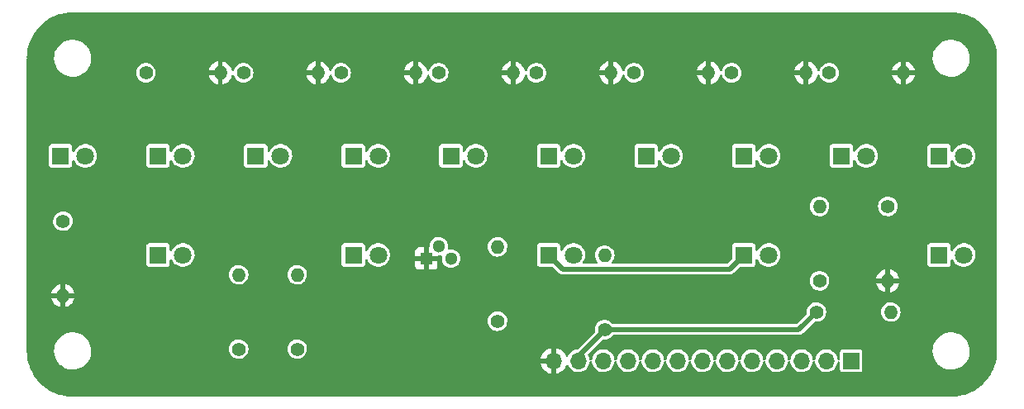
<source format=gbr>
%TF.GenerationSoftware,KiCad,Pcbnew,(6.0.9)*%
%TF.CreationDate,2023-01-08T16:32:16+01:00*%
%TF.ProjectId,led-counter,6c65642d-636f-4756-9e74-65722e6b6963,0.1*%
%TF.SameCoordinates,Original*%
%TF.FileFunction,Copper,L2,Bot*%
%TF.FilePolarity,Positive*%
%FSLAX46Y46*%
G04 Gerber Fmt 4.6, Leading zero omitted, Abs format (unit mm)*
G04 Created by KiCad (PCBNEW (6.0.9)) date 2023-01-08 16:32:16*
%MOMM*%
%LPD*%
G01*
G04 APERTURE LIST*
%TA.AperFunction,ComponentPad*%
%ADD10R,1.700000X1.700000*%
%TD*%
%TA.AperFunction,ComponentPad*%
%ADD11O,1.700000X1.700000*%
%TD*%
%TA.AperFunction,ComponentPad*%
%ADD12R,1.300000X1.300000*%
%TD*%
%TA.AperFunction,ComponentPad*%
%ADD13C,1.300000*%
%TD*%
%TA.AperFunction,ComponentPad*%
%ADD14O,1.400000X1.400000*%
%TD*%
%TA.AperFunction,ComponentPad*%
%ADD15C,1.400000*%
%TD*%
%TA.AperFunction,ComponentPad*%
%ADD16C,1.800000*%
%TD*%
%TA.AperFunction,ComponentPad*%
%ADD17R,1.800000X1.800000*%
%TD*%
%TA.AperFunction,Conductor*%
%ADD18C,0.500000*%
%TD*%
G04 APERTURE END LIST*
D10*
%TO.P,J1,1,Pin_1*%
%TO.N,Net-(D1-Pad2)*%
X134750000Y-82000000D03*
D11*
%TO.P,J1,2,Pin_2*%
%TO.N,Net-(D2-Pad2)*%
X132210000Y-82000000D03*
%TO.P,J1,3,Pin_3*%
%TO.N,Net-(D3-Pad2)*%
X129670000Y-82000000D03*
%TO.P,J1,4,Pin_4*%
%TO.N,Net-(D4-Pad2)*%
X127130000Y-82000000D03*
%TO.P,J1,5,Pin_5*%
%TO.N,Net-(D5-Pad2)*%
X124590000Y-82000000D03*
%TO.P,J1,6,Pin_6*%
%TO.N,Net-(D6-Pad2)*%
X122050000Y-82000000D03*
%TO.P,J1,7,Pin_7*%
%TO.N,Net-(D7-Pad2)*%
X119510000Y-82000000D03*
%TO.P,J1,8,Pin_8*%
%TO.N,Net-(D8-Pad2)*%
X116970000Y-82000000D03*
%TO.P,J1,9,Pin_9*%
%TO.N,Net-(D9-Pad2)*%
X114430000Y-82000000D03*
%TO.P,J1,10,Pin_10*%
%TO.N,Net-(D10-Pad2)*%
X111890000Y-82000000D03*
%TO.P,J1,11,Pin_11*%
%TO.N,Net-(J1-Pad11)*%
X109350000Y-82000000D03*
%TO.P,J1,12,Pin_12*%
%TO.N,+5V*%
X106810000Y-82000000D03*
%TO.P,J1,13,Pin_13*%
%TO.N,GND*%
X104270000Y-82000000D03*
%TD*%
D12*
%TO.P,Q1,1,E*%
%TO.N,GND*%
X91230000Y-71530000D03*
D13*
%TO.P,Q1,2,B*%
%TO.N,Net-(Q1-Pad2)*%
X92500000Y-70260000D03*
%TO.P,Q1,3,C*%
%TO.N,Net-(D11-Pad1)*%
X93770000Y-71530000D03*
%TD*%
D14*
%TO.P,R16,2*%
%TO.N,Net-(D15-Pad2)*%
X138810000Y-77000000D03*
D15*
%TO.P,R16,1*%
%TO.N,+5V*%
X131190000Y-77000000D03*
%TD*%
%TO.P,R15,1*%
%TO.N,+5V*%
X131500000Y-73810000D03*
D14*
%TO.P,R15,2*%
%TO.N,Net-(D14-Pad2)*%
X131500000Y-66190000D03*
%TD*%
D15*
%TO.P,R14,1*%
%TO.N,+5V*%
X109500000Y-78810000D03*
D14*
%TO.P,R14,2*%
%TO.N,Net-(D13-Pad2)*%
X109500000Y-71190000D03*
%TD*%
D15*
%TO.P,R13,1*%
%TO.N,+5V*%
X78000000Y-80810000D03*
D14*
%TO.P,R13,2*%
%TO.N,Net-(D12-Pad2)*%
X78000000Y-73190000D03*
%TD*%
%TO.P,R12,2*%
%TO.N,Net-(D11-Pad2)*%
X72000000Y-73190000D03*
D15*
%TO.P,R12,1*%
%TO.N,+5V*%
X72000000Y-80810000D03*
%TD*%
%TO.P,R11,1*%
%TO.N,Net-(J1-Pad11)*%
X98514970Y-77951564D03*
D14*
%TO.P,R11,2*%
%TO.N,Net-(Q1-Pad2)*%
X98514970Y-70331564D03*
%TD*%
%TO.P,R10,2*%
%TO.N,GND*%
X54000000Y-75310000D03*
D15*
%TO.P,R10,1*%
%TO.N,Net-(D10-Pad1)*%
X54000000Y-67690000D03*
%TD*%
%TO.P,R9,1*%
%TO.N,Net-(D9-Pad1)*%
X62500000Y-52500000D03*
D14*
%TO.P,R9,2*%
%TO.N,GND*%
X70120000Y-52500000D03*
%TD*%
D15*
%TO.P,R8,1*%
%TO.N,Net-(D8-Pad1)*%
X72500000Y-52500000D03*
D14*
%TO.P,R8,2*%
%TO.N,GND*%
X80120000Y-52500000D03*
%TD*%
D15*
%TO.P,R7,1*%
%TO.N,Net-(D7-Pad1)*%
X82500000Y-52500000D03*
D14*
%TO.P,R7,2*%
%TO.N,GND*%
X90120000Y-52500000D03*
%TD*%
D15*
%TO.P,R6,1*%
%TO.N,Net-(D6-Pad1)*%
X92500000Y-52500000D03*
D14*
%TO.P,R6,2*%
%TO.N,GND*%
X100120000Y-52500000D03*
%TD*%
D15*
%TO.P,R5,1*%
%TO.N,Net-(D5-Pad1)*%
X102500000Y-52500000D03*
D14*
%TO.P,R5,2*%
%TO.N,GND*%
X110120000Y-52500000D03*
%TD*%
D15*
%TO.P,R4,1*%
%TO.N,Net-(D4-Pad1)*%
X112500000Y-52500000D03*
D14*
%TO.P,R4,2*%
%TO.N,GND*%
X120120000Y-52500000D03*
%TD*%
D15*
%TO.P,R3,1*%
%TO.N,Net-(D3-Pad1)*%
X122500000Y-52500000D03*
D14*
%TO.P,R3,2*%
%TO.N,GND*%
X130120000Y-52500000D03*
%TD*%
D15*
%TO.P,R2,1*%
%TO.N,Net-(D2-Pad1)*%
X132500000Y-52500000D03*
D14*
%TO.P,R2,2*%
%TO.N,GND*%
X140120000Y-52500000D03*
%TD*%
D15*
%TO.P,R1,1*%
%TO.N,Net-(D1-Pad1)*%
X138500000Y-66190000D03*
D14*
%TO.P,R1,2*%
%TO.N,GND*%
X138500000Y-73810000D03*
%TD*%
D16*
%TO.P,D14,2,A*%
%TO.N,Net-(D14-Pad2)*%
X126290000Y-71160000D03*
D17*
%TO.P,D14,1,K*%
%TO.N,Net-(D11-Pad1)*%
X123750000Y-71160000D03*
%TD*%
D16*
%TO.P,D15,2,A*%
%TO.N,Net-(D15-Pad2)*%
X146290000Y-71160000D03*
D17*
%TO.P,D15,1,K*%
%TO.N,Net-(D11-Pad1)*%
X143750000Y-71160000D03*
%TD*%
%TO.P,D9,1,K*%
%TO.N,Net-(D9-Pad1)*%
X63750000Y-61000000D03*
D16*
%TO.P,D9,2,A*%
%TO.N,Net-(D9-Pad2)*%
X66290000Y-61000000D03*
%TD*%
%TO.P,D8,2,A*%
%TO.N,Net-(D8-Pad2)*%
X76290000Y-61000000D03*
D17*
%TO.P,D8,1,K*%
%TO.N,Net-(D8-Pad1)*%
X73750000Y-61000000D03*
%TD*%
D16*
%TO.P,D7,2,A*%
%TO.N,Net-(D7-Pad2)*%
X86290000Y-61000000D03*
D17*
%TO.P,D7,1,K*%
%TO.N,Net-(D7-Pad1)*%
X83750000Y-61000000D03*
%TD*%
D16*
%TO.P,D5,2,A*%
%TO.N,Net-(D5-Pad2)*%
X106290000Y-61000000D03*
D17*
%TO.P,D5,1,K*%
%TO.N,Net-(D5-Pad1)*%
X103750000Y-61000000D03*
%TD*%
D16*
%TO.P,D1,2,A*%
%TO.N,Net-(D1-Pad2)*%
X146290000Y-61000000D03*
D17*
%TO.P,D1,1,K*%
%TO.N,Net-(D1-Pad1)*%
X143750000Y-61000000D03*
%TD*%
D16*
%TO.P,D11,2,A*%
%TO.N,Net-(D11-Pad2)*%
X66290000Y-71160000D03*
D17*
%TO.P,D11,1,K*%
%TO.N,Net-(D11-Pad1)*%
X63750000Y-71160000D03*
%TD*%
D16*
%TO.P,D10,2,A*%
%TO.N,Net-(D10-Pad2)*%
X56290000Y-61000000D03*
D17*
%TO.P,D10,1,K*%
%TO.N,Net-(D10-Pad1)*%
X53750000Y-61000000D03*
%TD*%
D16*
%TO.P,D12,2,A*%
%TO.N,Net-(D12-Pad2)*%
X86290000Y-71160000D03*
D17*
%TO.P,D12,1,K*%
%TO.N,Net-(D11-Pad1)*%
X83750000Y-71160000D03*
%TD*%
D16*
%TO.P,D13,2,A*%
%TO.N,Net-(D13-Pad2)*%
X106290000Y-71160000D03*
D17*
%TO.P,D13,1,K*%
%TO.N,Net-(D11-Pad1)*%
X103750000Y-71160000D03*
%TD*%
%TO.P,D2,1,K*%
%TO.N,Net-(D2-Pad1)*%
X133750000Y-61000000D03*
D16*
%TO.P,D2,2,A*%
%TO.N,Net-(D2-Pad2)*%
X136290000Y-61000000D03*
%TD*%
D17*
%TO.P,D3,1,K*%
%TO.N,Net-(D3-Pad1)*%
X123750000Y-61000000D03*
D16*
%TO.P,D3,2,A*%
%TO.N,Net-(D3-Pad2)*%
X126290000Y-61000000D03*
%TD*%
%TO.P,D4,2,A*%
%TO.N,Net-(D4-Pad2)*%
X116290000Y-61000000D03*
D17*
%TO.P,D4,1,K*%
%TO.N,Net-(D4-Pad1)*%
X113750000Y-61000000D03*
%TD*%
D16*
%TO.P,D6,2,A*%
%TO.N,Net-(D6-Pad2)*%
X96290000Y-61000000D03*
D17*
%TO.P,D6,1,K*%
%TO.N,Net-(D6-Pad1)*%
X93750000Y-61000000D03*
%TD*%
D18*
%TO.N,+5V*%
X106810000Y-81500000D02*
X109500000Y-78810000D01*
X106810000Y-82000000D02*
X106810000Y-81500000D01*
%TO.N,Net-(D11-Pad1)*%
X105200000Y-72610000D02*
X103750000Y-71160000D01*
X122300000Y-72610000D02*
X105200000Y-72610000D01*
X123750000Y-71160000D02*
X122300000Y-72610000D01*
%TO.N,+5V*%
X129380000Y-78810000D02*
X131190000Y-77000000D01*
X109500000Y-78810000D02*
X129380000Y-78810000D01*
%TD*%
%TA.AperFunction,Conductor*%
%TO.N,GND*%
G36*
X144984563Y-46302414D02*
G01*
X145000000Y-46305136D01*
X145010855Y-46303222D01*
X145016550Y-46303222D01*
X145034862Y-46302022D01*
X145404093Y-46318143D01*
X145415042Y-46319101D01*
X145810606Y-46371178D01*
X145821432Y-46373087D01*
X146210951Y-46459442D01*
X146221568Y-46462287D01*
X146396691Y-46517503D01*
X146602081Y-46582262D01*
X146612395Y-46586015D01*
X146981028Y-46738708D01*
X146990972Y-46743346D01*
X147344867Y-46927572D01*
X147354387Y-46933068D01*
X147690877Y-47147436D01*
X147699881Y-47153740D01*
X148016421Y-47396629D01*
X148024841Y-47403695D01*
X148318992Y-47673235D01*
X148326765Y-47681008D01*
X148596305Y-47975159D01*
X148603371Y-47983579D01*
X148846260Y-48300119D01*
X148852564Y-48309123D01*
X149066932Y-48645613D01*
X149072428Y-48655133D01*
X149256650Y-49009019D01*
X149261292Y-49018972D01*
X149402461Y-49359784D01*
X149413982Y-49387598D01*
X149417738Y-49397919D01*
X149473909Y-49576070D01*
X149537713Y-49778432D01*
X149540558Y-49789049D01*
X149626913Y-50178568D01*
X149628822Y-50189394D01*
X149680899Y-50584958D01*
X149681857Y-50595908D01*
X149697978Y-50965138D01*
X149696778Y-50983450D01*
X149696778Y-50989145D01*
X149694864Y-51000000D01*
X149696778Y-51010855D01*
X149697586Y-51015437D01*
X149699500Y-51037317D01*
X149699500Y-80962683D01*
X149697586Y-80984563D01*
X149694864Y-81000000D01*
X149696778Y-81010855D01*
X149696778Y-81016550D01*
X149697978Y-81034862D01*
X149681972Y-81401469D01*
X149681857Y-81404092D01*
X149680899Y-81415042D01*
X149628822Y-81810606D01*
X149626913Y-81821432D01*
X149540558Y-82210951D01*
X149537713Y-82221568D01*
X149524330Y-82264013D01*
X149419422Y-82596743D01*
X149417741Y-82602073D01*
X149413985Y-82612395D01*
X149290109Y-82911459D01*
X149261296Y-82981019D01*
X149256654Y-82990972D01*
X149081583Y-83327281D01*
X149072428Y-83344867D01*
X149066932Y-83354387D01*
X148852564Y-83690877D01*
X148846260Y-83699881D01*
X148603371Y-84016421D01*
X148596305Y-84024841D01*
X148326765Y-84318992D01*
X148318992Y-84326765D01*
X148024841Y-84596305D01*
X148016421Y-84603371D01*
X147699881Y-84846260D01*
X147690877Y-84852564D01*
X147354387Y-85066932D01*
X147344868Y-85072427D01*
X146990972Y-85256654D01*
X146981028Y-85261292D01*
X146612395Y-85413985D01*
X146602081Y-85417738D01*
X146396691Y-85482497D01*
X146221568Y-85537713D01*
X146210951Y-85540558D01*
X145821432Y-85626913D01*
X145810606Y-85628822D01*
X145415042Y-85680899D01*
X145404093Y-85681857D01*
X145034862Y-85697978D01*
X145016550Y-85696778D01*
X145010855Y-85696778D01*
X145000000Y-85694864D01*
X144989145Y-85696778D01*
X144984563Y-85697586D01*
X144962683Y-85699500D01*
X55037317Y-85699500D01*
X55015437Y-85697586D01*
X55010855Y-85696778D01*
X55000000Y-85694864D01*
X54989145Y-85696778D01*
X54983450Y-85696778D01*
X54965138Y-85697978D01*
X54595907Y-85681857D01*
X54584958Y-85680899D01*
X54189394Y-85628822D01*
X54178568Y-85626913D01*
X53789049Y-85540558D01*
X53778432Y-85537713D01*
X53603309Y-85482497D01*
X53397919Y-85417738D01*
X53387605Y-85413985D01*
X53018972Y-85261292D01*
X53009028Y-85256654D01*
X52655132Y-85072427D01*
X52645613Y-85066932D01*
X52309123Y-84852564D01*
X52300119Y-84846260D01*
X51983579Y-84603371D01*
X51975159Y-84596305D01*
X51681008Y-84326765D01*
X51673235Y-84318992D01*
X51403695Y-84024841D01*
X51396629Y-84016421D01*
X51153740Y-83699881D01*
X51147436Y-83690877D01*
X50933068Y-83354387D01*
X50927572Y-83344867D01*
X50918417Y-83327281D01*
X50743346Y-82990972D01*
X50738704Y-82981019D01*
X50709892Y-82911459D01*
X50586015Y-82612395D01*
X50582259Y-82602073D01*
X50580579Y-82596743D01*
X50475670Y-82264013D01*
X50462287Y-82221568D01*
X50459442Y-82210951D01*
X50373087Y-81821432D01*
X50371178Y-81810606D01*
X50319101Y-81415042D01*
X50318143Y-81404092D01*
X50318029Y-81401469D01*
X50302387Y-81043233D01*
X53094906Y-81043233D01*
X53121102Y-81317792D01*
X53122187Y-81322226D01*
X53122188Y-81322232D01*
X53185447Y-81580749D01*
X53186657Y-81585694D01*
X53290199Y-81841326D01*
X53292500Y-81845256D01*
X53292503Y-81845262D01*
X53427255Y-82075403D01*
X53427260Y-82075410D01*
X53429558Y-82079335D01*
X53432405Y-82082895D01*
X53550028Y-82229974D01*
X53601816Y-82294732D01*
X53605157Y-82297853D01*
X53742874Y-82426501D01*
X53803364Y-82483008D01*
X54029979Y-82640216D01*
X54034055Y-82642244D01*
X54034057Y-82642245D01*
X54272827Y-82761032D01*
X54272830Y-82761033D01*
X54276914Y-82763065D01*
X54538998Y-82848980D01*
X54543489Y-82849760D01*
X54543490Y-82849760D01*
X54806957Y-82895506D01*
X54806965Y-82895507D01*
X54810738Y-82896162D01*
X54814575Y-82896353D01*
X54896305Y-82900422D01*
X54896313Y-82900422D01*
X54897876Y-82900500D01*
X55070070Y-82900500D01*
X55072338Y-82900335D01*
X55072350Y-82900335D01*
X55206603Y-82890594D01*
X55275083Y-82885625D01*
X55279538Y-82884641D01*
X55279541Y-82884641D01*
X55539947Y-82827148D01*
X55539950Y-82827147D01*
X55544403Y-82826164D01*
X55802319Y-82728449D01*
X55812956Y-82722541D01*
X56039435Y-82596743D01*
X56039436Y-82596742D01*
X56043428Y-82594525D01*
X56193633Y-82479892D01*
X56259046Y-82429970D01*
X56259047Y-82429969D01*
X56262678Y-82427198D01*
X56282384Y-82407040D01*
X56423660Y-82262522D01*
X102942719Y-82262522D01*
X102995146Y-82458181D01*
X102998892Y-82468473D01*
X103094074Y-82672591D01*
X103099557Y-82682087D01*
X103228731Y-82866567D01*
X103235787Y-82874975D01*
X103395025Y-83034213D01*
X103403433Y-83041269D01*
X103587913Y-83170443D01*
X103597408Y-83175926D01*
X103801527Y-83271108D01*
X103811819Y-83274854D01*
X104002503Y-83325948D01*
X104016599Y-83325612D01*
X104020000Y-83317670D01*
X104020000Y-83312521D01*
X104520000Y-83312521D01*
X104523973Y-83326052D01*
X104532522Y-83327281D01*
X104728181Y-83274854D01*
X104738473Y-83271108D01*
X104942592Y-83175926D01*
X104952087Y-83170443D01*
X105136567Y-83041269D01*
X105144975Y-83034213D01*
X105304213Y-82874975D01*
X105311269Y-82866567D01*
X105440443Y-82682087D01*
X105445926Y-82672591D01*
X105535833Y-82479786D01*
X105582751Y-82426501D01*
X105651028Y-82407040D01*
X105718988Y-82427582D01*
X105764453Y-82480284D01*
X105809369Y-82577714D01*
X105931405Y-82750391D01*
X105935539Y-82754418D01*
X106075727Y-82890983D01*
X106082865Y-82897937D01*
X106087661Y-82901142D01*
X106087664Y-82901144D01*
X106207206Y-82981019D01*
X106258677Y-83015411D01*
X106263985Y-83017692D01*
X106263986Y-83017692D01*
X106447650Y-83096600D01*
X106447653Y-83096601D01*
X106452953Y-83098878D01*
X106458582Y-83100152D01*
X106458583Y-83100152D01*
X106653550Y-83144269D01*
X106653553Y-83144269D01*
X106659186Y-83145544D01*
X106664957Y-83145771D01*
X106664959Y-83145771D01*
X106726989Y-83148208D01*
X106870470Y-83153846D01*
X106876179Y-83153018D01*
X106876183Y-83153018D01*
X107074015Y-83124333D01*
X107074019Y-83124332D01*
X107079730Y-83123504D01*
X107166579Y-83094023D01*
X107274483Y-83057395D01*
X107274488Y-83057393D01*
X107279955Y-83055537D01*
X107284998Y-83052713D01*
X107459395Y-82955046D01*
X107459399Y-82955043D01*
X107464442Y-82952219D01*
X107627012Y-82817012D01*
X107762219Y-82654442D01*
X107765043Y-82649399D01*
X107765046Y-82649395D01*
X107862713Y-82474998D01*
X107862714Y-82474996D01*
X107865537Y-82469955D01*
X107867393Y-82464488D01*
X107867395Y-82464483D01*
X107922445Y-82302308D01*
X107933504Y-82269730D01*
X107935948Y-82252876D01*
X107955090Y-82120860D01*
X107984660Y-82056315D01*
X108044432Y-82018003D01*
X108115429Y-82018087D01*
X108175109Y-82056542D01*
X108204525Y-82121158D01*
X108205515Y-82130695D01*
X108208796Y-82180749D01*
X108210217Y-82186345D01*
X108210218Y-82186350D01*
X108237744Y-82294732D01*
X108260845Y-82385690D01*
X108349369Y-82577714D01*
X108471405Y-82750391D01*
X108475539Y-82754418D01*
X108615727Y-82890983D01*
X108622865Y-82897937D01*
X108627661Y-82901142D01*
X108627664Y-82901144D01*
X108747206Y-82981019D01*
X108798677Y-83015411D01*
X108803985Y-83017692D01*
X108803986Y-83017692D01*
X108987650Y-83096600D01*
X108987653Y-83096601D01*
X108992953Y-83098878D01*
X108998582Y-83100152D01*
X108998583Y-83100152D01*
X109193550Y-83144269D01*
X109193553Y-83144269D01*
X109199186Y-83145544D01*
X109204957Y-83145771D01*
X109204959Y-83145771D01*
X109266989Y-83148208D01*
X109410470Y-83153846D01*
X109416179Y-83153018D01*
X109416183Y-83153018D01*
X109614015Y-83124333D01*
X109614019Y-83124332D01*
X109619730Y-83123504D01*
X109706579Y-83094023D01*
X109814483Y-83057395D01*
X109814488Y-83057393D01*
X109819955Y-83055537D01*
X109824998Y-83052713D01*
X109999395Y-82955046D01*
X109999399Y-82955043D01*
X110004442Y-82952219D01*
X110167012Y-82817012D01*
X110302219Y-82654442D01*
X110305043Y-82649399D01*
X110305046Y-82649395D01*
X110402713Y-82474998D01*
X110402714Y-82474996D01*
X110405537Y-82469955D01*
X110407393Y-82464488D01*
X110407395Y-82464483D01*
X110462445Y-82302308D01*
X110473504Y-82269730D01*
X110475948Y-82252876D01*
X110495090Y-82120860D01*
X110524660Y-82056315D01*
X110584432Y-82018003D01*
X110655429Y-82018087D01*
X110715109Y-82056542D01*
X110744525Y-82121158D01*
X110745515Y-82130695D01*
X110748796Y-82180749D01*
X110750217Y-82186345D01*
X110750218Y-82186350D01*
X110777744Y-82294732D01*
X110800845Y-82385690D01*
X110889369Y-82577714D01*
X111011405Y-82750391D01*
X111015539Y-82754418D01*
X111155727Y-82890983D01*
X111162865Y-82897937D01*
X111167661Y-82901142D01*
X111167664Y-82901144D01*
X111287206Y-82981019D01*
X111338677Y-83015411D01*
X111343985Y-83017692D01*
X111343986Y-83017692D01*
X111527650Y-83096600D01*
X111527653Y-83096601D01*
X111532953Y-83098878D01*
X111538582Y-83100152D01*
X111538583Y-83100152D01*
X111733550Y-83144269D01*
X111733553Y-83144269D01*
X111739186Y-83145544D01*
X111744957Y-83145771D01*
X111744959Y-83145771D01*
X111806989Y-83148208D01*
X111950470Y-83153846D01*
X111956179Y-83153018D01*
X111956183Y-83153018D01*
X112154015Y-83124333D01*
X112154019Y-83124332D01*
X112159730Y-83123504D01*
X112246579Y-83094023D01*
X112354483Y-83057395D01*
X112354488Y-83057393D01*
X112359955Y-83055537D01*
X112364998Y-83052713D01*
X112539395Y-82955046D01*
X112539399Y-82955043D01*
X112544442Y-82952219D01*
X112707012Y-82817012D01*
X112842219Y-82654442D01*
X112845043Y-82649399D01*
X112845046Y-82649395D01*
X112942713Y-82474998D01*
X112942714Y-82474996D01*
X112945537Y-82469955D01*
X112947393Y-82464488D01*
X112947395Y-82464483D01*
X113002445Y-82302308D01*
X113013504Y-82269730D01*
X113015948Y-82252876D01*
X113035090Y-82120860D01*
X113064660Y-82056315D01*
X113124432Y-82018003D01*
X113195429Y-82018087D01*
X113255109Y-82056542D01*
X113284525Y-82121158D01*
X113285515Y-82130695D01*
X113288796Y-82180749D01*
X113290217Y-82186345D01*
X113290218Y-82186350D01*
X113317744Y-82294732D01*
X113340845Y-82385690D01*
X113429369Y-82577714D01*
X113551405Y-82750391D01*
X113555539Y-82754418D01*
X113695727Y-82890983D01*
X113702865Y-82897937D01*
X113707661Y-82901142D01*
X113707664Y-82901144D01*
X113827206Y-82981019D01*
X113878677Y-83015411D01*
X113883985Y-83017692D01*
X113883986Y-83017692D01*
X114067650Y-83096600D01*
X114067653Y-83096601D01*
X114072953Y-83098878D01*
X114078582Y-83100152D01*
X114078583Y-83100152D01*
X114273550Y-83144269D01*
X114273553Y-83144269D01*
X114279186Y-83145544D01*
X114284957Y-83145771D01*
X114284959Y-83145771D01*
X114346989Y-83148208D01*
X114490470Y-83153846D01*
X114496179Y-83153018D01*
X114496183Y-83153018D01*
X114694015Y-83124333D01*
X114694019Y-83124332D01*
X114699730Y-83123504D01*
X114786579Y-83094023D01*
X114894483Y-83057395D01*
X114894488Y-83057393D01*
X114899955Y-83055537D01*
X114904998Y-83052713D01*
X115079395Y-82955046D01*
X115079399Y-82955043D01*
X115084442Y-82952219D01*
X115247012Y-82817012D01*
X115382219Y-82654442D01*
X115385043Y-82649399D01*
X115385046Y-82649395D01*
X115482713Y-82474998D01*
X115482714Y-82474996D01*
X115485537Y-82469955D01*
X115487393Y-82464488D01*
X115487395Y-82464483D01*
X115542445Y-82302308D01*
X115553504Y-82269730D01*
X115555948Y-82252876D01*
X115575090Y-82120860D01*
X115604660Y-82056315D01*
X115664432Y-82018003D01*
X115735429Y-82018087D01*
X115795109Y-82056542D01*
X115824525Y-82121158D01*
X115825515Y-82130695D01*
X115828796Y-82180749D01*
X115830217Y-82186345D01*
X115830218Y-82186350D01*
X115857744Y-82294732D01*
X115880845Y-82385690D01*
X115969369Y-82577714D01*
X116091405Y-82750391D01*
X116095539Y-82754418D01*
X116235727Y-82890983D01*
X116242865Y-82897937D01*
X116247661Y-82901142D01*
X116247664Y-82901144D01*
X116367206Y-82981019D01*
X116418677Y-83015411D01*
X116423985Y-83017692D01*
X116423986Y-83017692D01*
X116607650Y-83096600D01*
X116607653Y-83096601D01*
X116612953Y-83098878D01*
X116618582Y-83100152D01*
X116618583Y-83100152D01*
X116813550Y-83144269D01*
X116813553Y-83144269D01*
X116819186Y-83145544D01*
X116824957Y-83145771D01*
X116824959Y-83145771D01*
X116886989Y-83148208D01*
X117030470Y-83153846D01*
X117036179Y-83153018D01*
X117036183Y-83153018D01*
X117234015Y-83124333D01*
X117234019Y-83124332D01*
X117239730Y-83123504D01*
X117326579Y-83094023D01*
X117434483Y-83057395D01*
X117434488Y-83057393D01*
X117439955Y-83055537D01*
X117444998Y-83052713D01*
X117619395Y-82955046D01*
X117619399Y-82955043D01*
X117624442Y-82952219D01*
X117787012Y-82817012D01*
X117922219Y-82654442D01*
X117925043Y-82649399D01*
X117925046Y-82649395D01*
X118022713Y-82474998D01*
X118022714Y-82474996D01*
X118025537Y-82469955D01*
X118027393Y-82464488D01*
X118027395Y-82464483D01*
X118082445Y-82302308D01*
X118093504Y-82269730D01*
X118095948Y-82252876D01*
X118115090Y-82120860D01*
X118144660Y-82056315D01*
X118204432Y-82018003D01*
X118275429Y-82018087D01*
X118335109Y-82056542D01*
X118364525Y-82121158D01*
X118365515Y-82130695D01*
X118368796Y-82180749D01*
X118370217Y-82186345D01*
X118370218Y-82186350D01*
X118397744Y-82294732D01*
X118420845Y-82385690D01*
X118509369Y-82577714D01*
X118631405Y-82750391D01*
X118635539Y-82754418D01*
X118775727Y-82890983D01*
X118782865Y-82897937D01*
X118787661Y-82901142D01*
X118787664Y-82901144D01*
X118907206Y-82981019D01*
X118958677Y-83015411D01*
X118963985Y-83017692D01*
X118963986Y-83017692D01*
X119147650Y-83096600D01*
X119147653Y-83096601D01*
X119152953Y-83098878D01*
X119158582Y-83100152D01*
X119158583Y-83100152D01*
X119353550Y-83144269D01*
X119353553Y-83144269D01*
X119359186Y-83145544D01*
X119364957Y-83145771D01*
X119364959Y-83145771D01*
X119426989Y-83148208D01*
X119570470Y-83153846D01*
X119576179Y-83153018D01*
X119576183Y-83153018D01*
X119774015Y-83124333D01*
X119774019Y-83124332D01*
X119779730Y-83123504D01*
X119866579Y-83094023D01*
X119974483Y-83057395D01*
X119974488Y-83057393D01*
X119979955Y-83055537D01*
X119984998Y-83052713D01*
X120159395Y-82955046D01*
X120159399Y-82955043D01*
X120164442Y-82952219D01*
X120327012Y-82817012D01*
X120462219Y-82654442D01*
X120465043Y-82649399D01*
X120465046Y-82649395D01*
X120562713Y-82474998D01*
X120562714Y-82474996D01*
X120565537Y-82469955D01*
X120567393Y-82464488D01*
X120567395Y-82464483D01*
X120622445Y-82302308D01*
X120633504Y-82269730D01*
X120635948Y-82252876D01*
X120655090Y-82120860D01*
X120684660Y-82056315D01*
X120744432Y-82018003D01*
X120815429Y-82018087D01*
X120875109Y-82056542D01*
X120904525Y-82121158D01*
X120905515Y-82130695D01*
X120908796Y-82180749D01*
X120910217Y-82186345D01*
X120910218Y-82186350D01*
X120937744Y-82294732D01*
X120960845Y-82385690D01*
X121049369Y-82577714D01*
X121171405Y-82750391D01*
X121175539Y-82754418D01*
X121315727Y-82890983D01*
X121322865Y-82897937D01*
X121327661Y-82901142D01*
X121327664Y-82901144D01*
X121447206Y-82981019D01*
X121498677Y-83015411D01*
X121503985Y-83017692D01*
X121503986Y-83017692D01*
X121687650Y-83096600D01*
X121687653Y-83096601D01*
X121692953Y-83098878D01*
X121698582Y-83100152D01*
X121698583Y-83100152D01*
X121893550Y-83144269D01*
X121893553Y-83144269D01*
X121899186Y-83145544D01*
X121904957Y-83145771D01*
X121904959Y-83145771D01*
X121966989Y-83148208D01*
X122110470Y-83153846D01*
X122116179Y-83153018D01*
X122116183Y-83153018D01*
X122314015Y-83124333D01*
X122314019Y-83124332D01*
X122319730Y-83123504D01*
X122406579Y-83094023D01*
X122514483Y-83057395D01*
X122514488Y-83057393D01*
X122519955Y-83055537D01*
X122524998Y-83052713D01*
X122699395Y-82955046D01*
X122699399Y-82955043D01*
X122704442Y-82952219D01*
X122867012Y-82817012D01*
X123002219Y-82654442D01*
X123005043Y-82649399D01*
X123005046Y-82649395D01*
X123102713Y-82474998D01*
X123102714Y-82474996D01*
X123105537Y-82469955D01*
X123107393Y-82464488D01*
X123107395Y-82464483D01*
X123162445Y-82302308D01*
X123173504Y-82269730D01*
X123175948Y-82252876D01*
X123195090Y-82120860D01*
X123224660Y-82056315D01*
X123284432Y-82018003D01*
X123355429Y-82018087D01*
X123415109Y-82056542D01*
X123444525Y-82121158D01*
X123445515Y-82130695D01*
X123448796Y-82180749D01*
X123450217Y-82186345D01*
X123450218Y-82186350D01*
X123477744Y-82294732D01*
X123500845Y-82385690D01*
X123589369Y-82577714D01*
X123711405Y-82750391D01*
X123715539Y-82754418D01*
X123855727Y-82890983D01*
X123862865Y-82897937D01*
X123867661Y-82901142D01*
X123867664Y-82901144D01*
X123987206Y-82981019D01*
X124038677Y-83015411D01*
X124043985Y-83017692D01*
X124043986Y-83017692D01*
X124227650Y-83096600D01*
X124227653Y-83096601D01*
X124232953Y-83098878D01*
X124238582Y-83100152D01*
X124238583Y-83100152D01*
X124433550Y-83144269D01*
X124433553Y-83144269D01*
X124439186Y-83145544D01*
X124444957Y-83145771D01*
X124444959Y-83145771D01*
X124506989Y-83148208D01*
X124650470Y-83153846D01*
X124656179Y-83153018D01*
X124656183Y-83153018D01*
X124854015Y-83124333D01*
X124854019Y-83124332D01*
X124859730Y-83123504D01*
X124946579Y-83094023D01*
X125054483Y-83057395D01*
X125054488Y-83057393D01*
X125059955Y-83055537D01*
X125064998Y-83052713D01*
X125239395Y-82955046D01*
X125239399Y-82955043D01*
X125244442Y-82952219D01*
X125407012Y-82817012D01*
X125542219Y-82654442D01*
X125545043Y-82649399D01*
X125545046Y-82649395D01*
X125642713Y-82474998D01*
X125642714Y-82474996D01*
X125645537Y-82469955D01*
X125647393Y-82464488D01*
X125647395Y-82464483D01*
X125702445Y-82302308D01*
X125713504Y-82269730D01*
X125715948Y-82252876D01*
X125735090Y-82120860D01*
X125764660Y-82056315D01*
X125824432Y-82018003D01*
X125895429Y-82018087D01*
X125955109Y-82056542D01*
X125984525Y-82121158D01*
X125985515Y-82130695D01*
X125988796Y-82180749D01*
X125990217Y-82186345D01*
X125990218Y-82186350D01*
X126017744Y-82294732D01*
X126040845Y-82385690D01*
X126129369Y-82577714D01*
X126251405Y-82750391D01*
X126255539Y-82754418D01*
X126395727Y-82890983D01*
X126402865Y-82897937D01*
X126407661Y-82901142D01*
X126407664Y-82901144D01*
X126527206Y-82981019D01*
X126578677Y-83015411D01*
X126583985Y-83017692D01*
X126583986Y-83017692D01*
X126767650Y-83096600D01*
X126767653Y-83096601D01*
X126772953Y-83098878D01*
X126778582Y-83100152D01*
X126778583Y-83100152D01*
X126973550Y-83144269D01*
X126973553Y-83144269D01*
X126979186Y-83145544D01*
X126984957Y-83145771D01*
X126984959Y-83145771D01*
X127046989Y-83148208D01*
X127190470Y-83153846D01*
X127196179Y-83153018D01*
X127196183Y-83153018D01*
X127394015Y-83124333D01*
X127394019Y-83124332D01*
X127399730Y-83123504D01*
X127486579Y-83094023D01*
X127594483Y-83057395D01*
X127594488Y-83057393D01*
X127599955Y-83055537D01*
X127604998Y-83052713D01*
X127779395Y-82955046D01*
X127779399Y-82955043D01*
X127784442Y-82952219D01*
X127947012Y-82817012D01*
X128082219Y-82654442D01*
X128085043Y-82649399D01*
X128085046Y-82649395D01*
X128182713Y-82474998D01*
X128182714Y-82474996D01*
X128185537Y-82469955D01*
X128187393Y-82464488D01*
X128187395Y-82464483D01*
X128242445Y-82302308D01*
X128253504Y-82269730D01*
X128255948Y-82252876D01*
X128275090Y-82120860D01*
X128304660Y-82056315D01*
X128364432Y-82018003D01*
X128435429Y-82018087D01*
X128495109Y-82056542D01*
X128524525Y-82121158D01*
X128525515Y-82130695D01*
X128528796Y-82180749D01*
X128530217Y-82186345D01*
X128530218Y-82186350D01*
X128557744Y-82294732D01*
X128580845Y-82385690D01*
X128669369Y-82577714D01*
X128791405Y-82750391D01*
X128795539Y-82754418D01*
X128935727Y-82890983D01*
X128942865Y-82897937D01*
X128947661Y-82901142D01*
X128947664Y-82901144D01*
X129067206Y-82981019D01*
X129118677Y-83015411D01*
X129123985Y-83017692D01*
X129123986Y-83017692D01*
X129307650Y-83096600D01*
X129307653Y-83096601D01*
X129312953Y-83098878D01*
X129318582Y-83100152D01*
X129318583Y-83100152D01*
X129513550Y-83144269D01*
X129513553Y-83144269D01*
X129519186Y-83145544D01*
X129524957Y-83145771D01*
X129524959Y-83145771D01*
X129586989Y-83148208D01*
X129730470Y-83153846D01*
X129736179Y-83153018D01*
X129736183Y-83153018D01*
X129934015Y-83124333D01*
X129934019Y-83124332D01*
X129939730Y-83123504D01*
X130026579Y-83094023D01*
X130134483Y-83057395D01*
X130134488Y-83057393D01*
X130139955Y-83055537D01*
X130144998Y-83052713D01*
X130319395Y-82955046D01*
X130319399Y-82955043D01*
X130324442Y-82952219D01*
X130487012Y-82817012D01*
X130622219Y-82654442D01*
X130625043Y-82649399D01*
X130625046Y-82649395D01*
X130722713Y-82474998D01*
X130722714Y-82474996D01*
X130725537Y-82469955D01*
X130727393Y-82464488D01*
X130727395Y-82464483D01*
X130782445Y-82302308D01*
X130793504Y-82269730D01*
X130795948Y-82252876D01*
X130815090Y-82120860D01*
X130844660Y-82056315D01*
X130904432Y-82018003D01*
X130975429Y-82018087D01*
X131035109Y-82056542D01*
X131064525Y-82121158D01*
X131065515Y-82130695D01*
X131068796Y-82180749D01*
X131070217Y-82186345D01*
X131070218Y-82186350D01*
X131097744Y-82294732D01*
X131120845Y-82385690D01*
X131209369Y-82577714D01*
X131331405Y-82750391D01*
X131335539Y-82754418D01*
X131475727Y-82890983D01*
X131482865Y-82897937D01*
X131487661Y-82901142D01*
X131487664Y-82901144D01*
X131607206Y-82981019D01*
X131658677Y-83015411D01*
X131663985Y-83017692D01*
X131663986Y-83017692D01*
X131847650Y-83096600D01*
X131847653Y-83096601D01*
X131852953Y-83098878D01*
X131858582Y-83100152D01*
X131858583Y-83100152D01*
X132053550Y-83144269D01*
X132053553Y-83144269D01*
X132059186Y-83145544D01*
X132064957Y-83145771D01*
X132064959Y-83145771D01*
X132126989Y-83148208D01*
X132270470Y-83153846D01*
X132276179Y-83153018D01*
X132276183Y-83153018D01*
X132474015Y-83124333D01*
X132474019Y-83124332D01*
X132479730Y-83123504D01*
X132566579Y-83094023D01*
X132674483Y-83057395D01*
X132674488Y-83057393D01*
X132679955Y-83055537D01*
X132684998Y-83052713D01*
X132859395Y-82955046D01*
X132859399Y-82955043D01*
X132864442Y-82952219D01*
X133027012Y-82817012D01*
X133162219Y-82654442D01*
X133165043Y-82649399D01*
X133165046Y-82649395D01*
X133262713Y-82474998D01*
X133262714Y-82474996D01*
X133265537Y-82469955D01*
X133267393Y-82464488D01*
X133267395Y-82464483D01*
X133322445Y-82302308D01*
X133333504Y-82269730D01*
X133335948Y-82252876D01*
X133348804Y-82164211D01*
X133378374Y-82099665D01*
X133438146Y-82061353D01*
X133509143Y-82061437D01*
X133568823Y-82099892D01*
X133598239Y-82164508D01*
X133599500Y-82182291D01*
X133599500Y-82894646D01*
X133602618Y-82920846D01*
X133648061Y-83023153D01*
X133656294Y-83031372D01*
X133656295Y-83031373D01*
X133682363Y-83057395D01*
X133727287Y-83102241D01*
X133737924Y-83106944D01*
X133737926Y-83106945D01*
X133797462Y-83133265D01*
X133829673Y-83147506D01*
X133855354Y-83150500D01*
X135644646Y-83150500D01*
X135648350Y-83150059D01*
X135648353Y-83150059D01*
X135655746Y-83149179D01*
X135670846Y-83147382D01*
X135707712Y-83131007D01*
X135762518Y-83106663D01*
X135773153Y-83101939D01*
X135852241Y-83022713D01*
X135897506Y-82920327D01*
X135900500Y-82894646D01*
X135900500Y-81105354D01*
X135897382Y-81079154D01*
X135881427Y-81043233D01*
X143094906Y-81043233D01*
X143121102Y-81317792D01*
X143122187Y-81322226D01*
X143122188Y-81322232D01*
X143185447Y-81580749D01*
X143186657Y-81585694D01*
X143290199Y-81841326D01*
X143292500Y-81845256D01*
X143292503Y-81845262D01*
X143427255Y-82075403D01*
X143427260Y-82075410D01*
X143429558Y-82079335D01*
X143432405Y-82082895D01*
X143550028Y-82229974D01*
X143601816Y-82294732D01*
X143605157Y-82297853D01*
X143742874Y-82426501D01*
X143803364Y-82483008D01*
X144029979Y-82640216D01*
X144034055Y-82642244D01*
X144034057Y-82642245D01*
X144272827Y-82761032D01*
X144272830Y-82761033D01*
X144276914Y-82763065D01*
X144538998Y-82848980D01*
X144543489Y-82849760D01*
X144543490Y-82849760D01*
X144806957Y-82895506D01*
X144806965Y-82895507D01*
X144810738Y-82896162D01*
X144814575Y-82896353D01*
X144896305Y-82900422D01*
X144896313Y-82900422D01*
X144897876Y-82900500D01*
X145070070Y-82900500D01*
X145072338Y-82900335D01*
X145072350Y-82900335D01*
X145206603Y-82890594D01*
X145275083Y-82885625D01*
X145279538Y-82884641D01*
X145279541Y-82884641D01*
X145539947Y-82827148D01*
X145539950Y-82827147D01*
X145544403Y-82826164D01*
X145802319Y-82728449D01*
X145812956Y-82722541D01*
X146039435Y-82596743D01*
X146039436Y-82596742D01*
X146043428Y-82594525D01*
X146193633Y-82479892D01*
X146259046Y-82429970D01*
X146259047Y-82429969D01*
X146262678Y-82427198D01*
X146282384Y-82407040D01*
X146452283Y-82233242D01*
X146452287Y-82233237D01*
X146455477Y-82229974D01*
X146461596Y-82221568D01*
X146615100Y-82010676D01*
X146615102Y-82010673D01*
X146617787Y-82006984D01*
X146746206Y-81762899D01*
X146838045Y-81502832D01*
X146873641Y-81322232D01*
X146890499Y-81236704D01*
X146890500Y-81236698D01*
X146891380Y-81232232D01*
X146892335Y-81213056D01*
X146904867Y-80961336D01*
X146904867Y-80961330D01*
X146905094Y-80956767D01*
X146878898Y-80682208D01*
X146876985Y-80674388D01*
X146814429Y-80418744D01*
X146813343Y-80414306D01*
X146709801Y-80158674D01*
X146707500Y-80154744D01*
X146707497Y-80154738D01*
X146572745Y-79924597D01*
X146572740Y-79924590D01*
X146570442Y-79920665D01*
X146478136Y-79805242D01*
X146401036Y-79708834D01*
X146401035Y-79708833D01*
X146398184Y-79705268D01*
X146196636Y-79516992D01*
X145970021Y-79359784D01*
X145965943Y-79357755D01*
X145727173Y-79238968D01*
X145727170Y-79238967D01*
X145723086Y-79236935D01*
X145461002Y-79151020D01*
X145456510Y-79150240D01*
X145193043Y-79104494D01*
X145193035Y-79104493D01*
X145189262Y-79103838D01*
X145179029Y-79103329D01*
X145103695Y-79099578D01*
X145103687Y-79099578D01*
X145102124Y-79099500D01*
X144929930Y-79099500D01*
X144927662Y-79099665D01*
X144927650Y-79099665D01*
X144793397Y-79109406D01*
X144724917Y-79114375D01*
X144720462Y-79115359D01*
X144720459Y-79115359D01*
X144460053Y-79172852D01*
X144460050Y-79172853D01*
X144455597Y-79173836D01*
X144197681Y-79271551D01*
X144193694Y-79273765D01*
X144193693Y-79273766D01*
X143960565Y-79403257D01*
X143956572Y-79405475D01*
X143737322Y-79572802D01*
X143734129Y-79576068D01*
X143734127Y-79576070D01*
X143547717Y-79766758D01*
X143547713Y-79766763D01*
X143544523Y-79770026D01*
X143541836Y-79773718D01*
X143541834Y-79773720D01*
X143391349Y-79980465D01*
X143382213Y-79993016D01*
X143253794Y-80237101D01*
X143161955Y-80497168D01*
X143161075Y-80501634D01*
X143117021Y-80725146D01*
X143108620Y-80767768D01*
X143108393Y-80772322D01*
X143108393Y-80772324D01*
X143095323Y-81034862D01*
X143094906Y-81043233D01*
X135881427Y-81043233D01*
X135869575Y-81016550D01*
X135856663Y-80987482D01*
X135851939Y-80976847D01*
X135843444Y-80968366D01*
X135780945Y-80905977D01*
X135772713Y-80897759D01*
X135762076Y-80893056D01*
X135762074Y-80893055D01*
X135692693Y-80862382D01*
X135670327Y-80852494D01*
X135644646Y-80849500D01*
X133855354Y-80849500D01*
X133851650Y-80849941D01*
X133851647Y-80849941D01*
X133844254Y-80850821D01*
X133829154Y-80852618D01*
X133820514Y-80856456D01*
X133820513Y-80856456D01*
X133754131Y-80885942D01*
X133726847Y-80898061D01*
X133647759Y-80977287D01*
X133643056Y-80987924D01*
X133643055Y-80987926D01*
X133620624Y-81038664D01*
X133602494Y-81079673D01*
X133599500Y-81105354D01*
X133599500Y-81799111D01*
X133579498Y-81867232D01*
X133525842Y-81913725D01*
X133455568Y-81923829D01*
X133390988Y-81894335D01*
X133352604Y-81834609D01*
X133348029Y-81810640D01*
X133346610Y-81795197D01*
X133346081Y-81789440D01*
X133288686Y-81585931D01*
X133283059Y-81574519D01*
X133197719Y-81401469D01*
X133195165Y-81396290D01*
X133068651Y-81226867D01*
X132941236Y-81109086D01*
X132917622Y-81087257D01*
X132917620Y-81087255D01*
X132913381Y-81083337D01*
X132807531Y-81016550D01*
X132739434Y-80973584D01*
X132739433Y-80973584D01*
X132734554Y-80970505D01*
X132538160Y-80892152D01*
X132532503Y-80891027D01*
X132532497Y-80891025D01*
X132336442Y-80852028D01*
X132336440Y-80852028D01*
X132330775Y-80850901D01*
X132325000Y-80850825D01*
X132324996Y-80850825D01*
X132218976Y-80849437D01*
X132119346Y-80848133D01*
X132113649Y-80849112D01*
X132113648Y-80849112D01*
X131916650Y-80882962D01*
X131916649Y-80882962D01*
X131910953Y-80883941D01*
X131712575Y-80957127D01*
X131707614Y-80960079D01*
X131707613Y-80960079D01*
X131575658Y-81038584D01*
X131530856Y-81065238D01*
X131371881Y-81204655D01*
X131240976Y-81370708D01*
X131238287Y-81375819D01*
X131238285Y-81375822D01*
X131205527Y-81438086D01*
X131142523Y-81557836D01*
X131110300Y-81661612D01*
X131083178Y-81748960D01*
X131079820Y-81759773D01*
X131079141Y-81765510D01*
X131065088Y-81884239D01*
X131037217Y-81949537D01*
X130978469Y-81989401D01*
X130907494Y-81991174D01*
X130846828Y-81954295D01*
X130815730Y-81890471D01*
X130814490Y-81880958D01*
X130813776Y-81873180D01*
X130806081Y-81789440D01*
X130748686Y-81585931D01*
X130743059Y-81574519D01*
X130657719Y-81401469D01*
X130655165Y-81396290D01*
X130528651Y-81226867D01*
X130401236Y-81109086D01*
X130377622Y-81087257D01*
X130377620Y-81087255D01*
X130373381Y-81083337D01*
X130267531Y-81016550D01*
X130199434Y-80973584D01*
X130199433Y-80973584D01*
X130194554Y-80970505D01*
X129998160Y-80892152D01*
X129992503Y-80891027D01*
X129992497Y-80891025D01*
X129796442Y-80852028D01*
X129796440Y-80852028D01*
X129790775Y-80850901D01*
X129785000Y-80850825D01*
X129784996Y-80850825D01*
X129678976Y-80849437D01*
X129579346Y-80848133D01*
X129573649Y-80849112D01*
X129573648Y-80849112D01*
X129376650Y-80882962D01*
X129376649Y-80882962D01*
X129370953Y-80883941D01*
X129172575Y-80957127D01*
X129167614Y-80960079D01*
X129167613Y-80960079D01*
X129035658Y-81038584D01*
X128990856Y-81065238D01*
X128831881Y-81204655D01*
X128700976Y-81370708D01*
X128698287Y-81375819D01*
X128698285Y-81375822D01*
X128665527Y-81438086D01*
X128602523Y-81557836D01*
X128570300Y-81661612D01*
X128543178Y-81748960D01*
X128539820Y-81759773D01*
X128539141Y-81765510D01*
X128525088Y-81884239D01*
X128497217Y-81949537D01*
X128438469Y-81989401D01*
X128367494Y-81991174D01*
X128306828Y-81954295D01*
X128275730Y-81890471D01*
X128274490Y-81880958D01*
X128273776Y-81873180D01*
X128266081Y-81789440D01*
X128208686Y-81585931D01*
X128203059Y-81574519D01*
X128117719Y-81401469D01*
X128115165Y-81396290D01*
X127988651Y-81226867D01*
X127861236Y-81109086D01*
X127837622Y-81087257D01*
X127837620Y-81087255D01*
X127833381Y-81083337D01*
X127727531Y-81016550D01*
X127659434Y-80973584D01*
X127659433Y-80973584D01*
X127654554Y-80970505D01*
X127458160Y-80892152D01*
X127452503Y-80891027D01*
X127452497Y-80891025D01*
X127256442Y-80852028D01*
X127256440Y-80852028D01*
X127250775Y-80850901D01*
X127245000Y-80850825D01*
X127244996Y-80850825D01*
X127138976Y-80849437D01*
X127039346Y-80848133D01*
X127033649Y-80849112D01*
X127033648Y-80849112D01*
X126836650Y-80882962D01*
X126836649Y-80882962D01*
X126830953Y-80883941D01*
X126632575Y-80957127D01*
X126627614Y-80960079D01*
X126627613Y-80960079D01*
X126495658Y-81038584D01*
X126450856Y-81065238D01*
X126291881Y-81204655D01*
X126160976Y-81370708D01*
X126158287Y-81375819D01*
X126158285Y-81375822D01*
X126125527Y-81438086D01*
X126062523Y-81557836D01*
X126030300Y-81661612D01*
X126003178Y-81748960D01*
X125999820Y-81759773D01*
X125999141Y-81765510D01*
X125985088Y-81884239D01*
X125957217Y-81949537D01*
X125898469Y-81989401D01*
X125827494Y-81991174D01*
X125766828Y-81954295D01*
X125735730Y-81890471D01*
X125734490Y-81880958D01*
X125733776Y-81873180D01*
X125726081Y-81789440D01*
X125668686Y-81585931D01*
X125663059Y-81574519D01*
X125577719Y-81401469D01*
X125575165Y-81396290D01*
X125448651Y-81226867D01*
X125321236Y-81109086D01*
X125297622Y-81087257D01*
X125297620Y-81087255D01*
X125293381Y-81083337D01*
X125187531Y-81016550D01*
X125119434Y-80973584D01*
X125119433Y-80973584D01*
X125114554Y-80970505D01*
X124918160Y-80892152D01*
X124912503Y-80891027D01*
X124912497Y-80891025D01*
X124716442Y-80852028D01*
X124716440Y-80852028D01*
X124710775Y-80850901D01*
X124705000Y-80850825D01*
X124704996Y-80850825D01*
X124598976Y-80849437D01*
X124499346Y-80848133D01*
X124493649Y-80849112D01*
X124493648Y-80849112D01*
X124296650Y-80882962D01*
X124296649Y-80882962D01*
X124290953Y-80883941D01*
X124092575Y-80957127D01*
X124087614Y-80960079D01*
X124087613Y-80960079D01*
X123955658Y-81038584D01*
X123910856Y-81065238D01*
X123751881Y-81204655D01*
X123620976Y-81370708D01*
X123618287Y-81375819D01*
X123618285Y-81375822D01*
X123585527Y-81438086D01*
X123522523Y-81557836D01*
X123490300Y-81661612D01*
X123463178Y-81748960D01*
X123459820Y-81759773D01*
X123459141Y-81765510D01*
X123445088Y-81884239D01*
X123417217Y-81949537D01*
X123358469Y-81989401D01*
X123287494Y-81991174D01*
X123226828Y-81954295D01*
X123195730Y-81890471D01*
X123194490Y-81880958D01*
X123193776Y-81873180D01*
X123186081Y-81789440D01*
X123128686Y-81585931D01*
X123123059Y-81574519D01*
X123037719Y-81401469D01*
X123035165Y-81396290D01*
X122908651Y-81226867D01*
X122781236Y-81109086D01*
X122757622Y-81087257D01*
X122757620Y-81087255D01*
X122753381Y-81083337D01*
X122647531Y-81016550D01*
X122579434Y-80973584D01*
X122579433Y-80973584D01*
X122574554Y-80970505D01*
X122378160Y-80892152D01*
X122372503Y-80891027D01*
X122372497Y-80891025D01*
X122176442Y-80852028D01*
X122176440Y-80852028D01*
X122170775Y-80850901D01*
X122165000Y-80850825D01*
X122164996Y-80850825D01*
X122058976Y-80849437D01*
X121959346Y-80848133D01*
X121953649Y-80849112D01*
X121953648Y-80849112D01*
X121756650Y-80882962D01*
X121756649Y-80882962D01*
X121750953Y-80883941D01*
X121552575Y-80957127D01*
X121547614Y-80960079D01*
X121547613Y-80960079D01*
X121415658Y-81038584D01*
X121370856Y-81065238D01*
X121211881Y-81204655D01*
X121080976Y-81370708D01*
X121078287Y-81375819D01*
X121078285Y-81375822D01*
X121045527Y-81438086D01*
X120982523Y-81557836D01*
X120950300Y-81661612D01*
X120923178Y-81748960D01*
X120919820Y-81759773D01*
X120919141Y-81765510D01*
X120905088Y-81884239D01*
X120877217Y-81949537D01*
X120818469Y-81989401D01*
X120747494Y-81991174D01*
X120686828Y-81954295D01*
X120655730Y-81890471D01*
X120654490Y-81880958D01*
X120653776Y-81873180D01*
X120646081Y-81789440D01*
X120588686Y-81585931D01*
X120583059Y-81574519D01*
X120497719Y-81401469D01*
X120495165Y-81396290D01*
X120368651Y-81226867D01*
X120241236Y-81109086D01*
X120217622Y-81087257D01*
X120217620Y-81087255D01*
X120213381Y-81083337D01*
X120107531Y-81016550D01*
X120039434Y-80973584D01*
X120039433Y-80973584D01*
X120034554Y-80970505D01*
X119838160Y-80892152D01*
X119832503Y-80891027D01*
X119832497Y-80891025D01*
X119636442Y-80852028D01*
X119636440Y-80852028D01*
X119630775Y-80850901D01*
X119625000Y-80850825D01*
X119624996Y-80850825D01*
X119518976Y-80849437D01*
X119419346Y-80848133D01*
X119413649Y-80849112D01*
X119413648Y-80849112D01*
X119216650Y-80882962D01*
X119216649Y-80882962D01*
X119210953Y-80883941D01*
X119012575Y-80957127D01*
X119007614Y-80960079D01*
X119007613Y-80960079D01*
X118875658Y-81038584D01*
X118830856Y-81065238D01*
X118671881Y-81204655D01*
X118540976Y-81370708D01*
X118538287Y-81375819D01*
X118538285Y-81375822D01*
X118505527Y-81438086D01*
X118442523Y-81557836D01*
X118410300Y-81661612D01*
X118383178Y-81748960D01*
X118379820Y-81759773D01*
X118379141Y-81765510D01*
X118365088Y-81884239D01*
X118337217Y-81949537D01*
X118278469Y-81989401D01*
X118207494Y-81991174D01*
X118146828Y-81954295D01*
X118115730Y-81890471D01*
X118114490Y-81880958D01*
X118113776Y-81873180D01*
X118106081Y-81789440D01*
X118048686Y-81585931D01*
X118043059Y-81574519D01*
X117957719Y-81401469D01*
X117955165Y-81396290D01*
X117828651Y-81226867D01*
X117701236Y-81109086D01*
X117677622Y-81087257D01*
X117677620Y-81087255D01*
X117673381Y-81083337D01*
X117567531Y-81016550D01*
X117499434Y-80973584D01*
X117499433Y-80973584D01*
X117494554Y-80970505D01*
X117298160Y-80892152D01*
X117292503Y-80891027D01*
X117292497Y-80891025D01*
X117096442Y-80852028D01*
X117096440Y-80852028D01*
X117090775Y-80850901D01*
X117085000Y-80850825D01*
X117084996Y-80850825D01*
X116978976Y-80849437D01*
X116879346Y-80848133D01*
X116873649Y-80849112D01*
X116873648Y-80849112D01*
X116676650Y-80882962D01*
X116676649Y-80882962D01*
X116670953Y-80883941D01*
X116472575Y-80957127D01*
X116467614Y-80960079D01*
X116467613Y-80960079D01*
X116335658Y-81038584D01*
X116290856Y-81065238D01*
X116131881Y-81204655D01*
X116000976Y-81370708D01*
X115998287Y-81375819D01*
X115998285Y-81375822D01*
X115965527Y-81438086D01*
X115902523Y-81557836D01*
X115870300Y-81661612D01*
X115843178Y-81748960D01*
X115839820Y-81759773D01*
X115839141Y-81765510D01*
X115825088Y-81884239D01*
X115797217Y-81949537D01*
X115738469Y-81989401D01*
X115667494Y-81991174D01*
X115606828Y-81954295D01*
X115575730Y-81890471D01*
X115574490Y-81880958D01*
X115573776Y-81873180D01*
X115566081Y-81789440D01*
X115508686Y-81585931D01*
X115503059Y-81574519D01*
X115417719Y-81401469D01*
X115415165Y-81396290D01*
X115288651Y-81226867D01*
X115161236Y-81109086D01*
X115137622Y-81087257D01*
X115137620Y-81087255D01*
X115133381Y-81083337D01*
X115027531Y-81016550D01*
X114959434Y-80973584D01*
X114959433Y-80973584D01*
X114954554Y-80970505D01*
X114758160Y-80892152D01*
X114752503Y-80891027D01*
X114752497Y-80891025D01*
X114556442Y-80852028D01*
X114556440Y-80852028D01*
X114550775Y-80850901D01*
X114545000Y-80850825D01*
X114544996Y-80850825D01*
X114438976Y-80849437D01*
X114339346Y-80848133D01*
X114333649Y-80849112D01*
X114333648Y-80849112D01*
X114136650Y-80882962D01*
X114136649Y-80882962D01*
X114130953Y-80883941D01*
X113932575Y-80957127D01*
X113927614Y-80960079D01*
X113927613Y-80960079D01*
X113795658Y-81038584D01*
X113750856Y-81065238D01*
X113591881Y-81204655D01*
X113460976Y-81370708D01*
X113458287Y-81375819D01*
X113458285Y-81375822D01*
X113425527Y-81438086D01*
X113362523Y-81557836D01*
X113330300Y-81661612D01*
X113303178Y-81748960D01*
X113299820Y-81759773D01*
X113299141Y-81765510D01*
X113285088Y-81884239D01*
X113257217Y-81949537D01*
X113198469Y-81989401D01*
X113127494Y-81991174D01*
X113066828Y-81954295D01*
X113035730Y-81890471D01*
X113034490Y-81880958D01*
X113033776Y-81873180D01*
X113026081Y-81789440D01*
X112968686Y-81585931D01*
X112963059Y-81574519D01*
X112877719Y-81401469D01*
X112875165Y-81396290D01*
X112748651Y-81226867D01*
X112621236Y-81109086D01*
X112597622Y-81087257D01*
X112597620Y-81087255D01*
X112593381Y-81083337D01*
X112487531Y-81016550D01*
X112419434Y-80973584D01*
X112419433Y-80973584D01*
X112414554Y-80970505D01*
X112218160Y-80892152D01*
X112212503Y-80891027D01*
X112212497Y-80891025D01*
X112016442Y-80852028D01*
X112016440Y-80852028D01*
X112010775Y-80850901D01*
X112005000Y-80850825D01*
X112004996Y-80850825D01*
X111898976Y-80849437D01*
X111799346Y-80848133D01*
X111793649Y-80849112D01*
X111793648Y-80849112D01*
X111596650Y-80882962D01*
X111596649Y-80882962D01*
X111590953Y-80883941D01*
X111392575Y-80957127D01*
X111387614Y-80960079D01*
X111387613Y-80960079D01*
X111255658Y-81038584D01*
X111210856Y-81065238D01*
X111051881Y-81204655D01*
X110920976Y-81370708D01*
X110918287Y-81375819D01*
X110918285Y-81375822D01*
X110885527Y-81438086D01*
X110822523Y-81557836D01*
X110790300Y-81661612D01*
X110763178Y-81748960D01*
X110759820Y-81759773D01*
X110759141Y-81765510D01*
X110745088Y-81884239D01*
X110717217Y-81949537D01*
X110658469Y-81989401D01*
X110587494Y-81991174D01*
X110526828Y-81954295D01*
X110495730Y-81890471D01*
X110494490Y-81880958D01*
X110493776Y-81873180D01*
X110486081Y-81789440D01*
X110428686Y-81585931D01*
X110423059Y-81574519D01*
X110337719Y-81401469D01*
X110335165Y-81396290D01*
X110208651Y-81226867D01*
X110081236Y-81109086D01*
X110057622Y-81087257D01*
X110057620Y-81087255D01*
X110053381Y-81083337D01*
X109947531Y-81016550D01*
X109879434Y-80973584D01*
X109879433Y-80973584D01*
X109874554Y-80970505D01*
X109678160Y-80892152D01*
X109672503Y-80891027D01*
X109672497Y-80891025D01*
X109476442Y-80852028D01*
X109476440Y-80852028D01*
X109470775Y-80850901D01*
X109465000Y-80850825D01*
X109464996Y-80850825D01*
X109358976Y-80849437D01*
X109259346Y-80848133D01*
X109253649Y-80849112D01*
X109253648Y-80849112D01*
X109056650Y-80882962D01*
X109056649Y-80882962D01*
X109050953Y-80883941D01*
X108852575Y-80957127D01*
X108847614Y-80960079D01*
X108847613Y-80960079D01*
X108715658Y-81038584D01*
X108670856Y-81065238D01*
X108511881Y-81204655D01*
X108380976Y-81370708D01*
X108378287Y-81375819D01*
X108378285Y-81375822D01*
X108345527Y-81438086D01*
X108282523Y-81557836D01*
X108250300Y-81661612D01*
X108223178Y-81748960D01*
X108219820Y-81759773D01*
X108219141Y-81765510D01*
X108205088Y-81884239D01*
X108177217Y-81949537D01*
X108118469Y-81989401D01*
X108047494Y-81991174D01*
X107986828Y-81954295D01*
X107955730Y-81890471D01*
X107954490Y-81880958D01*
X107953776Y-81873180D01*
X107946081Y-81789440D01*
X107888686Y-81585931D01*
X107883059Y-81574519D01*
X107842674Y-81492628D01*
X107801104Y-81408333D01*
X107788914Y-81338392D01*
X107816473Y-81272962D01*
X107825015Y-81263510D01*
X109252039Y-79836486D01*
X109314351Y-79802460D01*
X109356053Y-79800467D01*
X109478946Y-79815121D01*
X109485081Y-79814649D01*
X109485083Y-79814649D01*
X109668434Y-79800541D01*
X109668438Y-79800540D01*
X109674576Y-79800068D01*
X109863556Y-79747303D01*
X110038689Y-79658837D01*
X110193303Y-79538040D01*
X110197329Y-79533376D01*
X110308858Y-79404169D01*
X110368510Y-79365672D01*
X110404239Y-79360500D01*
X129365007Y-79360500D01*
X129370284Y-79360611D01*
X129432294Y-79363210D01*
X129446901Y-79359784D01*
X129474662Y-79353273D01*
X129486333Y-79351110D01*
X129501229Y-79349069D01*
X129529432Y-79345206D01*
X129543230Y-79339235D01*
X129564499Y-79332201D01*
X129570775Y-79330729D01*
X129579136Y-79328768D01*
X129586661Y-79324631D01*
X129586664Y-79324630D01*
X129617268Y-79307805D01*
X129627913Y-79302589D01*
X129667855Y-79285305D01*
X129679541Y-79275842D01*
X129698126Y-79263354D01*
X129705518Y-79259290D01*
X129711308Y-79256107D01*
X129719422Y-79249103D01*
X129743958Y-79224567D01*
X129753759Y-79215742D01*
X129778392Y-79195794D01*
X129778393Y-79195793D01*
X129785070Y-79190386D01*
X129790043Y-79183388D01*
X129790048Y-79183383D01*
X129795968Y-79175052D01*
X129809579Y-79158946D01*
X130942039Y-78026486D01*
X131004351Y-77992460D01*
X131046053Y-77990467D01*
X131168946Y-78005121D01*
X131175081Y-78004649D01*
X131175083Y-78004649D01*
X131358434Y-77990541D01*
X131358438Y-77990540D01*
X131364576Y-77990068D01*
X131553556Y-77937303D01*
X131728689Y-77848837D01*
X131758515Y-77825535D01*
X131878453Y-77731829D01*
X131883303Y-77728040D01*
X131913084Y-77693539D01*
X132007485Y-77584173D01*
X132007485Y-77584172D01*
X132011509Y-77579511D01*
X132108425Y-77408909D01*
X132170358Y-77222732D01*
X132194949Y-77028071D01*
X132195341Y-77000000D01*
X132193965Y-76985963D01*
X137804757Y-76985963D01*
X137821175Y-77181483D01*
X137875258Y-77370091D01*
X137878076Y-77375574D01*
X137962123Y-77539113D01*
X137962126Y-77539117D01*
X137964944Y-77544601D01*
X138086818Y-77698369D01*
X138091511Y-77702363D01*
X138091512Y-77702364D01*
X138212494Y-77805327D01*
X138236238Y-77825535D01*
X138241616Y-77828541D01*
X138241618Y-77828542D01*
X138277932Y-77848837D01*
X138407513Y-77921257D01*
X138594118Y-77981889D01*
X138788946Y-78005121D01*
X138795081Y-78004649D01*
X138795083Y-78004649D01*
X138978434Y-77990541D01*
X138978438Y-77990540D01*
X138984576Y-77990068D01*
X139173556Y-77937303D01*
X139348689Y-77848837D01*
X139378515Y-77825535D01*
X139498453Y-77731829D01*
X139503303Y-77728040D01*
X139533084Y-77693539D01*
X139627485Y-77584173D01*
X139627485Y-77584172D01*
X139631509Y-77579511D01*
X139728425Y-77408909D01*
X139790358Y-77222732D01*
X139814949Y-77028071D01*
X139815341Y-77000000D01*
X139796194Y-76804728D01*
X139794413Y-76798829D01*
X139794412Y-76798824D01*
X139741265Y-76622793D01*
X139739484Y-76616894D01*
X139647370Y-76443653D01*
X139523361Y-76291602D01*
X139372180Y-76166535D01*
X139199585Y-76073213D01*
X139105869Y-76044203D01*
X139018039Y-76017015D01*
X139018036Y-76017014D01*
X139012152Y-76015193D01*
X139006027Y-76014549D01*
X139006026Y-76014549D01*
X138823147Y-75995327D01*
X138823146Y-75995327D01*
X138817019Y-75994683D01*
X138694383Y-76005844D01*
X138627759Y-76011907D01*
X138627758Y-76011907D01*
X138621618Y-76012466D01*
X138615704Y-76014207D01*
X138615702Y-76014207D01*
X138486734Y-76052165D01*
X138433393Y-76067864D01*
X138427928Y-76070721D01*
X138264972Y-76155912D01*
X138264968Y-76155915D01*
X138259512Y-76158767D01*
X138254712Y-76162627D01*
X138254711Y-76162627D01*
X138220326Y-76190273D01*
X138106600Y-76281711D01*
X137980480Y-76432016D01*
X137977516Y-76437408D01*
X137977513Y-76437412D01*
X137952022Y-76483781D01*
X137885956Y-76603954D01*
X137826628Y-76790978D01*
X137804757Y-76985963D01*
X132193965Y-76985963D01*
X132176194Y-76804728D01*
X132174413Y-76798829D01*
X132174412Y-76798824D01*
X132121265Y-76622793D01*
X132119484Y-76616894D01*
X132027370Y-76443653D01*
X131903361Y-76291602D01*
X131752180Y-76166535D01*
X131579585Y-76073213D01*
X131485869Y-76044203D01*
X131398039Y-76017015D01*
X131398036Y-76017014D01*
X131392152Y-76015193D01*
X131386027Y-76014549D01*
X131386026Y-76014549D01*
X131203147Y-75995327D01*
X131203146Y-75995327D01*
X131197019Y-75994683D01*
X131074383Y-76005844D01*
X131007759Y-76011907D01*
X131007758Y-76011907D01*
X131001618Y-76012466D01*
X130995704Y-76014207D01*
X130995702Y-76014207D01*
X130866734Y-76052165D01*
X130813393Y-76067864D01*
X130807928Y-76070721D01*
X130644972Y-76155912D01*
X130644968Y-76155915D01*
X130639512Y-76158767D01*
X130634712Y-76162627D01*
X130634711Y-76162627D01*
X130600326Y-76190273D01*
X130486600Y-76281711D01*
X130360480Y-76432016D01*
X130357516Y-76437408D01*
X130357513Y-76437412D01*
X130332022Y-76483781D01*
X130265956Y-76603954D01*
X130206628Y-76790978D01*
X130184757Y-76985963D01*
X130185273Y-76992107D01*
X130198513Y-77149787D01*
X130184281Y-77219343D01*
X130162054Y-77249421D01*
X129188880Y-78222596D01*
X129126569Y-78256620D01*
X129099786Y-78259500D01*
X110401968Y-78259500D01*
X110333847Y-78239498D01*
X110304325Y-78213136D01*
X110243835Y-78138967D01*
X110213361Y-78101602D01*
X110062180Y-77976535D01*
X109889585Y-77883213D01*
X109778534Y-77848837D01*
X109708039Y-77827015D01*
X109708036Y-77827014D01*
X109702152Y-77825193D01*
X109696027Y-77824549D01*
X109696026Y-77824549D01*
X109513147Y-77805327D01*
X109513146Y-77805327D01*
X109507019Y-77804683D01*
X109384383Y-77815844D01*
X109317759Y-77821907D01*
X109317758Y-77821907D01*
X109311618Y-77822466D01*
X109305704Y-77824207D01*
X109305702Y-77824207D01*
X109212589Y-77851612D01*
X109123393Y-77877864D01*
X109117928Y-77880721D01*
X108954972Y-77965912D01*
X108954968Y-77965915D01*
X108949512Y-77968767D01*
X108944712Y-77972627D01*
X108944711Y-77972627D01*
X108920044Y-77992460D01*
X108796600Y-78091711D01*
X108670480Y-78242016D01*
X108667516Y-78247408D01*
X108667513Y-78247412D01*
X108602409Y-78365836D01*
X108575956Y-78413954D01*
X108516628Y-78600978D01*
X108494757Y-78795963D01*
X108495273Y-78802107D01*
X108508513Y-78959788D01*
X108494281Y-79029344D01*
X108472050Y-79059426D01*
X106704179Y-80827297D01*
X106636423Y-80862382D01*
X106556526Y-80876110D01*
X106516650Y-80882962D01*
X106516649Y-80882962D01*
X106510953Y-80883941D01*
X106312575Y-80957127D01*
X106307614Y-80960079D01*
X106307613Y-80960079D01*
X106175658Y-81038584D01*
X106130856Y-81065238D01*
X105971881Y-81204655D01*
X105840976Y-81370708D01*
X105838287Y-81375819D01*
X105838285Y-81375822D01*
X105760563Y-81523547D01*
X105711144Y-81574519D01*
X105642011Y-81590682D01*
X105575115Y-81566903D01*
X105534860Y-81518129D01*
X105445926Y-81327409D01*
X105440443Y-81317913D01*
X105311269Y-81133433D01*
X105304213Y-81125025D01*
X105144975Y-80965787D01*
X105136567Y-80958731D01*
X104952087Y-80829557D01*
X104942592Y-80824074D01*
X104738473Y-80728892D01*
X104728181Y-80725146D01*
X104537497Y-80674052D01*
X104523401Y-80674388D01*
X104520000Y-80682330D01*
X104520000Y-83312521D01*
X104020000Y-83312521D01*
X104020000Y-82268115D01*
X104015525Y-82252876D01*
X104014135Y-82251671D01*
X104006452Y-82250000D01*
X102957479Y-82250000D01*
X102943948Y-82253973D01*
X102942719Y-82262522D01*
X56423660Y-82262522D01*
X56452283Y-82233242D01*
X56452287Y-82233237D01*
X56455477Y-82229974D01*
X56461596Y-82221568D01*
X56615100Y-82010676D01*
X56615102Y-82010673D01*
X56617787Y-82006984D01*
X56746206Y-81762899D01*
X56838045Y-81502832D01*
X56873641Y-81322232D01*
X56890499Y-81236704D01*
X56890500Y-81236698D01*
X56891380Y-81232232D01*
X56892335Y-81213056D01*
X56904867Y-80961336D01*
X56904867Y-80961330D01*
X56905094Y-80956767D01*
X56889751Y-80795963D01*
X70994757Y-80795963D01*
X71011175Y-80991483D01*
X71065258Y-81180091D01*
X71068076Y-81185574D01*
X71152123Y-81349113D01*
X71152126Y-81349117D01*
X71154944Y-81354601D01*
X71276818Y-81508369D01*
X71426238Y-81635535D01*
X71431616Y-81638541D01*
X71431618Y-81638542D01*
X71467932Y-81658837D01*
X71597513Y-81731257D01*
X71784118Y-81791889D01*
X71978946Y-81815121D01*
X71985081Y-81814649D01*
X71985083Y-81814649D01*
X72168434Y-81800541D01*
X72168438Y-81800540D01*
X72174576Y-81800068D01*
X72363556Y-81747303D01*
X72538689Y-81658837D01*
X72568515Y-81635535D01*
X72688453Y-81541829D01*
X72693303Y-81538040D01*
X72723084Y-81503539D01*
X72817485Y-81394173D01*
X72817485Y-81394172D01*
X72821509Y-81389511D01*
X72829286Y-81375822D01*
X72911277Y-81231491D01*
X72918425Y-81218909D01*
X72980358Y-81032732D01*
X73004949Y-80838071D01*
X73005341Y-80810000D01*
X73003965Y-80795963D01*
X76994757Y-80795963D01*
X77011175Y-80991483D01*
X77065258Y-81180091D01*
X77068076Y-81185574D01*
X77152123Y-81349113D01*
X77152126Y-81349117D01*
X77154944Y-81354601D01*
X77276818Y-81508369D01*
X77426238Y-81635535D01*
X77431616Y-81638541D01*
X77431618Y-81638542D01*
X77467932Y-81658837D01*
X77597513Y-81731257D01*
X77784118Y-81791889D01*
X77978946Y-81815121D01*
X77985081Y-81814649D01*
X77985083Y-81814649D01*
X78168434Y-81800541D01*
X78168438Y-81800540D01*
X78174576Y-81800068D01*
X78363556Y-81747303D01*
X78392855Y-81732503D01*
X102944052Y-81732503D01*
X102944388Y-81746599D01*
X102952330Y-81750000D01*
X104001885Y-81750000D01*
X104017124Y-81745525D01*
X104018329Y-81744135D01*
X104020000Y-81736452D01*
X104020000Y-80687479D01*
X104016027Y-80673948D01*
X104007478Y-80672719D01*
X103811819Y-80725146D01*
X103801527Y-80728892D01*
X103597409Y-80824074D01*
X103587913Y-80829557D01*
X103403433Y-80958731D01*
X103395025Y-80965787D01*
X103235787Y-81125025D01*
X103228731Y-81133433D01*
X103099557Y-81317913D01*
X103094074Y-81327409D01*
X102998892Y-81531527D01*
X102995146Y-81541819D01*
X102944052Y-81732503D01*
X78392855Y-81732503D01*
X78538689Y-81658837D01*
X78568515Y-81635535D01*
X78688453Y-81541829D01*
X78693303Y-81538040D01*
X78723084Y-81503539D01*
X78817485Y-81394173D01*
X78817485Y-81394172D01*
X78821509Y-81389511D01*
X78829286Y-81375822D01*
X78911277Y-81231491D01*
X78918425Y-81218909D01*
X78980358Y-81032732D01*
X79004949Y-80838071D01*
X79005341Y-80810000D01*
X78986194Y-80614728D01*
X78984413Y-80608829D01*
X78984412Y-80608824D01*
X78931265Y-80432793D01*
X78929484Y-80426894D01*
X78837370Y-80253653D01*
X78713361Y-80101602D01*
X78562180Y-79976535D01*
X78389585Y-79883213D01*
X78295868Y-79854203D01*
X78208039Y-79827015D01*
X78208036Y-79827014D01*
X78202152Y-79825193D01*
X78196027Y-79824549D01*
X78196026Y-79824549D01*
X78013147Y-79805327D01*
X78013146Y-79805327D01*
X78007019Y-79804683D01*
X77884383Y-79815844D01*
X77817759Y-79821907D01*
X77817758Y-79821907D01*
X77811618Y-79822466D01*
X77805704Y-79824207D01*
X77805702Y-79824207D01*
X77763982Y-79836486D01*
X77623393Y-79877864D01*
X77617928Y-79880721D01*
X77454972Y-79965912D01*
X77454968Y-79965915D01*
X77449512Y-79968767D01*
X77444712Y-79972627D01*
X77444711Y-79972627D01*
X77423944Y-79989324D01*
X77296600Y-80091711D01*
X77170480Y-80242016D01*
X77167516Y-80247408D01*
X77167513Y-80247412D01*
X77088813Y-80390567D01*
X77075956Y-80413954D01*
X77016628Y-80600978D01*
X76994757Y-80795963D01*
X73003965Y-80795963D01*
X72986194Y-80614728D01*
X72984413Y-80608829D01*
X72984412Y-80608824D01*
X72931265Y-80432793D01*
X72929484Y-80426894D01*
X72837370Y-80253653D01*
X72713361Y-80101602D01*
X72562180Y-79976535D01*
X72389585Y-79883213D01*
X72295868Y-79854203D01*
X72208039Y-79827015D01*
X72208036Y-79827014D01*
X72202152Y-79825193D01*
X72196027Y-79824549D01*
X72196026Y-79824549D01*
X72013147Y-79805327D01*
X72013146Y-79805327D01*
X72007019Y-79804683D01*
X71884383Y-79815844D01*
X71817759Y-79821907D01*
X71817758Y-79821907D01*
X71811618Y-79822466D01*
X71805704Y-79824207D01*
X71805702Y-79824207D01*
X71763982Y-79836486D01*
X71623393Y-79877864D01*
X71617928Y-79880721D01*
X71454972Y-79965912D01*
X71454968Y-79965915D01*
X71449512Y-79968767D01*
X71444712Y-79972627D01*
X71444711Y-79972627D01*
X71423944Y-79989324D01*
X71296600Y-80091711D01*
X71170480Y-80242016D01*
X71167516Y-80247408D01*
X71167513Y-80247412D01*
X71088813Y-80390567D01*
X71075956Y-80413954D01*
X71016628Y-80600978D01*
X70994757Y-80795963D01*
X56889751Y-80795963D01*
X56878898Y-80682208D01*
X56876985Y-80674388D01*
X56814429Y-80418744D01*
X56813343Y-80414306D01*
X56709801Y-80158674D01*
X56707500Y-80154744D01*
X56707497Y-80154738D01*
X56572745Y-79924597D01*
X56572740Y-79924590D01*
X56570442Y-79920665D01*
X56478136Y-79805242D01*
X56401036Y-79708834D01*
X56401035Y-79708833D01*
X56398184Y-79705268D01*
X56196636Y-79516992D01*
X55970021Y-79359784D01*
X55965943Y-79357755D01*
X55727173Y-79238968D01*
X55727170Y-79238967D01*
X55723086Y-79236935D01*
X55461002Y-79151020D01*
X55456510Y-79150240D01*
X55193043Y-79104494D01*
X55193035Y-79104493D01*
X55189262Y-79103838D01*
X55179029Y-79103329D01*
X55103695Y-79099578D01*
X55103687Y-79099578D01*
X55102124Y-79099500D01*
X54929930Y-79099500D01*
X54927662Y-79099665D01*
X54927650Y-79099665D01*
X54793397Y-79109406D01*
X54724917Y-79114375D01*
X54720462Y-79115359D01*
X54720459Y-79115359D01*
X54460053Y-79172852D01*
X54460050Y-79172853D01*
X54455597Y-79173836D01*
X54197681Y-79271551D01*
X54193694Y-79273765D01*
X54193693Y-79273766D01*
X53960565Y-79403257D01*
X53956572Y-79405475D01*
X53737322Y-79572802D01*
X53734129Y-79576068D01*
X53734127Y-79576070D01*
X53547717Y-79766758D01*
X53547713Y-79766763D01*
X53544523Y-79770026D01*
X53541836Y-79773718D01*
X53541834Y-79773720D01*
X53391349Y-79980465D01*
X53382213Y-79993016D01*
X53253794Y-80237101D01*
X53161955Y-80497168D01*
X53161075Y-80501634D01*
X53117021Y-80725146D01*
X53108620Y-80767768D01*
X53108393Y-80772322D01*
X53108393Y-80772324D01*
X53095323Y-81034862D01*
X53094906Y-81043233D01*
X50302387Y-81043233D01*
X50302022Y-81034862D01*
X50303222Y-81016550D01*
X50303222Y-81010855D01*
X50305136Y-81000000D01*
X50302414Y-80984563D01*
X50300500Y-80962683D01*
X50300500Y-77937527D01*
X97509727Y-77937527D01*
X97526145Y-78133047D01*
X97580228Y-78321655D01*
X97583046Y-78327138D01*
X97667093Y-78490677D01*
X97667096Y-78490681D01*
X97669914Y-78496165D01*
X97791788Y-78649933D01*
X97941208Y-78777099D01*
X97946586Y-78780105D01*
X97946588Y-78780106D01*
X97982902Y-78800401D01*
X98112483Y-78872821D01*
X98299088Y-78933453D01*
X98493916Y-78956685D01*
X98500051Y-78956213D01*
X98500053Y-78956213D01*
X98683404Y-78942105D01*
X98683408Y-78942104D01*
X98689546Y-78941632D01*
X98878526Y-78888867D01*
X99053659Y-78800401D01*
X99059340Y-78795963D01*
X99203423Y-78683393D01*
X99208273Y-78679604D01*
X99238054Y-78645103D01*
X99332455Y-78535737D01*
X99332455Y-78535736D01*
X99336479Y-78531075D01*
X99433395Y-78360473D01*
X99495328Y-78174296D01*
X99519919Y-77979635D01*
X99520311Y-77951564D01*
X99501164Y-77756292D01*
X99499383Y-77750393D01*
X99499382Y-77750388D01*
X99446235Y-77574357D01*
X99444454Y-77568458D01*
X99352340Y-77395217D01*
X99228331Y-77243166D01*
X99077150Y-77118099D01*
X98904555Y-77024777D01*
X98779167Y-76985963D01*
X98723009Y-76968579D01*
X98723006Y-76968578D01*
X98717122Y-76966757D01*
X98710997Y-76966113D01*
X98710996Y-76966113D01*
X98528117Y-76946891D01*
X98528116Y-76946891D01*
X98521989Y-76946247D01*
X98399353Y-76957408D01*
X98332729Y-76963471D01*
X98332728Y-76963471D01*
X98326588Y-76964030D01*
X98320674Y-76965771D01*
X98320672Y-76965771D01*
X98231191Y-76992107D01*
X98138363Y-77019428D01*
X98132898Y-77022285D01*
X97969942Y-77107476D01*
X97969938Y-77107479D01*
X97964482Y-77110331D01*
X97959682Y-77114191D01*
X97959681Y-77114191D01*
X97925296Y-77141837D01*
X97811570Y-77233275D01*
X97685450Y-77383580D01*
X97682486Y-77388972D01*
X97682483Y-77388976D01*
X97603783Y-77532131D01*
X97590926Y-77555518D01*
X97589065Y-77561385D01*
X97589064Y-77561387D01*
X97584950Y-77574357D01*
X97531598Y-77742542D01*
X97509727Y-77937527D01*
X50300500Y-77937527D01*
X50300500Y-75572962D01*
X52828601Y-75572962D01*
X52862562Y-75706684D01*
X52866403Y-75717531D01*
X52953898Y-75907324D01*
X52959649Y-75917285D01*
X53080272Y-76087962D01*
X53087740Y-76096705D01*
X53237446Y-76242543D01*
X53246380Y-76249777D01*
X53420152Y-76365889D01*
X53430265Y-76371380D01*
X53622288Y-76453879D01*
X53633221Y-76457431D01*
X53732331Y-76479857D01*
X53746405Y-76478968D01*
X53750000Y-76469569D01*
X53750000Y-76468271D01*
X54250000Y-76468271D01*
X54253966Y-76481777D01*
X54267966Y-76483781D01*
X54275615Y-76482672D01*
X54286807Y-76479985D01*
X54484707Y-76412807D01*
X54495216Y-76408128D01*
X54677552Y-76306015D01*
X54687045Y-76299490D01*
X54847725Y-76165854D01*
X54855854Y-76157725D01*
X54989490Y-75997045D01*
X54996015Y-75987552D01*
X55098128Y-75805216D01*
X55102807Y-75794707D01*
X55169985Y-75596807D01*
X55172672Y-75585615D01*
X55173786Y-75577931D01*
X55171799Y-75563992D01*
X55158234Y-75560000D01*
X54268115Y-75560000D01*
X54252876Y-75564475D01*
X54251671Y-75565865D01*
X54250000Y-75573548D01*
X54250000Y-76468271D01*
X53750000Y-76468271D01*
X53750000Y-75578115D01*
X53745525Y-75562876D01*
X53744135Y-75561671D01*
X53736452Y-75560000D01*
X52843424Y-75560000D01*
X52829893Y-75563973D01*
X52828601Y-75572962D01*
X50300500Y-75572962D01*
X50300500Y-75048974D01*
X52824443Y-75048974D01*
X52825699Y-75056421D01*
X52838460Y-75060000D01*
X53731885Y-75060000D01*
X53747124Y-75055525D01*
X53748329Y-75054135D01*
X53750000Y-75046452D01*
X53750000Y-75041885D01*
X54250000Y-75041885D01*
X54254475Y-75057124D01*
X54255865Y-75058329D01*
X54263548Y-75060000D01*
X55158278Y-75060000D01*
X55171809Y-75056027D01*
X55172978Y-75047892D01*
X55126664Y-74883675D01*
X55122542Y-74872936D01*
X55030107Y-74685497D01*
X55024097Y-74675689D01*
X54899047Y-74508227D01*
X54891357Y-74499687D01*
X54737883Y-74357816D01*
X54728758Y-74350815D01*
X54552006Y-74239293D01*
X54541759Y-74234072D01*
X54347642Y-74156627D01*
X54336616Y-74153361D01*
X54267770Y-74139667D01*
X54254894Y-74140819D01*
X54250000Y-74155972D01*
X54250000Y-75041885D01*
X53750000Y-75041885D01*
X53750000Y-74153399D01*
X53746194Y-74140437D01*
X53731279Y-74138501D01*
X53693781Y-74144945D01*
X53682664Y-74147923D01*
X53486592Y-74220258D01*
X53476210Y-74225210D01*
X53296604Y-74332064D01*
X53287292Y-74338829D01*
X53130163Y-74476629D01*
X53122246Y-74484972D01*
X52992862Y-74649095D01*
X52986591Y-74658751D01*
X52889287Y-74843696D01*
X52884881Y-74854333D01*
X52824443Y-75048974D01*
X50300500Y-75048974D01*
X50300500Y-73175963D01*
X70994757Y-73175963D01*
X71011175Y-73371483D01*
X71065258Y-73560091D01*
X71068076Y-73565574D01*
X71152123Y-73729113D01*
X71152126Y-73729117D01*
X71154944Y-73734601D01*
X71276818Y-73888369D01*
X71281511Y-73892363D01*
X71281512Y-73892364D01*
X71390764Y-73985344D01*
X71426238Y-74015535D01*
X71431616Y-74018541D01*
X71431618Y-74018542D01*
X71467479Y-74038584D01*
X71597513Y-74111257D01*
X71784118Y-74171889D01*
X71978946Y-74195121D01*
X71985081Y-74194649D01*
X71985083Y-74194649D01*
X72168434Y-74180541D01*
X72168438Y-74180540D01*
X72174576Y-74180068D01*
X72363556Y-74127303D01*
X72538689Y-74038837D01*
X72568515Y-74015535D01*
X72688453Y-73921829D01*
X72693303Y-73918040D01*
X72723084Y-73883539D01*
X72817485Y-73774173D01*
X72817485Y-73774172D01*
X72821509Y-73769511D01*
X72918425Y-73598909D01*
X72980358Y-73412732D01*
X73004949Y-73218071D01*
X73005341Y-73190000D01*
X73003965Y-73175963D01*
X76994757Y-73175963D01*
X77011175Y-73371483D01*
X77065258Y-73560091D01*
X77068076Y-73565574D01*
X77152123Y-73729113D01*
X77152126Y-73729117D01*
X77154944Y-73734601D01*
X77276818Y-73888369D01*
X77281511Y-73892363D01*
X77281512Y-73892364D01*
X77390764Y-73985344D01*
X77426238Y-74015535D01*
X77431616Y-74018541D01*
X77431618Y-74018542D01*
X77467479Y-74038584D01*
X77597513Y-74111257D01*
X77784118Y-74171889D01*
X77978946Y-74195121D01*
X77985081Y-74194649D01*
X77985083Y-74194649D01*
X78168434Y-74180541D01*
X78168438Y-74180540D01*
X78174576Y-74180068D01*
X78363556Y-74127303D01*
X78538689Y-74038837D01*
X78568515Y-74015535D01*
X78688453Y-73921829D01*
X78693303Y-73918040D01*
X78723084Y-73883539D01*
X78798677Y-73795963D01*
X130494757Y-73795963D01*
X130511175Y-73991483D01*
X130565258Y-74180091D01*
X130568076Y-74185574D01*
X130652123Y-74349113D01*
X130652126Y-74349117D01*
X130654944Y-74354601D01*
X130776818Y-74508369D01*
X130926238Y-74635535D01*
X130931616Y-74638541D01*
X130931618Y-74638542D01*
X130965942Y-74657725D01*
X131097513Y-74731257D01*
X131284118Y-74791889D01*
X131478946Y-74815121D01*
X131485081Y-74814649D01*
X131485083Y-74814649D01*
X131668434Y-74800541D01*
X131668438Y-74800540D01*
X131674576Y-74800068D01*
X131863556Y-74747303D01*
X132038689Y-74658837D01*
X132051159Y-74649095D01*
X132188453Y-74541829D01*
X132193303Y-74538040D01*
X132223084Y-74503539D01*
X132317485Y-74394173D01*
X132317485Y-74394172D01*
X132321509Y-74389511D01*
X132418425Y-74218909D01*
X132466975Y-74072962D01*
X137328601Y-74072962D01*
X137362562Y-74206684D01*
X137366403Y-74217531D01*
X137453898Y-74407324D01*
X137459649Y-74417285D01*
X137580272Y-74587962D01*
X137587740Y-74596705D01*
X137737446Y-74742543D01*
X137746380Y-74749777D01*
X137920152Y-74865889D01*
X137930265Y-74871380D01*
X138122288Y-74953879D01*
X138133221Y-74957431D01*
X138232331Y-74979857D01*
X138246405Y-74978968D01*
X138250000Y-74969569D01*
X138250000Y-74968271D01*
X138750000Y-74968271D01*
X138753966Y-74981777D01*
X138767966Y-74983781D01*
X138775615Y-74982672D01*
X138786807Y-74979985D01*
X138984707Y-74912807D01*
X138995216Y-74908128D01*
X139177552Y-74806015D01*
X139187045Y-74799490D01*
X139347725Y-74665854D01*
X139355854Y-74657725D01*
X139489490Y-74497045D01*
X139496015Y-74487552D01*
X139598128Y-74305216D01*
X139602807Y-74294707D01*
X139669985Y-74096807D01*
X139672672Y-74085615D01*
X139673786Y-74077931D01*
X139671799Y-74063992D01*
X139658234Y-74060000D01*
X138768115Y-74060000D01*
X138752876Y-74064475D01*
X138751671Y-74065865D01*
X138750000Y-74073548D01*
X138750000Y-74968271D01*
X138250000Y-74968271D01*
X138250000Y-74078115D01*
X138245525Y-74062876D01*
X138244135Y-74061671D01*
X138236452Y-74060000D01*
X137343424Y-74060000D01*
X137329893Y-74063973D01*
X137328601Y-74072962D01*
X132466975Y-74072962D01*
X132480358Y-74032732D01*
X132504949Y-73838071D01*
X132505341Y-73810000D01*
X132486194Y-73614728D01*
X132484413Y-73608829D01*
X132484412Y-73608824D01*
X132466342Y-73548974D01*
X137324443Y-73548974D01*
X137325699Y-73556421D01*
X137338460Y-73560000D01*
X138231885Y-73560000D01*
X138247124Y-73555525D01*
X138248329Y-73554135D01*
X138250000Y-73546452D01*
X138250000Y-73541885D01*
X138750000Y-73541885D01*
X138754475Y-73557124D01*
X138755865Y-73558329D01*
X138763548Y-73560000D01*
X139658278Y-73560000D01*
X139671809Y-73556027D01*
X139672978Y-73547892D01*
X139626664Y-73383675D01*
X139622542Y-73372936D01*
X139530107Y-73185497D01*
X139524097Y-73175689D01*
X139399047Y-73008227D01*
X139391357Y-72999687D01*
X139237883Y-72857816D01*
X139228758Y-72850815D01*
X139052006Y-72739293D01*
X139041759Y-72734072D01*
X138847642Y-72656627D01*
X138836616Y-72653361D01*
X138767770Y-72639667D01*
X138754894Y-72640819D01*
X138750000Y-72655972D01*
X138750000Y-73541885D01*
X138250000Y-73541885D01*
X138250000Y-72653399D01*
X138246194Y-72640437D01*
X138231279Y-72638501D01*
X138193781Y-72644945D01*
X138182664Y-72647923D01*
X137986592Y-72720258D01*
X137976210Y-72725210D01*
X137796604Y-72832064D01*
X137787292Y-72838829D01*
X137630163Y-72976629D01*
X137622246Y-72984972D01*
X137492862Y-73149095D01*
X137486591Y-73158751D01*
X137389287Y-73343696D01*
X137384881Y-73354333D01*
X137324443Y-73548974D01*
X132466342Y-73548974D01*
X132431265Y-73432793D01*
X132429484Y-73426894D01*
X132337370Y-73253653D01*
X132213361Y-73101602D01*
X132062180Y-72976535D01*
X131889585Y-72883213D01*
X131784924Y-72850815D01*
X131708039Y-72827015D01*
X131708036Y-72827014D01*
X131702152Y-72825193D01*
X131696027Y-72824549D01*
X131696026Y-72824549D01*
X131513147Y-72805327D01*
X131513146Y-72805327D01*
X131507019Y-72804683D01*
X131417906Y-72812793D01*
X131317759Y-72821907D01*
X131317758Y-72821907D01*
X131311618Y-72822466D01*
X131305704Y-72824207D01*
X131305702Y-72824207D01*
X131215297Y-72850815D01*
X131123393Y-72877864D01*
X131117928Y-72880721D01*
X130954972Y-72965912D01*
X130954968Y-72965915D01*
X130949512Y-72968767D01*
X130944712Y-72972627D01*
X130944711Y-72972627D01*
X130931333Y-72983383D01*
X130796600Y-73091711D01*
X130670480Y-73242016D01*
X130667516Y-73247408D01*
X130667513Y-73247412D01*
X130614581Y-73343696D01*
X130575956Y-73413954D01*
X130516628Y-73600978D01*
X130494757Y-73795963D01*
X78798677Y-73795963D01*
X78817485Y-73774173D01*
X78817485Y-73774172D01*
X78821509Y-73769511D01*
X78918425Y-73598909D01*
X78980358Y-73412732D01*
X79004949Y-73218071D01*
X79005341Y-73190000D01*
X78986194Y-72994728D01*
X78984413Y-72988829D01*
X78984412Y-72988824D01*
X78931265Y-72812793D01*
X78929484Y-72806894D01*
X78837370Y-72633653D01*
X78713361Y-72481602D01*
X78562180Y-72356535D01*
X78389585Y-72263213D01*
X78295869Y-72234203D01*
X78208039Y-72207015D01*
X78208036Y-72207014D01*
X78202152Y-72205193D01*
X78196027Y-72204549D01*
X78196026Y-72204549D01*
X78013147Y-72185327D01*
X78013146Y-72185327D01*
X78007019Y-72184683D01*
X77910489Y-72193468D01*
X77817759Y-72201907D01*
X77817758Y-72201907D01*
X77811618Y-72202466D01*
X77805704Y-72204207D01*
X77805702Y-72204207D01*
X77738741Y-72223915D01*
X77623393Y-72257864D01*
X77617928Y-72260721D01*
X77454972Y-72345912D01*
X77454968Y-72345915D01*
X77449512Y-72348767D01*
X77444712Y-72352627D01*
X77444711Y-72352627D01*
X77434919Y-72360500D01*
X77296600Y-72471711D01*
X77170480Y-72622016D01*
X77167516Y-72627408D01*
X77167513Y-72627412D01*
X77106006Y-72739293D01*
X77075956Y-72793954D01*
X77074095Y-72799821D01*
X77074094Y-72799823D01*
X77066046Y-72825193D01*
X77016628Y-72980978D01*
X76994757Y-73175963D01*
X73003965Y-73175963D01*
X72986194Y-72994728D01*
X72984413Y-72988829D01*
X72984412Y-72988824D01*
X72931265Y-72812793D01*
X72929484Y-72806894D01*
X72837370Y-72633653D01*
X72713361Y-72481602D01*
X72562180Y-72356535D01*
X72389585Y-72263213D01*
X72295869Y-72234203D01*
X72208039Y-72207015D01*
X72208036Y-72207014D01*
X72202152Y-72205193D01*
X72196027Y-72204549D01*
X72196026Y-72204549D01*
X72013147Y-72185327D01*
X72013146Y-72185327D01*
X72007019Y-72184683D01*
X71910489Y-72193468D01*
X71817759Y-72201907D01*
X71817758Y-72201907D01*
X71811618Y-72202466D01*
X71805704Y-72204207D01*
X71805702Y-72204207D01*
X71738741Y-72223915D01*
X71623393Y-72257864D01*
X71617928Y-72260721D01*
X71454972Y-72345912D01*
X71454968Y-72345915D01*
X71449512Y-72348767D01*
X71444712Y-72352627D01*
X71444711Y-72352627D01*
X71434919Y-72360500D01*
X71296600Y-72471711D01*
X71170480Y-72622016D01*
X71167516Y-72627408D01*
X71167513Y-72627412D01*
X71106006Y-72739293D01*
X71075956Y-72793954D01*
X71074095Y-72799821D01*
X71074094Y-72799823D01*
X71066046Y-72825193D01*
X71016628Y-72980978D01*
X70994757Y-73175963D01*
X50300500Y-73175963D01*
X50300500Y-72104646D01*
X62549500Y-72104646D01*
X62552618Y-72130846D01*
X62556456Y-72139486D01*
X62556456Y-72139487D01*
X62590882Y-72216990D01*
X62598061Y-72233153D01*
X62606294Y-72241372D01*
X62606295Y-72241373D01*
X62637835Y-72272858D01*
X62677287Y-72312241D01*
X62687924Y-72316944D01*
X62687926Y-72316945D01*
X62722729Y-72332331D01*
X62779673Y-72357506D01*
X62805354Y-72360500D01*
X64694646Y-72360500D01*
X64698350Y-72360059D01*
X64698353Y-72360059D01*
X64705746Y-72359179D01*
X64720846Y-72357382D01*
X64740242Y-72348767D01*
X64812518Y-72316663D01*
X64823153Y-72311939D01*
X64854417Y-72280621D01*
X64894023Y-72240945D01*
X64902241Y-72232713D01*
X64907130Y-72221656D01*
X64943675Y-72138992D01*
X64947506Y-72130327D01*
X64950500Y-72104646D01*
X64950500Y-71696362D01*
X64970502Y-71628241D01*
X65024158Y-71581748D01*
X65094432Y-71571644D01*
X65159012Y-71601138D01*
X65190926Y-71643611D01*
X65194046Y-71650379D01*
X65245883Y-71762821D01*
X65373222Y-71943002D01*
X65531264Y-72096961D01*
X65536060Y-72100166D01*
X65536063Y-72100168D01*
X65620261Y-72156427D01*
X65714717Y-72219540D01*
X65720020Y-72221818D01*
X65720023Y-72221820D01*
X65892373Y-72295867D01*
X65917436Y-72306635D01*
X65963000Y-72316945D01*
X66126995Y-72354054D01*
X66127001Y-72354055D01*
X66132632Y-72355329D01*
X66138403Y-72355556D01*
X66138405Y-72355556D01*
X66206211Y-72358220D01*
X66353098Y-72363991D01*
X66462275Y-72348161D01*
X66565738Y-72333160D01*
X66565743Y-72333159D01*
X66571452Y-72332331D01*
X66576916Y-72330476D01*
X66576921Y-72330475D01*
X66774907Y-72263268D01*
X66774912Y-72263266D01*
X66780379Y-72261410D01*
X66789822Y-72256122D01*
X66880762Y-72205193D01*
X66972884Y-72153602D01*
X66989856Y-72139487D01*
X67031747Y-72104646D01*
X82549500Y-72104646D01*
X82552618Y-72130846D01*
X82556456Y-72139486D01*
X82556456Y-72139487D01*
X82590882Y-72216990D01*
X82598061Y-72233153D01*
X82606294Y-72241372D01*
X82606295Y-72241373D01*
X82637835Y-72272858D01*
X82677287Y-72312241D01*
X82687924Y-72316944D01*
X82687926Y-72316945D01*
X82722729Y-72332331D01*
X82779673Y-72357506D01*
X82805354Y-72360500D01*
X84694646Y-72360500D01*
X84698350Y-72360059D01*
X84698353Y-72360059D01*
X84705746Y-72359179D01*
X84720846Y-72357382D01*
X84740242Y-72348767D01*
X84812518Y-72316663D01*
X84823153Y-72311939D01*
X84854417Y-72280621D01*
X84894023Y-72240945D01*
X84902241Y-72232713D01*
X84907130Y-72221656D01*
X84943675Y-72138992D01*
X84947506Y-72130327D01*
X84950500Y-72104646D01*
X84950500Y-71696362D01*
X84970502Y-71628241D01*
X85024158Y-71581748D01*
X85094432Y-71571644D01*
X85159012Y-71601138D01*
X85190926Y-71643611D01*
X85194046Y-71650379D01*
X85245883Y-71762821D01*
X85373222Y-71943002D01*
X85531264Y-72096961D01*
X85536060Y-72100166D01*
X85536063Y-72100168D01*
X85620261Y-72156427D01*
X85714717Y-72219540D01*
X85720020Y-72221818D01*
X85720023Y-72221820D01*
X85892373Y-72295867D01*
X85917436Y-72306635D01*
X85963000Y-72316945D01*
X86126995Y-72354054D01*
X86127001Y-72354055D01*
X86132632Y-72355329D01*
X86138403Y-72355556D01*
X86138405Y-72355556D01*
X86206211Y-72358220D01*
X86353098Y-72363991D01*
X86462275Y-72348161D01*
X86565738Y-72333160D01*
X86565743Y-72333159D01*
X86571452Y-72332331D01*
X86576916Y-72330476D01*
X86576921Y-72330475D01*
X86774907Y-72263268D01*
X86774912Y-72263266D01*
X86780379Y-72261410D01*
X86789822Y-72256122D01*
X86847332Y-72223915D01*
X90080000Y-72223915D01*
X90080369Y-72230729D01*
X90085789Y-72280621D01*
X90089414Y-72295867D01*
X90133767Y-72414177D01*
X90142299Y-72429763D01*
X90217430Y-72530009D01*
X90229991Y-72542570D01*
X90330237Y-72617701D01*
X90345823Y-72626233D01*
X90464133Y-72670586D01*
X90479379Y-72674211D01*
X90529271Y-72679631D01*
X90536085Y-72680000D01*
X90961885Y-72680000D01*
X90977124Y-72675525D01*
X90978329Y-72674135D01*
X90980000Y-72666452D01*
X90980000Y-72661885D01*
X91480000Y-72661885D01*
X91484475Y-72677124D01*
X91485865Y-72678329D01*
X91493548Y-72680000D01*
X91923915Y-72680000D01*
X91930729Y-72679631D01*
X91980621Y-72674211D01*
X91995867Y-72670586D01*
X92114177Y-72626233D01*
X92129763Y-72617701D01*
X92230009Y-72542570D01*
X92242570Y-72530009D01*
X92317701Y-72429763D01*
X92326233Y-72414177D01*
X92370586Y-72295867D01*
X92374211Y-72280621D01*
X92379631Y-72230729D01*
X92380000Y-72223915D01*
X92380000Y-71798115D01*
X92375525Y-71782876D01*
X92374135Y-71781671D01*
X92366452Y-71780000D01*
X91498115Y-71780000D01*
X91482876Y-71784475D01*
X91481671Y-71785865D01*
X91480000Y-71793548D01*
X91480000Y-72661885D01*
X90980000Y-72661885D01*
X90980000Y-71798115D01*
X90975525Y-71782876D01*
X90974135Y-71781671D01*
X90966452Y-71780000D01*
X90098115Y-71780000D01*
X90082876Y-71784475D01*
X90081671Y-71785865D01*
X90080000Y-71793548D01*
X90080000Y-72223915D01*
X86847332Y-72223915D01*
X86880762Y-72205193D01*
X86972884Y-72153602D01*
X86989856Y-72139487D01*
X87138086Y-72016204D01*
X87142518Y-72012518D01*
X87225602Y-71912621D01*
X87279908Y-71847326D01*
X87279910Y-71847323D01*
X87283602Y-71842884D01*
X87391410Y-71650379D01*
X87393266Y-71644912D01*
X87393268Y-71644907D01*
X87460475Y-71446921D01*
X87460476Y-71446916D01*
X87462331Y-71441452D01*
X87463159Y-71435743D01*
X87463160Y-71435738D01*
X87482449Y-71302704D01*
X87488367Y-71261885D01*
X90080000Y-71261885D01*
X90084475Y-71277124D01*
X90085865Y-71278329D01*
X90093548Y-71280000D01*
X90961885Y-71280000D01*
X90977124Y-71275525D01*
X90978329Y-71274135D01*
X90980000Y-71266452D01*
X90980000Y-71261885D01*
X91480000Y-71261885D01*
X91484475Y-71277124D01*
X91485865Y-71278329D01*
X91493548Y-71280000D01*
X92361885Y-71280000D01*
X92377124Y-71275525D01*
X92392343Y-71257962D01*
X92452069Y-71219579D01*
X92480072Y-71215852D01*
X92479998Y-71214890D01*
X92659710Y-71201062D01*
X92659715Y-71201061D01*
X92665851Y-71200589D01*
X92671780Y-71198934D01*
X92671789Y-71198932D01*
X92676490Y-71197619D01*
X92747480Y-71198562D01*
X92806691Y-71237736D01*
X92835323Y-71302704D01*
X92835593Y-71333020D01*
X92814994Y-71516665D01*
X92830592Y-71702414D01*
X92832291Y-71708339D01*
X92874413Y-71855236D01*
X92881971Y-71881595D01*
X92884790Y-71887080D01*
X92963123Y-72039498D01*
X92967176Y-72047385D01*
X93082959Y-72193468D01*
X93224912Y-72314279D01*
X93230290Y-72317285D01*
X93230292Y-72317286D01*
X93264523Y-72336417D01*
X93387627Y-72405217D01*
X93564907Y-72462819D01*
X93749998Y-72484890D01*
X93756133Y-72484418D01*
X93756135Y-72484418D01*
X93929710Y-72471062D01*
X93929715Y-72471061D01*
X93935851Y-72470589D01*
X93941781Y-72468933D01*
X93941783Y-72468933D01*
X94109459Y-72422117D01*
X94109458Y-72422117D01*
X94115387Y-72420462D01*
X94281768Y-72336417D01*
X94289374Y-72330475D01*
X94423794Y-72225454D01*
X94423795Y-72225453D01*
X94428655Y-72221656D01*
X94529655Y-72104646D01*
X102549500Y-72104646D01*
X102552618Y-72130846D01*
X102556456Y-72139486D01*
X102556456Y-72139487D01*
X102590882Y-72216990D01*
X102598061Y-72233153D01*
X102606294Y-72241372D01*
X102606295Y-72241373D01*
X102637835Y-72272858D01*
X102677287Y-72312241D01*
X102687924Y-72316944D01*
X102687926Y-72316945D01*
X102722729Y-72332331D01*
X102779673Y-72357506D01*
X102805354Y-72360500D01*
X104119785Y-72360500D01*
X104187906Y-72380502D01*
X104208880Y-72397405D01*
X104800130Y-72988655D01*
X104803783Y-72992464D01*
X104845799Y-73038156D01*
X104860815Y-73047466D01*
X104882783Y-73061087D01*
X104892565Y-73067810D01*
X104927217Y-73094112D01*
X104941195Y-73099646D01*
X104961199Y-73109707D01*
X104973986Y-73117635D01*
X104982237Y-73120032D01*
X104982239Y-73120033D01*
X105015772Y-73129775D01*
X105027002Y-73133620D01*
X105067453Y-73149636D01*
X105075995Y-73150534D01*
X105076000Y-73150535D01*
X105082409Y-73151209D01*
X105104385Y-73155520D01*
X105112488Y-73157874D01*
X105118825Y-73159715D01*
X105125803Y-73160227D01*
X105127208Y-73160331D01*
X105127219Y-73160331D01*
X105129515Y-73160500D01*
X105164209Y-73160500D01*
X105177380Y-73161190D01*
X105217454Y-73165402D01*
X105225926Y-73163969D01*
X105225928Y-73163969D01*
X105236001Y-73162265D01*
X105257014Y-73160500D01*
X122285007Y-73160500D01*
X122290284Y-73160611D01*
X122352294Y-73163210D01*
X122363848Y-73160500D01*
X122394662Y-73153273D01*
X122406333Y-73151110D01*
X122421229Y-73149069D01*
X122449432Y-73145206D01*
X122463230Y-73139235D01*
X122484499Y-73132201D01*
X122490775Y-73130729D01*
X122499136Y-73128768D01*
X122506661Y-73124631D01*
X122506664Y-73124630D01*
X122537268Y-73107805D01*
X122547913Y-73102589D01*
X122587855Y-73085305D01*
X122599541Y-73075842D01*
X122618126Y-73063354D01*
X122631308Y-73056107D01*
X122639422Y-73049103D01*
X122663958Y-73024567D01*
X122673759Y-73015742D01*
X122698392Y-72995794D01*
X122698393Y-72995793D01*
X122705070Y-72990386D01*
X122710043Y-72983388D01*
X122710048Y-72983383D01*
X122715968Y-72975052D01*
X122729579Y-72958946D01*
X123291120Y-72397405D01*
X123353432Y-72363379D01*
X123380215Y-72360500D01*
X124694646Y-72360500D01*
X124698350Y-72360059D01*
X124698353Y-72360059D01*
X124705746Y-72359179D01*
X124720846Y-72357382D01*
X124740242Y-72348767D01*
X124812518Y-72316663D01*
X124823153Y-72311939D01*
X124854417Y-72280621D01*
X124894023Y-72240945D01*
X124902241Y-72232713D01*
X124907130Y-72221656D01*
X124943675Y-72138992D01*
X124947506Y-72130327D01*
X124950500Y-72104646D01*
X124950500Y-71696362D01*
X124970502Y-71628241D01*
X125024158Y-71581748D01*
X125094432Y-71571644D01*
X125159012Y-71601138D01*
X125190926Y-71643611D01*
X125194046Y-71650379D01*
X125245883Y-71762821D01*
X125373222Y-71943002D01*
X125531264Y-72096961D01*
X125536060Y-72100166D01*
X125536063Y-72100168D01*
X125620261Y-72156427D01*
X125714717Y-72219540D01*
X125720020Y-72221818D01*
X125720023Y-72221820D01*
X125892373Y-72295867D01*
X125917436Y-72306635D01*
X125963000Y-72316945D01*
X126126995Y-72354054D01*
X126127001Y-72354055D01*
X126132632Y-72355329D01*
X126138403Y-72355556D01*
X126138405Y-72355556D01*
X126206211Y-72358220D01*
X126353098Y-72363991D01*
X126462275Y-72348161D01*
X126565738Y-72333160D01*
X126565743Y-72333159D01*
X126571452Y-72332331D01*
X126576916Y-72330476D01*
X126576921Y-72330475D01*
X126774907Y-72263268D01*
X126774912Y-72263266D01*
X126780379Y-72261410D01*
X126789822Y-72256122D01*
X126880762Y-72205193D01*
X126972884Y-72153602D01*
X126989856Y-72139487D01*
X127031747Y-72104646D01*
X142549500Y-72104646D01*
X142552618Y-72130846D01*
X142556456Y-72139486D01*
X142556456Y-72139487D01*
X142590882Y-72216990D01*
X142598061Y-72233153D01*
X142606294Y-72241372D01*
X142606295Y-72241373D01*
X142637835Y-72272858D01*
X142677287Y-72312241D01*
X142687924Y-72316944D01*
X142687926Y-72316945D01*
X142722729Y-72332331D01*
X142779673Y-72357506D01*
X142805354Y-72360500D01*
X144694646Y-72360500D01*
X144698350Y-72360059D01*
X144698353Y-72360059D01*
X144705746Y-72359179D01*
X144720846Y-72357382D01*
X144740242Y-72348767D01*
X144812518Y-72316663D01*
X144823153Y-72311939D01*
X144854417Y-72280621D01*
X144894023Y-72240945D01*
X144902241Y-72232713D01*
X144907130Y-72221656D01*
X144943675Y-72138992D01*
X144947506Y-72130327D01*
X144950500Y-72104646D01*
X144950500Y-71696362D01*
X144970502Y-71628241D01*
X145024158Y-71581748D01*
X145094432Y-71571644D01*
X145159012Y-71601138D01*
X145190926Y-71643611D01*
X145194046Y-71650379D01*
X145245883Y-71762821D01*
X145373222Y-71943002D01*
X145531264Y-72096961D01*
X145536060Y-72100166D01*
X145536063Y-72100168D01*
X145620261Y-72156427D01*
X145714717Y-72219540D01*
X145720020Y-72221818D01*
X145720023Y-72221820D01*
X145892373Y-72295867D01*
X145917436Y-72306635D01*
X145963000Y-72316945D01*
X146126995Y-72354054D01*
X146127001Y-72354055D01*
X146132632Y-72355329D01*
X146138403Y-72355556D01*
X146138405Y-72355556D01*
X146206211Y-72358220D01*
X146353098Y-72363991D01*
X146462275Y-72348161D01*
X146565738Y-72333160D01*
X146565743Y-72333159D01*
X146571452Y-72332331D01*
X146576916Y-72330476D01*
X146576921Y-72330475D01*
X146774907Y-72263268D01*
X146774912Y-72263266D01*
X146780379Y-72261410D01*
X146789822Y-72256122D01*
X146880762Y-72205193D01*
X146972884Y-72153602D01*
X146989856Y-72139487D01*
X147138086Y-72016204D01*
X147142518Y-72012518D01*
X147225602Y-71912621D01*
X147279908Y-71847326D01*
X147279910Y-71847323D01*
X147283602Y-71842884D01*
X147391410Y-71650379D01*
X147393266Y-71644912D01*
X147393268Y-71644907D01*
X147460475Y-71446921D01*
X147460476Y-71446916D01*
X147462331Y-71441452D01*
X147463159Y-71435743D01*
X147463160Y-71435738D01*
X147482449Y-71302704D01*
X147493991Y-71223098D01*
X147495643Y-71160000D01*
X147475454Y-70940289D01*
X147458733Y-70880998D01*
X147417134Y-70733500D01*
X147415565Y-70727936D01*
X147317980Y-70530053D01*
X147277703Y-70476115D01*
X147189420Y-70357891D01*
X147189420Y-70357890D01*
X147185967Y-70353267D01*
X147040811Y-70219086D01*
X147028189Y-70207418D01*
X147028186Y-70207416D01*
X147023949Y-70203499D01*
X146837350Y-70085764D01*
X146632421Y-70004006D01*
X146626761Y-70002880D01*
X146626757Y-70002879D01*
X146421691Y-69962089D01*
X146421688Y-69962089D01*
X146416024Y-69960962D01*
X146410249Y-69960886D01*
X146410245Y-69960886D01*
X146299504Y-69959437D01*
X146195406Y-69958074D01*
X146189709Y-69959053D01*
X146189708Y-69959053D01*
X145983654Y-69994459D01*
X145983653Y-69994459D01*
X145977957Y-69995438D01*
X145770957Y-70071804D01*
X145765996Y-70074756D01*
X145765995Y-70074756D01*
X145759489Y-70078627D01*
X145581341Y-70184614D01*
X145415457Y-70330090D01*
X145278863Y-70503360D01*
X145203909Y-70645823D01*
X145188008Y-70676046D01*
X145138589Y-70727018D01*
X145069456Y-70743181D01*
X145002560Y-70719402D01*
X144959140Y-70663231D01*
X144950500Y-70617378D01*
X144950500Y-70215354D01*
X144947382Y-70189154D01*
X144901939Y-70086847D01*
X144889558Y-70074487D01*
X144830945Y-70015977D01*
X144822713Y-70007759D01*
X144812076Y-70003056D01*
X144812074Y-70003055D01*
X144752538Y-69976735D01*
X144720327Y-69962494D01*
X144694646Y-69959500D01*
X142805354Y-69959500D01*
X142801650Y-69959941D01*
X142801647Y-69959941D01*
X142794254Y-69960821D01*
X142779154Y-69962618D01*
X142770514Y-69966456D01*
X142770513Y-69966456D01*
X142688513Y-70002879D01*
X142676847Y-70008061D01*
X142597759Y-70087287D01*
X142593056Y-70097924D01*
X142593055Y-70097926D01*
X142579467Y-70128661D01*
X142552494Y-70189673D01*
X142549500Y-70215354D01*
X142549500Y-72104646D01*
X127031747Y-72104646D01*
X127138086Y-72016204D01*
X127142518Y-72012518D01*
X127225602Y-71912621D01*
X127279908Y-71847326D01*
X127279910Y-71847323D01*
X127283602Y-71842884D01*
X127391410Y-71650379D01*
X127393266Y-71644912D01*
X127393268Y-71644907D01*
X127460475Y-71446921D01*
X127460476Y-71446916D01*
X127462331Y-71441452D01*
X127463159Y-71435743D01*
X127463160Y-71435738D01*
X127482449Y-71302704D01*
X127493991Y-71223098D01*
X127495643Y-71160000D01*
X127475454Y-70940289D01*
X127458733Y-70880998D01*
X127417134Y-70733500D01*
X127415565Y-70727936D01*
X127317980Y-70530053D01*
X127277703Y-70476115D01*
X127189420Y-70357891D01*
X127189420Y-70357890D01*
X127185967Y-70353267D01*
X127040811Y-70219086D01*
X127028189Y-70207418D01*
X127028186Y-70207416D01*
X127023949Y-70203499D01*
X126837350Y-70085764D01*
X126632421Y-70004006D01*
X126626761Y-70002880D01*
X126626757Y-70002879D01*
X126421691Y-69962089D01*
X126421688Y-69962089D01*
X126416024Y-69960962D01*
X126410249Y-69960886D01*
X126410245Y-69960886D01*
X126299504Y-69959437D01*
X126195406Y-69958074D01*
X126189709Y-69959053D01*
X126189708Y-69959053D01*
X125983654Y-69994459D01*
X125983653Y-69994459D01*
X125977957Y-69995438D01*
X125770957Y-70071804D01*
X125765996Y-70074756D01*
X125765995Y-70074756D01*
X125759489Y-70078627D01*
X125581341Y-70184614D01*
X125415457Y-70330090D01*
X125278863Y-70503360D01*
X125203909Y-70645823D01*
X125188008Y-70676046D01*
X125138589Y-70727018D01*
X125069456Y-70743181D01*
X125002560Y-70719402D01*
X124959140Y-70663231D01*
X124950500Y-70617378D01*
X124950500Y-70215354D01*
X124947382Y-70189154D01*
X124901939Y-70086847D01*
X124889558Y-70074487D01*
X124830945Y-70015977D01*
X124822713Y-70007759D01*
X124812076Y-70003056D01*
X124812074Y-70003055D01*
X124752538Y-69976735D01*
X124720327Y-69962494D01*
X124694646Y-69959500D01*
X122805354Y-69959500D01*
X122801650Y-69959941D01*
X122801647Y-69959941D01*
X122794254Y-69960821D01*
X122779154Y-69962618D01*
X122770514Y-69966456D01*
X122770513Y-69966456D01*
X122688513Y-70002879D01*
X122676847Y-70008061D01*
X122597759Y-70087287D01*
X122593056Y-70097924D01*
X122593055Y-70097926D01*
X122579467Y-70128661D01*
X122552494Y-70189673D01*
X122549500Y-70215354D01*
X122549500Y-71529786D01*
X122529498Y-71597907D01*
X122512595Y-71618881D01*
X122108881Y-72022595D01*
X122046569Y-72056621D01*
X122019786Y-72059500D01*
X110346406Y-72059500D01*
X110278285Y-72039498D01*
X110231792Y-71985842D01*
X110221688Y-71915568D01*
X110251024Y-71851169D01*
X110258176Y-71842884D01*
X110321509Y-71769511D01*
X110325310Y-71762821D01*
X110392294Y-71644907D01*
X110418425Y-71598909D01*
X110480358Y-71412732D01*
X110504949Y-71218071D01*
X110505216Y-71198932D01*
X110505292Y-71193523D01*
X110505292Y-71193519D01*
X110505341Y-71190000D01*
X110486194Y-70994728D01*
X110484413Y-70988829D01*
X110484412Y-70988824D01*
X110431265Y-70812793D01*
X110429484Y-70806894D01*
X110337370Y-70633653D01*
X110213361Y-70481602D01*
X110062180Y-70356535D01*
X109889585Y-70263213D01*
X109795869Y-70234203D01*
X109708039Y-70207015D01*
X109708036Y-70207014D01*
X109702152Y-70205193D01*
X109696027Y-70204549D01*
X109696026Y-70204549D01*
X109513147Y-70185327D01*
X109513146Y-70185327D01*
X109507019Y-70184683D01*
X109384383Y-70195844D01*
X109317759Y-70201907D01*
X109317758Y-70201907D01*
X109311618Y-70202466D01*
X109305704Y-70204207D01*
X109305702Y-70204207D01*
X109176734Y-70242165D01*
X109123393Y-70257864D01*
X109117928Y-70260721D01*
X108954972Y-70345912D01*
X108954968Y-70345915D01*
X108949512Y-70348767D01*
X108944712Y-70352627D01*
X108944711Y-70352627D01*
X108931637Y-70363139D01*
X108796600Y-70471711D01*
X108670480Y-70622016D01*
X108667516Y-70627408D01*
X108667513Y-70627412D01*
X108604454Y-70742116D01*
X108575956Y-70793954D01*
X108516628Y-70980978D01*
X108494757Y-71175963D01*
X108511175Y-71371483D01*
X108565258Y-71560091D01*
X108576388Y-71581748D01*
X108652123Y-71729113D01*
X108652126Y-71729117D01*
X108654944Y-71734601D01*
X108705284Y-71798115D01*
X108750557Y-71855236D01*
X108777194Y-71921046D01*
X108764023Y-71990810D01*
X108715225Y-72042379D01*
X108651811Y-72059500D01*
X107372121Y-72059500D01*
X107304000Y-72039498D01*
X107257507Y-71985842D01*
X107247403Y-71915568D01*
X107275246Y-71852932D01*
X107279904Y-71847331D01*
X107279907Y-71847327D01*
X107283602Y-71842884D01*
X107391410Y-71650379D01*
X107393266Y-71644912D01*
X107393268Y-71644907D01*
X107460475Y-71446921D01*
X107460476Y-71446916D01*
X107462331Y-71441452D01*
X107463159Y-71435743D01*
X107463160Y-71435738D01*
X107482449Y-71302704D01*
X107493991Y-71223098D01*
X107495643Y-71160000D01*
X107475454Y-70940289D01*
X107458733Y-70880998D01*
X107417134Y-70733500D01*
X107415565Y-70727936D01*
X107317980Y-70530053D01*
X107277703Y-70476115D01*
X107189420Y-70357891D01*
X107189420Y-70357890D01*
X107185967Y-70353267D01*
X107040811Y-70219086D01*
X107028189Y-70207418D01*
X107028186Y-70207416D01*
X107023949Y-70203499D01*
X106837350Y-70085764D01*
X106632421Y-70004006D01*
X106626761Y-70002880D01*
X106626757Y-70002879D01*
X106421691Y-69962089D01*
X106421688Y-69962089D01*
X106416024Y-69960962D01*
X106410249Y-69960886D01*
X106410245Y-69960886D01*
X106299504Y-69959437D01*
X106195406Y-69958074D01*
X106189709Y-69959053D01*
X106189708Y-69959053D01*
X105983654Y-69994459D01*
X105983653Y-69994459D01*
X105977957Y-69995438D01*
X105770957Y-70071804D01*
X105765996Y-70074756D01*
X105765995Y-70074756D01*
X105759489Y-70078627D01*
X105581341Y-70184614D01*
X105415457Y-70330090D01*
X105278863Y-70503360D01*
X105203909Y-70645823D01*
X105188008Y-70676046D01*
X105138589Y-70727018D01*
X105069456Y-70743181D01*
X105002560Y-70719402D01*
X104959140Y-70663231D01*
X104950500Y-70617378D01*
X104950500Y-70215354D01*
X104947382Y-70189154D01*
X104901939Y-70086847D01*
X104889558Y-70074487D01*
X104830945Y-70015977D01*
X104822713Y-70007759D01*
X104812076Y-70003056D01*
X104812074Y-70003055D01*
X104752538Y-69976735D01*
X104720327Y-69962494D01*
X104694646Y-69959500D01*
X102805354Y-69959500D01*
X102801650Y-69959941D01*
X102801647Y-69959941D01*
X102794254Y-69960821D01*
X102779154Y-69962618D01*
X102770514Y-69966456D01*
X102770513Y-69966456D01*
X102688513Y-70002879D01*
X102676847Y-70008061D01*
X102597759Y-70087287D01*
X102593056Y-70097924D01*
X102593055Y-70097926D01*
X102579467Y-70128661D01*
X102552494Y-70189673D01*
X102549500Y-70215354D01*
X102549500Y-72104646D01*
X94529655Y-72104646D01*
X94533520Y-72100168D01*
X94546430Y-72085212D01*
X94546431Y-72085211D01*
X94550454Y-72080550D01*
X94642526Y-71918474D01*
X94701364Y-71741601D01*
X94715685Y-71628241D01*
X94724285Y-71560170D01*
X94724286Y-71560163D01*
X94724727Y-71556668D01*
X94725099Y-71530000D01*
X94706909Y-71344487D01*
X94705128Y-71338588D01*
X94705127Y-71338583D01*
X94654814Y-71171939D01*
X94653033Y-71166040D01*
X94593963Y-71054946D01*
X94568416Y-71006898D01*
X94568414Y-71006895D01*
X94565522Y-71001456D01*
X94561632Y-70996686D01*
X94561629Y-70996682D01*
X94451605Y-70861780D01*
X94451602Y-70861777D01*
X94447710Y-70857005D01*
X94422423Y-70836085D01*
X94313331Y-70745836D01*
X94304085Y-70738187D01*
X94140116Y-70649529D01*
X94017569Y-70611595D01*
X93967936Y-70596231D01*
X93967933Y-70596230D01*
X93962049Y-70594409D01*
X93955924Y-70593765D01*
X93955923Y-70593765D01*
X93782796Y-70575568D01*
X93782795Y-70575568D01*
X93776668Y-70574924D01*
X93591032Y-70591818D01*
X93585121Y-70593558D01*
X93582131Y-70594128D01*
X93511469Y-70587245D01*
X93455746Y-70543251D01*
X93432653Y-70476115D01*
X93433516Y-70454568D01*
X93450829Y-70317527D01*
X97509727Y-70317527D01*
X97526145Y-70513047D01*
X97580228Y-70701655D01*
X97583046Y-70707138D01*
X97667093Y-70870677D01*
X97667096Y-70870681D01*
X97669914Y-70876165D01*
X97791788Y-71029933D01*
X97796481Y-71033927D01*
X97796482Y-71033928D01*
X97933410Y-71150462D01*
X97941208Y-71157099D01*
X97946586Y-71160105D01*
X97946588Y-71160106D01*
X98005122Y-71192819D01*
X98112483Y-71252821D01*
X98299088Y-71313453D01*
X98493916Y-71336685D01*
X98500051Y-71336213D01*
X98500053Y-71336213D01*
X98683404Y-71322105D01*
X98683408Y-71322104D01*
X98689546Y-71321632D01*
X98878526Y-71268867D01*
X99053659Y-71180401D01*
X99059340Y-71175963D01*
X99203423Y-71063393D01*
X99208273Y-71059604D01*
X99238054Y-71025103D01*
X99332455Y-70915737D01*
X99332455Y-70915736D01*
X99336479Y-70911075D01*
X99433395Y-70740473D01*
X99495328Y-70554296D01*
X99519919Y-70359635D01*
X99520311Y-70331564D01*
X99501164Y-70136292D01*
X99499383Y-70130393D01*
X99499382Y-70130388D01*
X99446235Y-69954357D01*
X99444454Y-69948458D01*
X99352340Y-69775217D01*
X99228331Y-69623166D01*
X99077150Y-69498099D01*
X98904555Y-69404777D01*
X98810838Y-69375767D01*
X98723009Y-69348579D01*
X98723006Y-69348578D01*
X98717122Y-69346757D01*
X98710997Y-69346113D01*
X98710996Y-69346113D01*
X98528117Y-69326891D01*
X98528116Y-69326891D01*
X98521989Y-69326247D01*
X98399353Y-69337408D01*
X98332729Y-69343471D01*
X98332728Y-69343471D01*
X98326588Y-69344030D01*
X98320674Y-69345771D01*
X98320672Y-69345771D01*
X98196018Y-69382459D01*
X98138363Y-69399428D01*
X98132898Y-69402285D01*
X97969942Y-69487476D01*
X97969938Y-69487479D01*
X97964482Y-69490331D01*
X97959682Y-69494191D01*
X97959681Y-69494191D01*
X97925296Y-69521837D01*
X97811570Y-69613275D01*
X97685450Y-69763580D01*
X97682486Y-69768972D01*
X97682483Y-69768976D01*
X97622354Y-69878351D01*
X97590926Y-69935518D01*
X97589065Y-69941385D01*
X97589064Y-69941387D01*
X97582329Y-69962618D01*
X97531598Y-70122542D01*
X97509727Y-70317527D01*
X93450829Y-70317527D01*
X93454285Y-70290170D01*
X93454286Y-70290163D01*
X93454727Y-70286668D01*
X93455099Y-70260000D01*
X93436909Y-70074487D01*
X93435128Y-70068588D01*
X93435127Y-70068583D01*
X93384814Y-69901939D01*
X93383033Y-69896040D01*
X93318790Y-69775217D01*
X93298416Y-69736898D01*
X93298414Y-69736895D01*
X93295522Y-69731456D01*
X93291632Y-69726686D01*
X93291629Y-69726682D01*
X93181605Y-69591780D01*
X93181602Y-69591777D01*
X93177710Y-69587005D01*
X93172056Y-69582327D01*
X93105898Y-69527596D01*
X93034085Y-69468187D01*
X92870116Y-69379529D01*
X92764245Y-69346757D01*
X92697936Y-69326231D01*
X92697933Y-69326230D01*
X92692049Y-69324409D01*
X92685924Y-69323765D01*
X92685923Y-69323765D01*
X92512796Y-69305568D01*
X92512795Y-69305568D01*
X92506668Y-69304924D01*
X92428549Y-69312033D01*
X92327171Y-69321259D01*
X92327168Y-69321260D01*
X92321032Y-69321818D01*
X92315122Y-69323557D01*
X92315119Y-69323558D01*
X92148129Y-69372707D01*
X92142214Y-69374448D01*
X91977023Y-69460807D01*
X91831752Y-69577608D01*
X91711935Y-69720401D01*
X91708971Y-69725793D01*
X91708968Y-69725797D01*
X91678803Y-69780668D01*
X91622135Y-69883746D01*
X91620274Y-69889613D01*
X91620273Y-69889615D01*
X91582700Y-70008061D01*
X91565772Y-70061424D01*
X91544994Y-70246665D01*
X91545510Y-70252810D01*
X91545510Y-70252814D01*
X91546188Y-70260892D01*
X91531955Y-70330447D01*
X91506790Y-70356242D01*
X91507104Y-70356514D01*
X91481671Y-70385865D01*
X91480000Y-70393548D01*
X91480000Y-71261885D01*
X90980000Y-71261885D01*
X90980000Y-70398115D01*
X90975525Y-70382876D01*
X90974135Y-70381671D01*
X90966452Y-70380000D01*
X90536085Y-70380000D01*
X90529271Y-70380369D01*
X90479379Y-70385789D01*
X90464133Y-70389414D01*
X90345823Y-70433767D01*
X90330237Y-70442299D01*
X90229991Y-70517430D01*
X90217430Y-70529991D01*
X90142299Y-70630237D01*
X90133767Y-70645823D01*
X90089414Y-70764133D01*
X90085789Y-70779379D01*
X90080369Y-70829271D01*
X90080000Y-70836085D01*
X90080000Y-71261885D01*
X87488367Y-71261885D01*
X87493991Y-71223098D01*
X87495643Y-71160000D01*
X87475454Y-70940289D01*
X87458733Y-70880998D01*
X87417134Y-70733500D01*
X87415565Y-70727936D01*
X87317980Y-70530053D01*
X87277703Y-70476115D01*
X87189420Y-70357891D01*
X87189420Y-70357890D01*
X87185967Y-70353267D01*
X87040811Y-70219086D01*
X87028189Y-70207418D01*
X87028186Y-70207416D01*
X87023949Y-70203499D01*
X86837350Y-70085764D01*
X86632421Y-70004006D01*
X86626761Y-70002880D01*
X86626757Y-70002879D01*
X86421691Y-69962089D01*
X86421688Y-69962089D01*
X86416024Y-69960962D01*
X86410249Y-69960886D01*
X86410245Y-69960886D01*
X86299504Y-69959437D01*
X86195406Y-69958074D01*
X86189709Y-69959053D01*
X86189708Y-69959053D01*
X85983654Y-69994459D01*
X85983653Y-69994459D01*
X85977957Y-69995438D01*
X85770957Y-70071804D01*
X85765996Y-70074756D01*
X85765995Y-70074756D01*
X85759489Y-70078627D01*
X85581341Y-70184614D01*
X85415457Y-70330090D01*
X85278863Y-70503360D01*
X85203909Y-70645823D01*
X85188008Y-70676046D01*
X85138589Y-70727018D01*
X85069456Y-70743181D01*
X85002560Y-70719402D01*
X84959140Y-70663231D01*
X84950500Y-70617378D01*
X84950500Y-70215354D01*
X84947382Y-70189154D01*
X84901939Y-70086847D01*
X84889558Y-70074487D01*
X84830945Y-70015977D01*
X84822713Y-70007759D01*
X84812076Y-70003056D01*
X84812074Y-70003055D01*
X84752538Y-69976735D01*
X84720327Y-69962494D01*
X84694646Y-69959500D01*
X82805354Y-69959500D01*
X82801650Y-69959941D01*
X82801647Y-69959941D01*
X82794254Y-69960821D01*
X82779154Y-69962618D01*
X82770514Y-69966456D01*
X82770513Y-69966456D01*
X82688513Y-70002879D01*
X82676847Y-70008061D01*
X82597759Y-70087287D01*
X82593056Y-70097924D01*
X82593055Y-70097926D01*
X82579467Y-70128661D01*
X82552494Y-70189673D01*
X82549500Y-70215354D01*
X82549500Y-72104646D01*
X67031747Y-72104646D01*
X67138086Y-72016204D01*
X67142518Y-72012518D01*
X67225602Y-71912621D01*
X67279908Y-71847326D01*
X67279910Y-71847323D01*
X67283602Y-71842884D01*
X67391410Y-71650379D01*
X67393266Y-71644912D01*
X67393268Y-71644907D01*
X67460475Y-71446921D01*
X67460476Y-71446916D01*
X67462331Y-71441452D01*
X67463159Y-71435743D01*
X67463160Y-71435738D01*
X67482449Y-71302704D01*
X67493991Y-71223098D01*
X67495643Y-71160000D01*
X67475454Y-70940289D01*
X67458733Y-70880998D01*
X67417134Y-70733500D01*
X67415565Y-70727936D01*
X67317980Y-70530053D01*
X67277703Y-70476115D01*
X67189420Y-70357891D01*
X67189420Y-70357890D01*
X67185967Y-70353267D01*
X67040811Y-70219086D01*
X67028189Y-70207418D01*
X67028186Y-70207416D01*
X67023949Y-70203499D01*
X66837350Y-70085764D01*
X66632421Y-70004006D01*
X66626761Y-70002880D01*
X66626757Y-70002879D01*
X66421691Y-69962089D01*
X66421688Y-69962089D01*
X66416024Y-69960962D01*
X66410249Y-69960886D01*
X66410245Y-69960886D01*
X66299504Y-69959437D01*
X66195406Y-69958074D01*
X66189709Y-69959053D01*
X66189708Y-69959053D01*
X65983654Y-69994459D01*
X65983653Y-69994459D01*
X65977957Y-69995438D01*
X65770957Y-70071804D01*
X65765996Y-70074756D01*
X65765995Y-70074756D01*
X65759489Y-70078627D01*
X65581341Y-70184614D01*
X65415457Y-70330090D01*
X65278863Y-70503360D01*
X65203909Y-70645823D01*
X65188008Y-70676046D01*
X65138589Y-70727018D01*
X65069456Y-70743181D01*
X65002560Y-70719402D01*
X64959140Y-70663231D01*
X64950500Y-70617378D01*
X64950500Y-70215354D01*
X64947382Y-70189154D01*
X64901939Y-70086847D01*
X64889558Y-70074487D01*
X64830945Y-70015977D01*
X64822713Y-70007759D01*
X64812076Y-70003056D01*
X64812074Y-70003055D01*
X64752538Y-69976735D01*
X64720327Y-69962494D01*
X64694646Y-69959500D01*
X62805354Y-69959500D01*
X62801650Y-69959941D01*
X62801647Y-69959941D01*
X62794254Y-69960821D01*
X62779154Y-69962618D01*
X62770514Y-69966456D01*
X62770513Y-69966456D01*
X62688513Y-70002879D01*
X62676847Y-70008061D01*
X62597759Y-70087287D01*
X62593056Y-70097924D01*
X62593055Y-70097926D01*
X62579467Y-70128661D01*
X62552494Y-70189673D01*
X62549500Y-70215354D01*
X62549500Y-72104646D01*
X50300500Y-72104646D01*
X50300500Y-67675963D01*
X52994757Y-67675963D01*
X53011175Y-67871483D01*
X53065258Y-68060091D01*
X53068076Y-68065574D01*
X53152123Y-68229113D01*
X53152126Y-68229117D01*
X53154944Y-68234601D01*
X53276818Y-68388369D01*
X53426238Y-68515535D01*
X53431616Y-68518541D01*
X53431618Y-68518542D01*
X53467932Y-68538837D01*
X53597513Y-68611257D01*
X53784118Y-68671889D01*
X53978946Y-68695121D01*
X53985081Y-68694649D01*
X53985083Y-68694649D01*
X54168434Y-68680541D01*
X54168438Y-68680540D01*
X54174576Y-68680068D01*
X54363556Y-68627303D01*
X54538689Y-68538837D01*
X54568515Y-68515535D01*
X54688453Y-68421829D01*
X54693303Y-68418040D01*
X54723084Y-68383539D01*
X54817485Y-68274173D01*
X54817485Y-68274172D01*
X54821509Y-68269511D01*
X54918425Y-68098909D01*
X54980358Y-67912732D01*
X55004949Y-67718071D01*
X55005341Y-67690000D01*
X54986194Y-67494728D01*
X54984413Y-67488829D01*
X54984412Y-67488824D01*
X54931265Y-67312793D01*
X54929484Y-67306894D01*
X54837370Y-67133653D01*
X54713361Y-66981602D01*
X54562180Y-66856535D01*
X54389585Y-66763213D01*
X54295868Y-66734203D01*
X54208039Y-66707015D01*
X54208036Y-66707014D01*
X54202152Y-66705193D01*
X54196027Y-66704549D01*
X54196026Y-66704549D01*
X54013147Y-66685327D01*
X54013146Y-66685327D01*
X54007019Y-66684683D01*
X53884383Y-66695844D01*
X53817759Y-66701907D01*
X53817758Y-66701907D01*
X53811618Y-66702466D01*
X53805704Y-66704207D01*
X53805702Y-66704207D01*
X53721080Y-66729113D01*
X53623393Y-66757864D01*
X53617928Y-66760721D01*
X53454972Y-66845912D01*
X53454968Y-66845915D01*
X53449512Y-66848767D01*
X53444712Y-66852627D01*
X53444711Y-66852627D01*
X53410326Y-66880273D01*
X53296600Y-66971711D01*
X53170480Y-67122016D01*
X53167516Y-67127408D01*
X53167513Y-67127412D01*
X53130290Y-67195121D01*
X53075956Y-67293954D01*
X53016628Y-67480978D01*
X52994757Y-67675963D01*
X50300500Y-67675963D01*
X50300500Y-66175963D01*
X130494757Y-66175963D01*
X130511175Y-66371483D01*
X130565258Y-66560091D01*
X130568076Y-66565574D01*
X130652123Y-66729113D01*
X130652126Y-66729117D01*
X130654944Y-66734601D01*
X130776818Y-66888369D01*
X130781511Y-66892363D01*
X130781512Y-66892364D01*
X130880290Y-66976430D01*
X130926238Y-67015535D01*
X130931616Y-67018541D01*
X130931618Y-67018542D01*
X130967932Y-67038837D01*
X131097513Y-67111257D01*
X131284118Y-67171889D01*
X131478946Y-67195121D01*
X131485081Y-67194649D01*
X131485083Y-67194649D01*
X131668434Y-67180541D01*
X131668438Y-67180540D01*
X131674576Y-67180068D01*
X131863556Y-67127303D01*
X132038689Y-67038837D01*
X132068515Y-67015535D01*
X132188453Y-66921829D01*
X132193303Y-66918040D01*
X132223084Y-66883539D01*
X132317485Y-66774173D01*
X132317485Y-66774172D01*
X132321509Y-66769511D01*
X132326503Y-66760721D01*
X132415378Y-66604272D01*
X132418425Y-66598909D01*
X132480358Y-66412732D01*
X132504949Y-66218071D01*
X132505341Y-66190000D01*
X132503965Y-66175963D01*
X137494757Y-66175963D01*
X137511175Y-66371483D01*
X137565258Y-66560091D01*
X137568076Y-66565574D01*
X137652123Y-66729113D01*
X137652126Y-66729117D01*
X137654944Y-66734601D01*
X137776818Y-66888369D01*
X137781511Y-66892363D01*
X137781512Y-66892364D01*
X137880290Y-66976430D01*
X137926238Y-67015535D01*
X137931616Y-67018541D01*
X137931618Y-67018542D01*
X137967932Y-67038837D01*
X138097513Y-67111257D01*
X138284118Y-67171889D01*
X138478946Y-67195121D01*
X138485081Y-67194649D01*
X138485083Y-67194649D01*
X138668434Y-67180541D01*
X138668438Y-67180540D01*
X138674576Y-67180068D01*
X138863556Y-67127303D01*
X139038689Y-67038837D01*
X139068515Y-67015535D01*
X139188453Y-66921829D01*
X139193303Y-66918040D01*
X139223084Y-66883539D01*
X139317485Y-66774173D01*
X139317485Y-66774172D01*
X139321509Y-66769511D01*
X139326503Y-66760721D01*
X139415378Y-66604272D01*
X139418425Y-66598909D01*
X139480358Y-66412732D01*
X139504949Y-66218071D01*
X139505341Y-66190000D01*
X139486194Y-65994728D01*
X139484413Y-65988829D01*
X139484412Y-65988824D01*
X139431265Y-65812793D01*
X139429484Y-65806894D01*
X139337370Y-65633653D01*
X139213361Y-65481602D01*
X139062180Y-65356535D01*
X138889585Y-65263213D01*
X138795869Y-65234203D01*
X138708039Y-65207015D01*
X138708036Y-65207014D01*
X138702152Y-65205193D01*
X138696027Y-65204549D01*
X138696026Y-65204549D01*
X138513147Y-65185327D01*
X138513146Y-65185327D01*
X138507019Y-65184683D01*
X138384383Y-65195844D01*
X138317759Y-65201907D01*
X138317758Y-65201907D01*
X138311618Y-65202466D01*
X138305704Y-65204207D01*
X138305702Y-65204207D01*
X138176734Y-65242165D01*
X138123393Y-65257864D01*
X138117928Y-65260721D01*
X137954972Y-65345912D01*
X137954968Y-65345915D01*
X137949512Y-65348767D01*
X137944712Y-65352627D01*
X137944711Y-65352627D01*
X137910326Y-65380273D01*
X137796600Y-65471711D01*
X137670480Y-65622016D01*
X137667516Y-65627408D01*
X137667513Y-65627412D01*
X137588813Y-65770567D01*
X137575956Y-65793954D01*
X137516628Y-65980978D01*
X137494757Y-66175963D01*
X132503965Y-66175963D01*
X132486194Y-65994728D01*
X132484413Y-65988829D01*
X132484412Y-65988824D01*
X132431265Y-65812793D01*
X132429484Y-65806894D01*
X132337370Y-65633653D01*
X132213361Y-65481602D01*
X132062180Y-65356535D01*
X131889585Y-65263213D01*
X131795869Y-65234203D01*
X131708039Y-65207015D01*
X131708036Y-65207014D01*
X131702152Y-65205193D01*
X131696027Y-65204549D01*
X131696026Y-65204549D01*
X131513147Y-65185327D01*
X131513146Y-65185327D01*
X131507019Y-65184683D01*
X131384383Y-65195844D01*
X131317759Y-65201907D01*
X131317758Y-65201907D01*
X131311618Y-65202466D01*
X131305704Y-65204207D01*
X131305702Y-65204207D01*
X131176734Y-65242165D01*
X131123393Y-65257864D01*
X131117928Y-65260721D01*
X130954972Y-65345912D01*
X130954968Y-65345915D01*
X130949512Y-65348767D01*
X130944712Y-65352627D01*
X130944711Y-65352627D01*
X130910326Y-65380273D01*
X130796600Y-65471711D01*
X130670480Y-65622016D01*
X130667516Y-65627408D01*
X130667513Y-65627412D01*
X130588813Y-65770567D01*
X130575956Y-65793954D01*
X130516628Y-65980978D01*
X130494757Y-66175963D01*
X50300500Y-66175963D01*
X50300500Y-61944646D01*
X52549500Y-61944646D01*
X52552618Y-61970846D01*
X52556456Y-61979486D01*
X52556456Y-61979487D01*
X52592014Y-62059540D01*
X52598061Y-62073153D01*
X52606294Y-62081372D01*
X52606295Y-62081373D01*
X52637835Y-62112858D01*
X52677287Y-62152241D01*
X52687924Y-62156944D01*
X52687926Y-62156945D01*
X52722729Y-62172331D01*
X52779673Y-62197506D01*
X52805354Y-62200500D01*
X54694646Y-62200500D01*
X54698350Y-62200059D01*
X54698353Y-62200059D01*
X54705746Y-62199179D01*
X54720846Y-62197382D01*
X54781423Y-62170475D01*
X54812518Y-62156663D01*
X54823153Y-62151939D01*
X54902241Y-62072713D01*
X54947506Y-61970327D01*
X54950500Y-61944646D01*
X54950500Y-61536362D01*
X54970502Y-61468241D01*
X55024158Y-61421748D01*
X55094432Y-61411644D01*
X55159012Y-61441138D01*
X55190926Y-61483611D01*
X55194046Y-61490379D01*
X55245883Y-61602821D01*
X55373222Y-61783002D01*
X55531264Y-61936961D01*
X55536060Y-61940166D01*
X55536063Y-61940168D01*
X55620261Y-61996427D01*
X55714717Y-62059540D01*
X55720020Y-62061818D01*
X55720023Y-62061820D01*
X55910616Y-62143705D01*
X55917436Y-62146635D01*
X55963000Y-62156945D01*
X56126995Y-62194054D01*
X56127001Y-62194055D01*
X56132632Y-62195329D01*
X56138403Y-62195556D01*
X56138405Y-62195556D01*
X56206211Y-62198220D01*
X56353098Y-62203991D01*
X56462275Y-62188161D01*
X56565738Y-62173160D01*
X56565743Y-62173159D01*
X56571452Y-62172331D01*
X56576916Y-62170476D01*
X56576921Y-62170475D01*
X56774907Y-62103268D01*
X56774912Y-62103266D01*
X56780379Y-62101410D01*
X56830836Y-62073153D01*
X56860875Y-62056330D01*
X56972884Y-61993602D01*
X56989856Y-61979487D01*
X57031747Y-61944646D01*
X62549500Y-61944646D01*
X62552618Y-61970846D01*
X62556456Y-61979486D01*
X62556456Y-61979487D01*
X62592014Y-62059540D01*
X62598061Y-62073153D01*
X62606294Y-62081372D01*
X62606295Y-62081373D01*
X62637835Y-62112858D01*
X62677287Y-62152241D01*
X62687924Y-62156944D01*
X62687926Y-62156945D01*
X62722729Y-62172331D01*
X62779673Y-62197506D01*
X62805354Y-62200500D01*
X64694646Y-62200500D01*
X64698350Y-62200059D01*
X64698353Y-62200059D01*
X64705746Y-62199179D01*
X64720846Y-62197382D01*
X64781423Y-62170475D01*
X64812518Y-62156663D01*
X64823153Y-62151939D01*
X64902241Y-62072713D01*
X64947506Y-61970327D01*
X64950500Y-61944646D01*
X64950500Y-61536362D01*
X64970502Y-61468241D01*
X65024158Y-61421748D01*
X65094432Y-61411644D01*
X65159012Y-61441138D01*
X65190926Y-61483611D01*
X65194046Y-61490379D01*
X65245883Y-61602821D01*
X65373222Y-61783002D01*
X65531264Y-61936961D01*
X65536060Y-61940166D01*
X65536063Y-61940168D01*
X65620261Y-61996427D01*
X65714717Y-62059540D01*
X65720020Y-62061818D01*
X65720023Y-62061820D01*
X65910616Y-62143705D01*
X65917436Y-62146635D01*
X65963000Y-62156945D01*
X66126995Y-62194054D01*
X66127001Y-62194055D01*
X66132632Y-62195329D01*
X66138403Y-62195556D01*
X66138405Y-62195556D01*
X66206211Y-62198220D01*
X66353098Y-62203991D01*
X66462275Y-62188161D01*
X66565738Y-62173160D01*
X66565743Y-62173159D01*
X66571452Y-62172331D01*
X66576916Y-62170476D01*
X66576921Y-62170475D01*
X66774907Y-62103268D01*
X66774912Y-62103266D01*
X66780379Y-62101410D01*
X66830836Y-62073153D01*
X66860875Y-62056330D01*
X66972884Y-61993602D01*
X66989856Y-61979487D01*
X67031747Y-61944646D01*
X72549500Y-61944646D01*
X72552618Y-61970846D01*
X72556456Y-61979486D01*
X72556456Y-61979487D01*
X72592014Y-62059540D01*
X72598061Y-62073153D01*
X72606294Y-62081372D01*
X72606295Y-62081373D01*
X72637835Y-62112858D01*
X72677287Y-62152241D01*
X72687924Y-62156944D01*
X72687926Y-62156945D01*
X72722729Y-62172331D01*
X72779673Y-62197506D01*
X72805354Y-62200500D01*
X74694646Y-62200500D01*
X74698350Y-62200059D01*
X74698353Y-62200059D01*
X74705746Y-62199179D01*
X74720846Y-62197382D01*
X74781423Y-62170475D01*
X74812518Y-62156663D01*
X74823153Y-62151939D01*
X74902241Y-62072713D01*
X74947506Y-61970327D01*
X74950500Y-61944646D01*
X74950500Y-61536362D01*
X74970502Y-61468241D01*
X75024158Y-61421748D01*
X75094432Y-61411644D01*
X75159012Y-61441138D01*
X75190926Y-61483611D01*
X75194046Y-61490379D01*
X75245883Y-61602821D01*
X75373222Y-61783002D01*
X75531264Y-61936961D01*
X75536060Y-61940166D01*
X75536063Y-61940168D01*
X75620261Y-61996427D01*
X75714717Y-62059540D01*
X75720020Y-62061818D01*
X75720023Y-62061820D01*
X75910616Y-62143705D01*
X75917436Y-62146635D01*
X75963000Y-62156945D01*
X76126995Y-62194054D01*
X76127001Y-62194055D01*
X76132632Y-62195329D01*
X76138403Y-62195556D01*
X76138405Y-62195556D01*
X76206211Y-62198220D01*
X76353098Y-62203991D01*
X76462275Y-62188161D01*
X76565738Y-62173160D01*
X76565743Y-62173159D01*
X76571452Y-62172331D01*
X76576916Y-62170476D01*
X76576921Y-62170475D01*
X76774907Y-62103268D01*
X76774912Y-62103266D01*
X76780379Y-62101410D01*
X76830836Y-62073153D01*
X76860875Y-62056330D01*
X76972884Y-61993602D01*
X76989856Y-61979487D01*
X77031747Y-61944646D01*
X82549500Y-61944646D01*
X82552618Y-61970846D01*
X82556456Y-61979486D01*
X82556456Y-61979487D01*
X82592014Y-62059540D01*
X82598061Y-62073153D01*
X82606294Y-62081372D01*
X82606295Y-62081373D01*
X82637835Y-62112858D01*
X82677287Y-62152241D01*
X82687924Y-62156944D01*
X82687926Y-62156945D01*
X82722729Y-62172331D01*
X82779673Y-62197506D01*
X82805354Y-62200500D01*
X84694646Y-62200500D01*
X84698350Y-62200059D01*
X84698353Y-62200059D01*
X84705746Y-62199179D01*
X84720846Y-62197382D01*
X84781423Y-62170475D01*
X84812518Y-62156663D01*
X84823153Y-62151939D01*
X84902241Y-62072713D01*
X84947506Y-61970327D01*
X84950500Y-61944646D01*
X84950500Y-61536362D01*
X84970502Y-61468241D01*
X85024158Y-61421748D01*
X85094432Y-61411644D01*
X85159012Y-61441138D01*
X85190926Y-61483611D01*
X85194046Y-61490379D01*
X85245883Y-61602821D01*
X85373222Y-61783002D01*
X85531264Y-61936961D01*
X85536060Y-61940166D01*
X85536063Y-61940168D01*
X85620261Y-61996427D01*
X85714717Y-62059540D01*
X85720020Y-62061818D01*
X85720023Y-62061820D01*
X85910616Y-62143705D01*
X85917436Y-62146635D01*
X85963000Y-62156945D01*
X86126995Y-62194054D01*
X86127001Y-62194055D01*
X86132632Y-62195329D01*
X86138403Y-62195556D01*
X86138405Y-62195556D01*
X86206211Y-62198220D01*
X86353098Y-62203991D01*
X86462275Y-62188161D01*
X86565738Y-62173160D01*
X86565743Y-62173159D01*
X86571452Y-62172331D01*
X86576916Y-62170476D01*
X86576921Y-62170475D01*
X86774907Y-62103268D01*
X86774912Y-62103266D01*
X86780379Y-62101410D01*
X86830836Y-62073153D01*
X86860875Y-62056330D01*
X86972884Y-61993602D01*
X86989856Y-61979487D01*
X87031747Y-61944646D01*
X92549500Y-61944646D01*
X92552618Y-61970846D01*
X92556456Y-61979486D01*
X92556456Y-61979487D01*
X92592014Y-62059540D01*
X92598061Y-62073153D01*
X92606294Y-62081372D01*
X92606295Y-62081373D01*
X92637835Y-62112858D01*
X92677287Y-62152241D01*
X92687924Y-62156944D01*
X92687926Y-62156945D01*
X92722729Y-62172331D01*
X92779673Y-62197506D01*
X92805354Y-62200500D01*
X94694646Y-62200500D01*
X94698350Y-62200059D01*
X94698353Y-62200059D01*
X94705746Y-62199179D01*
X94720846Y-62197382D01*
X94781423Y-62170475D01*
X94812518Y-62156663D01*
X94823153Y-62151939D01*
X94902241Y-62072713D01*
X94947506Y-61970327D01*
X94950500Y-61944646D01*
X94950500Y-61536362D01*
X94970502Y-61468241D01*
X95024158Y-61421748D01*
X95094432Y-61411644D01*
X95159012Y-61441138D01*
X95190926Y-61483611D01*
X95194046Y-61490379D01*
X95245883Y-61602821D01*
X95373222Y-61783002D01*
X95531264Y-61936961D01*
X95536060Y-61940166D01*
X95536063Y-61940168D01*
X95620261Y-61996427D01*
X95714717Y-62059540D01*
X95720020Y-62061818D01*
X95720023Y-62061820D01*
X95910616Y-62143705D01*
X95917436Y-62146635D01*
X95963000Y-62156945D01*
X96126995Y-62194054D01*
X96127001Y-62194055D01*
X96132632Y-62195329D01*
X96138403Y-62195556D01*
X96138405Y-62195556D01*
X96206211Y-62198220D01*
X96353098Y-62203991D01*
X96462275Y-62188161D01*
X96565738Y-62173160D01*
X96565743Y-62173159D01*
X96571452Y-62172331D01*
X96576916Y-62170476D01*
X96576921Y-62170475D01*
X96774907Y-62103268D01*
X96774912Y-62103266D01*
X96780379Y-62101410D01*
X96830836Y-62073153D01*
X96860875Y-62056330D01*
X96972884Y-61993602D01*
X96989856Y-61979487D01*
X97031747Y-61944646D01*
X102549500Y-61944646D01*
X102552618Y-61970846D01*
X102556456Y-61979486D01*
X102556456Y-61979487D01*
X102592014Y-62059540D01*
X102598061Y-62073153D01*
X102606294Y-62081372D01*
X102606295Y-62081373D01*
X102637835Y-62112858D01*
X102677287Y-62152241D01*
X102687924Y-62156944D01*
X102687926Y-62156945D01*
X102722729Y-62172331D01*
X102779673Y-62197506D01*
X102805354Y-62200500D01*
X104694646Y-62200500D01*
X104698350Y-62200059D01*
X104698353Y-62200059D01*
X104705746Y-62199179D01*
X104720846Y-62197382D01*
X104781423Y-62170475D01*
X104812518Y-62156663D01*
X104823153Y-62151939D01*
X104902241Y-62072713D01*
X104947506Y-61970327D01*
X104950500Y-61944646D01*
X104950500Y-61536362D01*
X104970502Y-61468241D01*
X105024158Y-61421748D01*
X105094432Y-61411644D01*
X105159012Y-61441138D01*
X105190926Y-61483611D01*
X105194046Y-61490379D01*
X105245883Y-61602821D01*
X105373222Y-61783002D01*
X105531264Y-61936961D01*
X105536060Y-61940166D01*
X105536063Y-61940168D01*
X105620261Y-61996427D01*
X105714717Y-62059540D01*
X105720020Y-62061818D01*
X105720023Y-62061820D01*
X105910616Y-62143705D01*
X105917436Y-62146635D01*
X105963000Y-62156945D01*
X106126995Y-62194054D01*
X106127001Y-62194055D01*
X106132632Y-62195329D01*
X106138403Y-62195556D01*
X106138405Y-62195556D01*
X106206211Y-62198220D01*
X106353098Y-62203991D01*
X106462275Y-62188161D01*
X106565738Y-62173160D01*
X106565743Y-62173159D01*
X106571452Y-62172331D01*
X106576916Y-62170476D01*
X106576921Y-62170475D01*
X106774907Y-62103268D01*
X106774912Y-62103266D01*
X106780379Y-62101410D01*
X106830836Y-62073153D01*
X106860875Y-62056330D01*
X106972884Y-61993602D01*
X106989856Y-61979487D01*
X107031747Y-61944646D01*
X112549500Y-61944646D01*
X112552618Y-61970846D01*
X112556456Y-61979486D01*
X112556456Y-61979487D01*
X112592014Y-62059540D01*
X112598061Y-62073153D01*
X112606294Y-62081372D01*
X112606295Y-62081373D01*
X112637835Y-62112858D01*
X112677287Y-62152241D01*
X112687924Y-62156944D01*
X112687926Y-62156945D01*
X112722729Y-62172331D01*
X112779673Y-62197506D01*
X112805354Y-62200500D01*
X114694646Y-62200500D01*
X114698350Y-62200059D01*
X114698353Y-62200059D01*
X114705746Y-62199179D01*
X114720846Y-62197382D01*
X114781423Y-62170475D01*
X114812518Y-62156663D01*
X114823153Y-62151939D01*
X114902241Y-62072713D01*
X114947506Y-61970327D01*
X114950500Y-61944646D01*
X114950500Y-61536362D01*
X114970502Y-61468241D01*
X115024158Y-61421748D01*
X115094432Y-61411644D01*
X115159012Y-61441138D01*
X115190926Y-61483611D01*
X115194046Y-61490379D01*
X115245883Y-61602821D01*
X115373222Y-61783002D01*
X115531264Y-61936961D01*
X115536060Y-61940166D01*
X115536063Y-61940168D01*
X115620261Y-61996427D01*
X115714717Y-62059540D01*
X115720020Y-62061818D01*
X115720023Y-62061820D01*
X115910616Y-62143705D01*
X115917436Y-62146635D01*
X115963000Y-62156945D01*
X116126995Y-62194054D01*
X116127001Y-62194055D01*
X116132632Y-62195329D01*
X116138403Y-62195556D01*
X116138405Y-62195556D01*
X116206211Y-62198220D01*
X116353098Y-62203991D01*
X116462275Y-62188161D01*
X116565738Y-62173160D01*
X116565743Y-62173159D01*
X116571452Y-62172331D01*
X116576916Y-62170476D01*
X116576921Y-62170475D01*
X116774907Y-62103268D01*
X116774912Y-62103266D01*
X116780379Y-62101410D01*
X116830836Y-62073153D01*
X116860875Y-62056330D01*
X116972884Y-61993602D01*
X116989856Y-61979487D01*
X117031747Y-61944646D01*
X122549500Y-61944646D01*
X122552618Y-61970846D01*
X122556456Y-61979486D01*
X122556456Y-61979487D01*
X122592014Y-62059540D01*
X122598061Y-62073153D01*
X122606294Y-62081372D01*
X122606295Y-62081373D01*
X122637835Y-62112858D01*
X122677287Y-62152241D01*
X122687924Y-62156944D01*
X122687926Y-62156945D01*
X122722729Y-62172331D01*
X122779673Y-62197506D01*
X122805354Y-62200500D01*
X124694646Y-62200500D01*
X124698350Y-62200059D01*
X124698353Y-62200059D01*
X124705746Y-62199179D01*
X124720846Y-62197382D01*
X124781423Y-62170475D01*
X124812518Y-62156663D01*
X124823153Y-62151939D01*
X124902241Y-62072713D01*
X124947506Y-61970327D01*
X124950500Y-61944646D01*
X124950500Y-61536362D01*
X124970502Y-61468241D01*
X125024158Y-61421748D01*
X125094432Y-61411644D01*
X125159012Y-61441138D01*
X125190926Y-61483611D01*
X125194046Y-61490379D01*
X125245883Y-61602821D01*
X125373222Y-61783002D01*
X125531264Y-61936961D01*
X125536060Y-61940166D01*
X125536063Y-61940168D01*
X125620261Y-61996427D01*
X125714717Y-62059540D01*
X125720020Y-62061818D01*
X125720023Y-62061820D01*
X125910616Y-62143705D01*
X125917436Y-62146635D01*
X125963000Y-62156945D01*
X126126995Y-62194054D01*
X126127001Y-62194055D01*
X126132632Y-62195329D01*
X126138403Y-62195556D01*
X126138405Y-62195556D01*
X126206211Y-62198220D01*
X126353098Y-62203991D01*
X126462275Y-62188161D01*
X126565738Y-62173160D01*
X126565743Y-62173159D01*
X126571452Y-62172331D01*
X126576916Y-62170476D01*
X126576921Y-62170475D01*
X126774907Y-62103268D01*
X126774912Y-62103266D01*
X126780379Y-62101410D01*
X126830836Y-62073153D01*
X126860875Y-62056330D01*
X126972884Y-61993602D01*
X126989856Y-61979487D01*
X127031747Y-61944646D01*
X132549500Y-61944646D01*
X132552618Y-61970846D01*
X132556456Y-61979486D01*
X132556456Y-61979487D01*
X132592014Y-62059540D01*
X132598061Y-62073153D01*
X132606294Y-62081372D01*
X132606295Y-62081373D01*
X132637835Y-62112858D01*
X132677287Y-62152241D01*
X132687924Y-62156944D01*
X132687926Y-62156945D01*
X132722729Y-62172331D01*
X132779673Y-62197506D01*
X132805354Y-62200500D01*
X134694646Y-62200500D01*
X134698350Y-62200059D01*
X134698353Y-62200059D01*
X134705746Y-62199179D01*
X134720846Y-62197382D01*
X134781423Y-62170475D01*
X134812518Y-62156663D01*
X134823153Y-62151939D01*
X134902241Y-62072713D01*
X134947506Y-61970327D01*
X134950500Y-61944646D01*
X134950500Y-61536362D01*
X134970502Y-61468241D01*
X135024158Y-61421748D01*
X135094432Y-61411644D01*
X135159012Y-61441138D01*
X135190926Y-61483611D01*
X135194046Y-61490379D01*
X135245883Y-61602821D01*
X135373222Y-61783002D01*
X135531264Y-61936961D01*
X135536060Y-61940166D01*
X135536063Y-61940168D01*
X135620261Y-61996427D01*
X135714717Y-62059540D01*
X135720020Y-62061818D01*
X135720023Y-62061820D01*
X135910616Y-62143705D01*
X135917436Y-62146635D01*
X135963000Y-62156945D01*
X136126995Y-62194054D01*
X136127001Y-62194055D01*
X136132632Y-62195329D01*
X136138403Y-62195556D01*
X136138405Y-62195556D01*
X136206211Y-62198220D01*
X136353098Y-62203991D01*
X136462275Y-62188161D01*
X136565738Y-62173160D01*
X136565743Y-62173159D01*
X136571452Y-62172331D01*
X136576916Y-62170476D01*
X136576921Y-62170475D01*
X136774907Y-62103268D01*
X136774912Y-62103266D01*
X136780379Y-62101410D01*
X136830836Y-62073153D01*
X136860875Y-62056330D01*
X136972884Y-61993602D01*
X136989856Y-61979487D01*
X137031747Y-61944646D01*
X142549500Y-61944646D01*
X142552618Y-61970846D01*
X142556456Y-61979486D01*
X142556456Y-61979487D01*
X142592014Y-62059540D01*
X142598061Y-62073153D01*
X142606294Y-62081372D01*
X142606295Y-62081373D01*
X142637835Y-62112858D01*
X142677287Y-62152241D01*
X142687924Y-62156944D01*
X142687926Y-62156945D01*
X142722729Y-62172331D01*
X142779673Y-62197506D01*
X142805354Y-62200500D01*
X144694646Y-62200500D01*
X144698350Y-62200059D01*
X144698353Y-62200059D01*
X144705746Y-62199179D01*
X144720846Y-62197382D01*
X144781423Y-62170475D01*
X144812518Y-62156663D01*
X144823153Y-62151939D01*
X144902241Y-62072713D01*
X144947506Y-61970327D01*
X144950500Y-61944646D01*
X144950500Y-61536362D01*
X144970502Y-61468241D01*
X145024158Y-61421748D01*
X145094432Y-61411644D01*
X145159012Y-61441138D01*
X145190926Y-61483611D01*
X145194046Y-61490379D01*
X145245883Y-61602821D01*
X145373222Y-61783002D01*
X145531264Y-61936961D01*
X145536060Y-61940166D01*
X145536063Y-61940168D01*
X145620261Y-61996427D01*
X145714717Y-62059540D01*
X145720020Y-62061818D01*
X145720023Y-62061820D01*
X145910616Y-62143705D01*
X145917436Y-62146635D01*
X145963000Y-62156945D01*
X146126995Y-62194054D01*
X146127001Y-62194055D01*
X146132632Y-62195329D01*
X146138403Y-62195556D01*
X146138405Y-62195556D01*
X146206211Y-62198220D01*
X146353098Y-62203991D01*
X146462275Y-62188161D01*
X146565738Y-62173160D01*
X146565743Y-62173159D01*
X146571452Y-62172331D01*
X146576916Y-62170476D01*
X146576921Y-62170475D01*
X146774907Y-62103268D01*
X146774912Y-62103266D01*
X146780379Y-62101410D01*
X146830836Y-62073153D01*
X146860875Y-62056330D01*
X146972884Y-61993602D01*
X146989856Y-61979487D01*
X147138086Y-61856204D01*
X147142518Y-61852518D01*
X147283602Y-61682884D01*
X147391410Y-61490379D01*
X147393266Y-61484912D01*
X147393268Y-61484907D01*
X147460475Y-61286921D01*
X147460476Y-61286916D01*
X147462331Y-61281452D01*
X147463159Y-61275743D01*
X147463160Y-61275738D01*
X147493458Y-61066772D01*
X147493991Y-61063098D01*
X147495643Y-61000000D01*
X147475454Y-60780289D01*
X147415565Y-60567936D01*
X147317980Y-60370053D01*
X147185967Y-60193267D01*
X147040811Y-60059086D01*
X147028189Y-60047418D01*
X147028186Y-60047416D01*
X147023949Y-60043499D01*
X146837350Y-59925764D01*
X146632421Y-59844006D01*
X146626761Y-59842880D01*
X146626757Y-59842879D01*
X146421691Y-59802089D01*
X146421688Y-59802089D01*
X146416024Y-59800962D01*
X146410249Y-59800886D01*
X146410245Y-59800886D01*
X146299504Y-59799437D01*
X146195406Y-59798074D01*
X146189709Y-59799053D01*
X146189708Y-59799053D01*
X145983654Y-59834459D01*
X145983653Y-59834459D01*
X145977957Y-59835438D01*
X145770957Y-59911804D01*
X145765996Y-59914756D01*
X145765995Y-59914756D01*
X145759489Y-59918627D01*
X145581341Y-60024614D01*
X145415457Y-60170090D01*
X145278863Y-60343360D01*
X145218875Y-60457378D01*
X145188008Y-60516046D01*
X145138589Y-60567018D01*
X145069456Y-60583181D01*
X145002560Y-60559402D01*
X144959140Y-60503231D01*
X144950500Y-60457378D01*
X144950500Y-60055354D01*
X144947382Y-60029154D01*
X144901939Y-59926847D01*
X144884869Y-59909806D01*
X144830945Y-59855977D01*
X144822713Y-59847759D01*
X144812076Y-59843056D01*
X144812074Y-59843055D01*
X144752538Y-59816735D01*
X144720327Y-59802494D01*
X144694646Y-59799500D01*
X142805354Y-59799500D01*
X142801650Y-59799941D01*
X142801647Y-59799941D01*
X142794254Y-59800821D01*
X142779154Y-59802618D01*
X142770514Y-59806456D01*
X142770513Y-59806456D01*
X142688513Y-59842879D01*
X142676847Y-59848061D01*
X142597759Y-59927287D01*
X142552494Y-60029673D01*
X142549500Y-60055354D01*
X142549500Y-61944646D01*
X137031747Y-61944646D01*
X137138086Y-61856204D01*
X137142518Y-61852518D01*
X137283602Y-61682884D01*
X137391410Y-61490379D01*
X137393266Y-61484912D01*
X137393268Y-61484907D01*
X137460475Y-61286921D01*
X137460476Y-61286916D01*
X137462331Y-61281452D01*
X137463159Y-61275743D01*
X137463160Y-61275738D01*
X137493458Y-61066772D01*
X137493991Y-61063098D01*
X137495643Y-61000000D01*
X137475454Y-60780289D01*
X137415565Y-60567936D01*
X137317980Y-60370053D01*
X137185967Y-60193267D01*
X137040811Y-60059086D01*
X137028189Y-60047418D01*
X137028186Y-60047416D01*
X137023949Y-60043499D01*
X136837350Y-59925764D01*
X136632421Y-59844006D01*
X136626761Y-59842880D01*
X136626757Y-59842879D01*
X136421691Y-59802089D01*
X136421688Y-59802089D01*
X136416024Y-59800962D01*
X136410249Y-59800886D01*
X136410245Y-59800886D01*
X136299504Y-59799437D01*
X136195406Y-59798074D01*
X136189709Y-59799053D01*
X136189708Y-59799053D01*
X135983654Y-59834459D01*
X135983653Y-59834459D01*
X135977957Y-59835438D01*
X135770957Y-59911804D01*
X135765996Y-59914756D01*
X135765995Y-59914756D01*
X135759489Y-59918627D01*
X135581341Y-60024614D01*
X135415457Y-60170090D01*
X135278863Y-60343360D01*
X135218875Y-60457378D01*
X135188008Y-60516046D01*
X135138589Y-60567018D01*
X135069456Y-60583181D01*
X135002560Y-60559402D01*
X134959140Y-60503231D01*
X134950500Y-60457378D01*
X134950500Y-60055354D01*
X134947382Y-60029154D01*
X134901939Y-59926847D01*
X134884869Y-59909806D01*
X134830945Y-59855977D01*
X134822713Y-59847759D01*
X134812076Y-59843056D01*
X134812074Y-59843055D01*
X134752538Y-59816735D01*
X134720327Y-59802494D01*
X134694646Y-59799500D01*
X132805354Y-59799500D01*
X132801650Y-59799941D01*
X132801647Y-59799941D01*
X132794254Y-59800821D01*
X132779154Y-59802618D01*
X132770514Y-59806456D01*
X132770513Y-59806456D01*
X132688513Y-59842879D01*
X132676847Y-59848061D01*
X132597759Y-59927287D01*
X132552494Y-60029673D01*
X132549500Y-60055354D01*
X132549500Y-61944646D01*
X127031747Y-61944646D01*
X127138086Y-61856204D01*
X127142518Y-61852518D01*
X127283602Y-61682884D01*
X127391410Y-61490379D01*
X127393266Y-61484912D01*
X127393268Y-61484907D01*
X127460475Y-61286921D01*
X127460476Y-61286916D01*
X127462331Y-61281452D01*
X127463159Y-61275743D01*
X127463160Y-61275738D01*
X127493458Y-61066772D01*
X127493991Y-61063098D01*
X127495643Y-61000000D01*
X127475454Y-60780289D01*
X127415565Y-60567936D01*
X127317980Y-60370053D01*
X127185967Y-60193267D01*
X127040811Y-60059086D01*
X127028189Y-60047418D01*
X127028186Y-60047416D01*
X127023949Y-60043499D01*
X126837350Y-59925764D01*
X126632421Y-59844006D01*
X126626761Y-59842880D01*
X126626757Y-59842879D01*
X126421691Y-59802089D01*
X126421688Y-59802089D01*
X126416024Y-59800962D01*
X126410249Y-59800886D01*
X126410245Y-59800886D01*
X126299504Y-59799437D01*
X126195406Y-59798074D01*
X126189709Y-59799053D01*
X126189708Y-59799053D01*
X125983654Y-59834459D01*
X125983653Y-59834459D01*
X125977957Y-59835438D01*
X125770957Y-59911804D01*
X125765996Y-59914756D01*
X125765995Y-59914756D01*
X125759489Y-59918627D01*
X125581341Y-60024614D01*
X125415457Y-60170090D01*
X125278863Y-60343360D01*
X125218875Y-60457378D01*
X125188008Y-60516046D01*
X125138589Y-60567018D01*
X125069456Y-60583181D01*
X125002560Y-60559402D01*
X124959140Y-60503231D01*
X124950500Y-60457378D01*
X124950500Y-60055354D01*
X124947382Y-60029154D01*
X124901939Y-59926847D01*
X124884869Y-59909806D01*
X124830945Y-59855977D01*
X124822713Y-59847759D01*
X124812076Y-59843056D01*
X124812074Y-59843055D01*
X124752538Y-59816735D01*
X124720327Y-59802494D01*
X124694646Y-59799500D01*
X122805354Y-59799500D01*
X122801650Y-59799941D01*
X122801647Y-59799941D01*
X122794254Y-59800821D01*
X122779154Y-59802618D01*
X122770514Y-59806456D01*
X122770513Y-59806456D01*
X122688513Y-59842879D01*
X122676847Y-59848061D01*
X122597759Y-59927287D01*
X122552494Y-60029673D01*
X122549500Y-60055354D01*
X122549500Y-61944646D01*
X117031747Y-61944646D01*
X117138086Y-61856204D01*
X117142518Y-61852518D01*
X117283602Y-61682884D01*
X117391410Y-61490379D01*
X117393266Y-61484912D01*
X117393268Y-61484907D01*
X117460475Y-61286921D01*
X117460476Y-61286916D01*
X117462331Y-61281452D01*
X117463159Y-61275743D01*
X117463160Y-61275738D01*
X117493458Y-61066772D01*
X117493991Y-61063098D01*
X117495643Y-61000000D01*
X117475454Y-60780289D01*
X117415565Y-60567936D01*
X117317980Y-60370053D01*
X117185967Y-60193267D01*
X117040811Y-60059086D01*
X117028189Y-60047418D01*
X117028186Y-60047416D01*
X117023949Y-60043499D01*
X116837350Y-59925764D01*
X116632421Y-59844006D01*
X116626761Y-59842880D01*
X116626757Y-59842879D01*
X116421691Y-59802089D01*
X116421688Y-59802089D01*
X116416024Y-59800962D01*
X116410249Y-59800886D01*
X116410245Y-59800886D01*
X116299504Y-59799437D01*
X116195406Y-59798074D01*
X116189709Y-59799053D01*
X116189708Y-59799053D01*
X115983654Y-59834459D01*
X115983653Y-59834459D01*
X115977957Y-59835438D01*
X115770957Y-59911804D01*
X115765996Y-59914756D01*
X115765995Y-59914756D01*
X115759489Y-59918627D01*
X115581341Y-60024614D01*
X115415457Y-60170090D01*
X115278863Y-60343360D01*
X115218875Y-60457378D01*
X115188008Y-60516046D01*
X115138589Y-60567018D01*
X115069456Y-60583181D01*
X115002560Y-60559402D01*
X114959140Y-60503231D01*
X114950500Y-60457378D01*
X114950500Y-60055354D01*
X114947382Y-60029154D01*
X114901939Y-59926847D01*
X114884869Y-59909806D01*
X114830945Y-59855977D01*
X114822713Y-59847759D01*
X114812076Y-59843056D01*
X114812074Y-59843055D01*
X114752538Y-59816735D01*
X114720327Y-59802494D01*
X114694646Y-59799500D01*
X112805354Y-59799500D01*
X112801650Y-59799941D01*
X112801647Y-59799941D01*
X112794254Y-59800821D01*
X112779154Y-59802618D01*
X112770514Y-59806456D01*
X112770513Y-59806456D01*
X112688513Y-59842879D01*
X112676847Y-59848061D01*
X112597759Y-59927287D01*
X112552494Y-60029673D01*
X112549500Y-60055354D01*
X112549500Y-61944646D01*
X107031747Y-61944646D01*
X107138086Y-61856204D01*
X107142518Y-61852518D01*
X107283602Y-61682884D01*
X107391410Y-61490379D01*
X107393266Y-61484912D01*
X107393268Y-61484907D01*
X107460475Y-61286921D01*
X107460476Y-61286916D01*
X107462331Y-61281452D01*
X107463159Y-61275743D01*
X107463160Y-61275738D01*
X107493458Y-61066772D01*
X107493991Y-61063098D01*
X107495643Y-61000000D01*
X107475454Y-60780289D01*
X107415565Y-60567936D01*
X107317980Y-60370053D01*
X107185967Y-60193267D01*
X107040811Y-60059086D01*
X107028189Y-60047418D01*
X107028186Y-60047416D01*
X107023949Y-60043499D01*
X106837350Y-59925764D01*
X106632421Y-59844006D01*
X106626761Y-59842880D01*
X106626757Y-59842879D01*
X106421691Y-59802089D01*
X106421688Y-59802089D01*
X106416024Y-59800962D01*
X106410249Y-59800886D01*
X106410245Y-59800886D01*
X106299504Y-59799437D01*
X106195406Y-59798074D01*
X106189709Y-59799053D01*
X106189708Y-59799053D01*
X105983654Y-59834459D01*
X105983653Y-59834459D01*
X105977957Y-59835438D01*
X105770957Y-59911804D01*
X105765996Y-59914756D01*
X105765995Y-59914756D01*
X105759489Y-59918627D01*
X105581341Y-60024614D01*
X105415457Y-60170090D01*
X105278863Y-60343360D01*
X105218875Y-60457378D01*
X105188008Y-60516046D01*
X105138589Y-60567018D01*
X105069456Y-60583181D01*
X105002560Y-60559402D01*
X104959140Y-60503231D01*
X104950500Y-60457378D01*
X104950500Y-60055354D01*
X104947382Y-60029154D01*
X104901939Y-59926847D01*
X104884869Y-59909806D01*
X104830945Y-59855977D01*
X104822713Y-59847759D01*
X104812076Y-59843056D01*
X104812074Y-59843055D01*
X104752538Y-59816735D01*
X104720327Y-59802494D01*
X104694646Y-59799500D01*
X102805354Y-59799500D01*
X102801650Y-59799941D01*
X102801647Y-59799941D01*
X102794254Y-59800821D01*
X102779154Y-59802618D01*
X102770514Y-59806456D01*
X102770513Y-59806456D01*
X102688513Y-59842879D01*
X102676847Y-59848061D01*
X102597759Y-59927287D01*
X102552494Y-60029673D01*
X102549500Y-60055354D01*
X102549500Y-61944646D01*
X97031747Y-61944646D01*
X97138086Y-61856204D01*
X97142518Y-61852518D01*
X97283602Y-61682884D01*
X97391410Y-61490379D01*
X97393266Y-61484912D01*
X97393268Y-61484907D01*
X97460475Y-61286921D01*
X97460476Y-61286916D01*
X97462331Y-61281452D01*
X97463159Y-61275743D01*
X97463160Y-61275738D01*
X97493458Y-61066772D01*
X97493991Y-61063098D01*
X97495643Y-61000000D01*
X97475454Y-60780289D01*
X97415565Y-60567936D01*
X97317980Y-60370053D01*
X97185967Y-60193267D01*
X97040811Y-60059086D01*
X97028189Y-60047418D01*
X97028186Y-60047416D01*
X97023949Y-60043499D01*
X96837350Y-59925764D01*
X96632421Y-59844006D01*
X96626761Y-59842880D01*
X96626757Y-59842879D01*
X96421691Y-59802089D01*
X96421688Y-59802089D01*
X96416024Y-59800962D01*
X96410249Y-59800886D01*
X96410245Y-59800886D01*
X96299504Y-59799437D01*
X96195406Y-59798074D01*
X96189709Y-59799053D01*
X96189708Y-59799053D01*
X95983654Y-59834459D01*
X95983653Y-59834459D01*
X95977957Y-59835438D01*
X95770957Y-59911804D01*
X95765996Y-59914756D01*
X95765995Y-59914756D01*
X95759489Y-59918627D01*
X95581341Y-60024614D01*
X95415457Y-60170090D01*
X95278863Y-60343360D01*
X95218875Y-60457378D01*
X95188008Y-60516046D01*
X95138589Y-60567018D01*
X95069456Y-60583181D01*
X95002560Y-60559402D01*
X94959140Y-60503231D01*
X94950500Y-60457378D01*
X94950500Y-60055354D01*
X94947382Y-60029154D01*
X94901939Y-59926847D01*
X94884869Y-59909806D01*
X94830945Y-59855977D01*
X94822713Y-59847759D01*
X94812076Y-59843056D01*
X94812074Y-59843055D01*
X94752538Y-59816735D01*
X94720327Y-59802494D01*
X94694646Y-59799500D01*
X92805354Y-59799500D01*
X92801650Y-59799941D01*
X92801647Y-59799941D01*
X92794254Y-59800821D01*
X92779154Y-59802618D01*
X92770514Y-59806456D01*
X92770513Y-59806456D01*
X92688513Y-59842879D01*
X92676847Y-59848061D01*
X92597759Y-59927287D01*
X92552494Y-60029673D01*
X92549500Y-60055354D01*
X92549500Y-61944646D01*
X87031747Y-61944646D01*
X87138086Y-61856204D01*
X87142518Y-61852518D01*
X87283602Y-61682884D01*
X87391410Y-61490379D01*
X87393266Y-61484912D01*
X87393268Y-61484907D01*
X87460475Y-61286921D01*
X87460476Y-61286916D01*
X87462331Y-61281452D01*
X87463159Y-61275743D01*
X87463160Y-61275738D01*
X87493458Y-61066772D01*
X87493991Y-61063098D01*
X87495643Y-61000000D01*
X87475454Y-60780289D01*
X87415565Y-60567936D01*
X87317980Y-60370053D01*
X87185967Y-60193267D01*
X87040811Y-60059086D01*
X87028189Y-60047418D01*
X87028186Y-60047416D01*
X87023949Y-60043499D01*
X86837350Y-59925764D01*
X86632421Y-59844006D01*
X86626761Y-59842880D01*
X86626757Y-59842879D01*
X86421691Y-59802089D01*
X86421688Y-59802089D01*
X86416024Y-59800962D01*
X86410249Y-59800886D01*
X86410245Y-59800886D01*
X86299504Y-59799437D01*
X86195406Y-59798074D01*
X86189709Y-59799053D01*
X86189708Y-59799053D01*
X85983654Y-59834459D01*
X85983653Y-59834459D01*
X85977957Y-59835438D01*
X85770957Y-59911804D01*
X85765996Y-59914756D01*
X85765995Y-59914756D01*
X85759489Y-59918627D01*
X85581341Y-60024614D01*
X85415457Y-60170090D01*
X85278863Y-60343360D01*
X85218875Y-60457378D01*
X85188008Y-60516046D01*
X85138589Y-60567018D01*
X85069456Y-60583181D01*
X85002560Y-60559402D01*
X84959140Y-60503231D01*
X84950500Y-60457378D01*
X84950500Y-60055354D01*
X84947382Y-60029154D01*
X84901939Y-59926847D01*
X84884869Y-59909806D01*
X84830945Y-59855977D01*
X84822713Y-59847759D01*
X84812076Y-59843056D01*
X84812074Y-59843055D01*
X84752538Y-59816735D01*
X84720327Y-59802494D01*
X84694646Y-59799500D01*
X82805354Y-59799500D01*
X82801650Y-59799941D01*
X82801647Y-59799941D01*
X82794254Y-59800821D01*
X82779154Y-59802618D01*
X82770514Y-59806456D01*
X82770513Y-59806456D01*
X82688513Y-59842879D01*
X82676847Y-59848061D01*
X82597759Y-59927287D01*
X82552494Y-60029673D01*
X82549500Y-60055354D01*
X82549500Y-61944646D01*
X77031747Y-61944646D01*
X77138086Y-61856204D01*
X77142518Y-61852518D01*
X77283602Y-61682884D01*
X77391410Y-61490379D01*
X77393266Y-61484912D01*
X77393268Y-61484907D01*
X77460475Y-61286921D01*
X77460476Y-61286916D01*
X77462331Y-61281452D01*
X77463159Y-61275743D01*
X77463160Y-61275738D01*
X77493458Y-61066772D01*
X77493991Y-61063098D01*
X77495643Y-61000000D01*
X77475454Y-60780289D01*
X77415565Y-60567936D01*
X77317980Y-60370053D01*
X77185967Y-60193267D01*
X77040811Y-60059086D01*
X77028189Y-60047418D01*
X77028186Y-60047416D01*
X77023949Y-60043499D01*
X76837350Y-59925764D01*
X76632421Y-59844006D01*
X76626761Y-59842880D01*
X76626757Y-59842879D01*
X76421691Y-59802089D01*
X76421688Y-59802089D01*
X76416024Y-59800962D01*
X76410249Y-59800886D01*
X76410245Y-59800886D01*
X76299504Y-59799437D01*
X76195406Y-59798074D01*
X76189709Y-59799053D01*
X76189708Y-59799053D01*
X75983654Y-59834459D01*
X75983653Y-59834459D01*
X75977957Y-59835438D01*
X75770957Y-59911804D01*
X75765996Y-59914756D01*
X75765995Y-59914756D01*
X75759489Y-59918627D01*
X75581341Y-60024614D01*
X75415457Y-60170090D01*
X75278863Y-60343360D01*
X75218875Y-60457378D01*
X75188008Y-60516046D01*
X75138589Y-60567018D01*
X75069456Y-60583181D01*
X75002560Y-60559402D01*
X74959140Y-60503231D01*
X74950500Y-60457378D01*
X74950500Y-60055354D01*
X74947382Y-60029154D01*
X74901939Y-59926847D01*
X74884869Y-59909806D01*
X74830945Y-59855977D01*
X74822713Y-59847759D01*
X74812076Y-59843056D01*
X74812074Y-59843055D01*
X74752538Y-59816735D01*
X74720327Y-59802494D01*
X74694646Y-59799500D01*
X72805354Y-59799500D01*
X72801650Y-59799941D01*
X72801647Y-59799941D01*
X72794254Y-59800821D01*
X72779154Y-59802618D01*
X72770514Y-59806456D01*
X72770513Y-59806456D01*
X72688513Y-59842879D01*
X72676847Y-59848061D01*
X72597759Y-59927287D01*
X72552494Y-60029673D01*
X72549500Y-60055354D01*
X72549500Y-61944646D01*
X67031747Y-61944646D01*
X67138086Y-61856204D01*
X67142518Y-61852518D01*
X67283602Y-61682884D01*
X67391410Y-61490379D01*
X67393266Y-61484912D01*
X67393268Y-61484907D01*
X67460475Y-61286921D01*
X67460476Y-61286916D01*
X67462331Y-61281452D01*
X67463159Y-61275743D01*
X67463160Y-61275738D01*
X67493458Y-61066772D01*
X67493991Y-61063098D01*
X67495643Y-61000000D01*
X67475454Y-60780289D01*
X67415565Y-60567936D01*
X67317980Y-60370053D01*
X67185967Y-60193267D01*
X67040811Y-60059086D01*
X67028189Y-60047418D01*
X67028186Y-60047416D01*
X67023949Y-60043499D01*
X66837350Y-59925764D01*
X66632421Y-59844006D01*
X66626761Y-59842880D01*
X66626757Y-59842879D01*
X66421691Y-59802089D01*
X66421688Y-59802089D01*
X66416024Y-59800962D01*
X66410249Y-59800886D01*
X66410245Y-59800886D01*
X66299504Y-59799437D01*
X66195406Y-59798074D01*
X66189709Y-59799053D01*
X66189708Y-59799053D01*
X65983654Y-59834459D01*
X65983653Y-59834459D01*
X65977957Y-59835438D01*
X65770957Y-59911804D01*
X65765996Y-59914756D01*
X65765995Y-59914756D01*
X65759489Y-59918627D01*
X65581341Y-60024614D01*
X65415457Y-60170090D01*
X65278863Y-60343360D01*
X65218875Y-60457378D01*
X65188008Y-60516046D01*
X65138589Y-60567018D01*
X65069456Y-60583181D01*
X65002560Y-60559402D01*
X64959140Y-60503231D01*
X64950500Y-60457378D01*
X64950500Y-60055354D01*
X64947382Y-60029154D01*
X64901939Y-59926847D01*
X64884869Y-59909806D01*
X64830945Y-59855977D01*
X64822713Y-59847759D01*
X64812076Y-59843056D01*
X64812074Y-59843055D01*
X64752538Y-59816735D01*
X64720327Y-59802494D01*
X64694646Y-59799500D01*
X62805354Y-59799500D01*
X62801650Y-59799941D01*
X62801647Y-59799941D01*
X62794254Y-59800821D01*
X62779154Y-59802618D01*
X62770514Y-59806456D01*
X62770513Y-59806456D01*
X62688513Y-59842879D01*
X62676847Y-59848061D01*
X62597759Y-59927287D01*
X62552494Y-60029673D01*
X62549500Y-60055354D01*
X62549500Y-61944646D01*
X57031747Y-61944646D01*
X57138086Y-61856204D01*
X57142518Y-61852518D01*
X57283602Y-61682884D01*
X57391410Y-61490379D01*
X57393266Y-61484912D01*
X57393268Y-61484907D01*
X57460475Y-61286921D01*
X57460476Y-61286916D01*
X57462331Y-61281452D01*
X57463159Y-61275743D01*
X57463160Y-61275738D01*
X57493458Y-61066772D01*
X57493991Y-61063098D01*
X57495643Y-61000000D01*
X57475454Y-60780289D01*
X57415565Y-60567936D01*
X57317980Y-60370053D01*
X57185967Y-60193267D01*
X57040811Y-60059086D01*
X57028189Y-60047418D01*
X57028186Y-60047416D01*
X57023949Y-60043499D01*
X56837350Y-59925764D01*
X56632421Y-59844006D01*
X56626761Y-59842880D01*
X56626757Y-59842879D01*
X56421691Y-59802089D01*
X56421688Y-59802089D01*
X56416024Y-59800962D01*
X56410249Y-59800886D01*
X56410245Y-59800886D01*
X56299504Y-59799437D01*
X56195406Y-59798074D01*
X56189709Y-59799053D01*
X56189708Y-59799053D01*
X55983654Y-59834459D01*
X55983653Y-59834459D01*
X55977957Y-59835438D01*
X55770957Y-59911804D01*
X55765996Y-59914756D01*
X55765995Y-59914756D01*
X55759489Y-59918627D01*
X55581341Y-60024614D01*
X55415457Y-60170090D01*
X55278863Y-60343360D01*
X55218875Y-60457378D01*
X55188008Y-60516046D01*
X55138589Y-60567018D01*
X55069456Y-60583181D01*
X55002560Y-60559402D01*
X54959140Y-60503231D01*
X54950500Y-60457378D01*
X54950500Y-60055354D01*
X54947382Y-60029154D01*
X54901939Y-59926847D01*
X54884869Y-59909806D01*
X54830945Y-59855977D01*
X54822713Y-59847759D01*
X54812076Y-59843056D01*
X54812074Y-59843055D01*
X54752538Y-59816735D01*
X54720327Y-59802494D01*
X54694646Y-59799500D01*
X52805354Y-59799500D01*
X52801650Y-59799941D01*
X52801647Y-59799941D01*
X52794254Y-59800821D01*
X52779154Y-59802618D01*
X52770514Y-59806456D01*
X52770513Y-59806456D01*
X52688513Y-59842879D01*
X52676847Y-59848061D01*
X52597759Y-59927287D01*
X52552494Y-60029673D01*
X52549500Y-60055354D01*
X52549500Y-61944646D01*
X50300500Y-61944646D01*
X50300500Y-51043233D01*
X53094906Y-51043233D01*
X53121102Y-51317792D01*
X53122187Y-51322226D01*
X53122188Y-51322232D01*
X53169851Y-51517015D01*
X53186657Y-51585694D01*
X53290199Y-51841326D01*
X53292500Y-51845256D01*
X53292503Y-51845262D01*
X53427255Y-52075403D01*
X53427260Y-52075410D01*
X53429558Y-52079335D01*
X53432405Y-52082895D01*
X53563181Y-52246421D01*
X53601816Y-52294732D01*
X53605157Y-52297853D01*
X53799971Y-52479838D01*
X53803364Y-52483008D01*
X54029979Y-52640216D01*
X54034055Y-52642244D01*
X54034057Y-52642245D01*
X54272827Y-52761032D01*
X54272830Y-52761033D01*
X54276914Y-52763065D01*
X54538998Y-52848980D01*
X54543489Y-52849760D01*
X54543490Y-52849760D01*
X54806957Y-52895506D01*
X54806965Y-52895507D01*
X54810738Y-52896162D01*
X54814575Y-52896353D01*
X54896305Y-52900422D01*
X54896313Y-52900422D01*
X54897876Y-52900500D01*
X55070070Y-52900500D01*
X55072338Y-52900335D01*
X55072350Y-52900335D01*
X55206603Y-52890594D01*
X55275083Y-52885625D01*
X55279538Y-52884641D01*
X55279541Y-52884641D01*
X55539947Y-52827148D01*
X55539950Y-52827147D01*
X55544403Y-52826164D01*
X55802319Y-52728449D01*
X56043428Y-52594525D01*
X56185678Y-52485963D01*
X61494757Y-52485963D01*
X61511175Y-52681483D01*
X61565258Y-52870091D01*
X61568076Y-52875574D01*
X61652123Y-53039113D01*
X61652126Y-53039117D01*
X61654944Y-53044601D01*
X61776818Y-53198369D01*
X61926238Y-53325535D01*
X61931616Y-53328541D01*
X61931618Y-53328542D01*
X61965942Y-53347725D01*
X62097513Y-53421257D01*
X62284118Y-53481889D01*
X62478946Y-53505121D01*
X62485081Y-53504649D01*
X62485083Y-53504649D01*
X62668434Y-53490541D01*
X62668438Y-53490540D01*
X62674576Y-53490068D01*
X62863556Y-53437303D01*
X63038689Y-53348837D01*
X63068515Y-53325535D01*
X63188453Y-53231829D01*
X63193303Y-53228040D01*
X63223084Y-53193539D01*
X63317485Y-53084173D01*
X63317485Y-53084172D01*
X63321509Y-53079511D01*
X63418425Y-52908909D01*
X63466975Y-52762962D01*
X68948601Y-52762962D01*
X68982562Y-52896684D01*
X68986403Y-52907531D01*
X69073898Y-53097324D01*
X69079649Y-53107285D01*
X69200272Y-53277962D01*
X69207740Y-53286705D01*
X69357446Y-53432543D01*
X69366380Y-53439777D01*
X69540152Y-53555889D01*
X69550265Y-53561380D01*
X69742288Y-53643879D01*
X69753221Y-53647431D01*
X69852331Y-53669857D01*
X69866405Y-53668968D01*
X69870000Y-53659569D01*
X69870000Y-53658271D01*
X70370000Y-53658271D01*
X70373966Y-53671777D01*
X70387966Y-53673781D01*
X70395615Y-53672672D01*
X70406807Y-53669985D01*
X70604707Y-53602807D01*
X70615216Y-53598128D01*
X70797552Y-53496015D01*
X70807045Y-53489490D01*
X70967725Y-53355854D01*
X70975854Y-53347725D01*
X71109490Y-53187045D01*
X71116015Y-53177552D01*
X71218128Y-52995216D01*
X71222807Y-52984707D01*
X71289987Y-52786803D01*
X71292825Y-52774982D01*
X71328178Y-52713413D01*
X71391205Y-52680732D01*
X71461896Y-52687313D01*
X71517806Y-52731068D01*
X71536462Y-52769667D01*
X71565258Y-52870091D01*
X71568076Y-52875574D01*
X71652123Y-53039113D01*
X71652126Y-53039117D01*
X71654944Y-53044601D01*
X71776818Y-53198369D01*
X71926238Y-53325535D01*
X71931616Y-53328541D01*
X71931618Y-53328542D01*
X71965942Y-53347725D01*
X72097513Y-53421257D01*
X72284118Y-53481889D01*
X72478946Y-53505121D01*
X72485081Y-53504649D01*
X72485083Y-53504649D01*
X72668434Y-53490541D01*
X72668438Y-53490540D01*
X72674576Y-53490068D01*
X72863556Y-53437303D01*
X73038689Y-53348837D01*
X73068515Y-53325535D01*
X73188453Y-53231829D01*
X73193303Y-53228040D01*
X73223084Y-53193539D01*
X73317485Y-53084173D01*
X73317485Y-53084172D01*
X73321509Y-53079511D01*
X73418425Y-52908909D01*
X73466975Y-52762962D01*
X78948601Y-52762962D01*
X78982562Y-52896684D01*
X78986403Y-52907531D01*
X79073898Y-53097324D01*
X79079649Y-53107285D01*
X79200272Y-53277962D01*
X79207740Y-53286705D01*
X79357446Y-53432543D01*
X79366380Y-53439777D01*
X79540152Y-53555889D01*
X79550265Y-53561380D01*
X79742288Y-53643879D01*
X79753221Y-53647431D01*
X79852331Y-53669857D01*
X79866405Y-53668968D01*
X79870000Y-53659569D01*
X79870000Y-53658271D01*
X80370000Y-53658271D01*
X80373966Y-53671777D01*
X80387966Y-53673781D01*
X80395615Y-53672672D01*
X80406807Y-53669985D01*
X80604707Y-53602807D01*
X80615216Y-53598128D01*
X80797552Y-53496015D01*
X80807045Y-53489490D01*
X80967725Y-53355854D01*
X80975854Y-53347725D01*
X81109490Y-53187045D01*
X81116015Y-53177552D01*
X81218128Y-52995216D01*
X81222807Y-52984707D01*
X81289987Y-52786803D01*
X81292825Y-52774982D01*
X81328178Y-52713413D01*
X81391205Y-52680732D01*
X81461896Y-52687313D01*
X81517806Y-52731068D01*
X81536462Y-52769667D01*
X81565258Y-52870091D01*
X81568076Y-52875574D01*
X81652123Y-53039113D01*
X81652126Y-53039117D01*
X81654944Y-53044601D01*
X81776818Y-53198369D01*
X81926238Y-53325535D01*
X81931616Y-53328541D01*
X81931618Y-53328542D01*
X81965942Y-53347725D01*
X82097513Y-53421257D01*
X82284118Y-53481889D01*
X82478946Y-53505121D01*
X82485081Y-53504649D01*
X82485083Y-53504649D01*
X82668434Y-53490541D01*
X82668438Y-53490540D01*
X82674576Y-53490068D01*
X82863556Y-53437303D01*
X83038689Y-53348837D01*
X83068515Y-53325535D01*
X83188453Y-53231829D01*
X83193303Y-53228040D01*
X83223084Y-53193539D01*
X83317485Y-53084173D01*
X83317485Y-53084172D01*
X83321509Y-53079511D01*
X83418425Y-52908909D01*
X83466975Y-52762962D01*
X88948601Y-52762962D01*
X88982562Y-52896684D01*
X88986403Y-52907531D01*
X89073898Y-53097324D01*
X89079649Y-53107285D01*
X89200272Y-53277962D01*
X89207740Y-53286705D01*
X89357446Y-53432543D01*
X89366380Y-53439777D01*
X89540152Y-53555889D01*
X89550265Y-53561380D01*
X89742288Y-53643879D01*
X89753221Y-53647431D01*
X89852331Y-53669857D01*
X89866405Y-53668968D01*
X89870000Y-53659569D01*
X89870000Y-53658271D01*
X90370000Y-53658271D01*
X90373966Y-53671777D01*
X90387966Y-53673781D01*
X90395615Y-53672672D01*
X90406807Y-53669985D01*
X90604707Y-53602807D01*
X90615216Y-53598128D01*
X90797552Y-53496015D01*
X90807045Y-53489490D01*
X90967725Y-53355854D01*
X90975854Y-53347725D01*
X91109490Y-53187045D01*
X91116015Y-53177552D01*
X91218128Y-52995216D01*
X91222807Y-52984707D01*
X91289987Y-52786803D01*
X91292825Y-52774982D01*
X91328178Y-52713413D01*
X91391205Y-52680732D01*
X91461896Y-52687313D01*
X91517806Y-52731068D01*
X91536462Y-52769667D01*
X91565258Y-52870091D01*
X91568076Y-52875574D01*
X91652123Y-53039113D01*
X91652126Y-53039117D01*
X91654944Y-53044601D01*
X91776818Y-53198369D01*
X91926238Y-53325535D01*
X91931616Y-53328541D01*
X91931618Y-53328542D01*
X91965942Y-53347725D01*
X92097513Y-53421257D01*
X92284118Y-53481889D01*
X92478946Y-53505121D01*
X92485081Y-53504649D01*
X92485083Y-53504649D01*
X92668434Y-53490541D01*
X92668438Y-53490540D01*
X92674576Y-53490068D01*
X92863556Y-53437303D01*
X93038689Y-53348837D01*
X93068515Y-53325535D01*
X93188453Y-53231829D01*
X93193303Y-53228040D01*
X93223084Y-53193539D01*
X93317485Y-53084173D01*
X93317485Y-53084172D01*
X93321509Y-53079511D01*
X93418425Y-52908909D01*
X93466975Y-52762962D01*
X98948601Y-52762962D01*
X98982562Y-52896684D01*
X98986403Y-52907531D01*
X99073898Y-53097324D01*
X99079649Y-53107285D01*
X99200272Y-53277962D01*
X99207740Y-53286705D01*
X99357446Y-53432543D01*
X99366380Y-53439777D01*
X99540152Y-53555889D01*
X99550265Y-53561380D01*
X99742288Y-53643879D01*
X99753221Y-53647431D01*
X99852331Y-53669857D01*
X99866405Y-53668968D01*
X99870000Y-53659569D01*
X99870000Y-53658271D01*
X100370000Y-53658271D01*
X100373966Y-53671777D01*
X100387966Y-53673781D01*
X100395615Y-53672672D01*
X100406807Y-53669985D01*
X100604707Y-53602807D01*
X100615216Y-53598128D01*
X100797552Y-53496015D01*
X100807045Y-53489490D01*
X100967725Y-53355854D01*
X100975854Y-53347725D01*
X101109490Y-53187045D01*
X101116015Y-53177552D01*
X101218128Y-52995216D01*
X101222807Y-52984707D01*
X101289987Y-52786803D01*
X101292825Y-52774982D01*
X101328178Y-52713413D01*
X101391205Y-52680732D01*
X101461896Y-52687313D01*
X101517806Y-52731068D01*
X101536462Y-52769667D01*
X101565258Y-52870091D01*
X101568076Y-52875574D01*
X101652123Y-53039113D01*
X101652126Y-53039117D01*
X101654944Y-53044601D01*
X101776818Y-53198369D01*
X101926238Y-53325535D01*
X101931616Y-53328541D01*
X101931618Y-53328542D01*
X101965942Y-53347725D01*
X102097513Y-53421257D01*
X102284118Y-53481889D01*
X102478946Y-53505121D01*
X102485081Y-53504649D01*
X102485083Y-53504649D01*
X102668434Y-53490541D01*
X102668438Y-53490540D01*
X102674576Y-53490068D01*
X102863556Y-53437303D01*
X103038689Y-53348837D01*
X103068515Y-53325535D01*
X103188453Y-53231829D01*
X103193303Y-53228040D01*
X103223084Y-53193539D01*
X103317485Y-53084173D01*
X103317485Y-53084172D01*
X103321509Y-53079511D01*
X103418425Y-52908909D01*
X103466975Y-52762962D01*
X108948601Y-52762962D01*
X108982562Y-52896684D01*
X108986403Y-52907531D01*
X109073898Y-53097324D01*
X109079649Y-53107285D01*
X109200272Y-53277962D01*
X109207740Y-53286705D01*
X109357446Y-53432543D01*
X109366380Y-53439777D01*
X109540152Y-53555889D01*
X109550265Y-53561380D01*
X109742288Y-53643879D01*
X109753221Y-53647431D01*
X109852331Y-53669857D01*
X109866405Y-53668968D01*
X109870000Y-53659569D01*
X109870000Y-53658271D01*
X110370000Y-53658271D01*
X110373966Y-53671777D01*
X110387966Y-53673781D01*
X110395615Y-53672672D01*
X110406807Y-53669985D01*
X110604707Y-53602807D01*
X110615216Y-53598128D01*
X110797552Y-53496015D01*
X110807045Y-53489490D01*
X110967725Y-53355854D01*
X110975854Y-53347725D01*
X111109490Y-53187045D01*
X111116015Y-53177552D01*
X111218128Y-52995216D01*
X111222807Y-52984707D01*
X111289987Y-52786803D01*
X111292825Y-52774982D01*
X111328178Y-52713413D01*
X111391205Y-52680732D01*
X111461896Y-52687313D01*
X111517806Y-52731068D01*
X111536462Y-52769667D01*
X111565258Y-52870091D01*
X111568076Y-52875574D01*
X111652123Y-53039113D01*
X111652126Y-53039117D01*
X111654944Y-53044601D01*
X111776818Y-53198369D01*
X111926238Y-53325535D01*
X111931616Y-53328541D01*
X111931618Y-53328542D01*
X111965942Y-53347725D01*
X112097513Y-53421257D01*
X112284118Y-53481889D01*
X112478946Y-53505121D01*
X112485081Y-53504649D01*
X112485083Y-53504649D01*
X112668434Y-53490541D01*
X112668438Y-53490540D01*
X112674576Y-53490068D01*
X112863556Y-53437303D01*
X113038689Y-53348837D01*
X113068515Y-53325535D01*
X113188453Y-53231829D01*
X113193303Y-53228040D01*
X113223084Y-53193539D01*
X113317485Y-53084173D01*
X113317485Y-53084172D01*
X113321509Y-53079511D01*
X113418425Y-52908909D01*
X113466975Y-52762962D01*
X118948601Y-52762962D01*
X118982562Y-52896684D01*
X118986403Y-52907531D01*
X119073898Y-53097324D01*
X119079649Y-53107285D01*
X119200272Y-53277962D01*
X119207740Y-53286705D01*
X119357446Y-53432543D01*
X119366380Y-53439777D01*
X119540152Y-53555889D01*
X119550265Y-53561380D01*
X119742288Y-53643879D01*
X119753221Y-53647431D01*
X119852331Y-53669857D01*
X119866405Y-53668968D01*
X119870000Y-53659569D01*
X119870000Y-53658271D01*
X120370000Y-53658271D01*
X120373966Y-53671777D01*
X120387966Y-53673781D01*
X120395615Y-53672672D01*
X120406807Y-53669985D01*
X120604707Y-53602807D01*
X120615216Y-53598128D01*
X120797552Y-53496015D01*
X120807045Y-53489490D01*
X120967725Y-53355854D01*
X120975854Y-53347725D01*
X121109490Y-53187045D01*
X121116015Y-53177552D01*
X121218128Y-52995216D01*
X121222807Y-52984707D01*
X121289987Y-52786803D01*
X121292825Y-52774982D01*
X121328178Y-52713413D01*
X121391205Y-52680732D01*
X121461896Y-52687313D01*
X121517806Y-52731068D01*
X121536462Y-52769667D01*
X121565258Y-52870091D01*
X121568076Y-52875574D01*
X121652123Y-53039113D01*
X121652126Y-53039117D01*
X121654944Y-53044601D01*
X121776818Y-53198369D01*
X121926238Y-53325535D01*
X121931616Y-53328541D01*
X121931618Y-53328542D01*
X121965942Y-53347725D01*
X122097513Y-53421257D01*
X122284118Y-53481889D01*
X122478946Y-53505121D01*
X122485081Y-53504649D01*
X122485083Y-53504649D01*
X122668434Y-53490541D01*
X122668438Y-53490540D01*
X122674576Y-53490068D01*
X122863556Y-53437303D01*
X123038689Y-53348837D01*
X123068515Y-53325535D01*
X123188453Y-53231829D01*
X123193303Y-53228040D01*
X123223084Y-53193539D01*
X123317485Y-53084173D01*
X123317485Y-53084172D01*
X123321509Y-53079511D01*
X123418425Y-52908909D01*
X123466975Y-52762962D01*
X128948601Y-52762962D01*
X128982562Y-52896684D01*
X128986403Y-52907531D01*
X129073898Y-53097324D01*
X129079649Y-53107285D01*
X129200272Y-53277962D01*
X129207740Y-53286705D01*
X129357446Y-53432543D01*
X129366380Y-53439777D01*
X129540152Y-53555889D01*
X129550265Y-53561380D01*
X129742288Y-53643879D01*
X129753221Y-53647431D01*
X129852331Y-53669857D01*
X129866405Y-53668968D01*
X129870000Y-53659569D01*
X129870000Y-53658271D01*
X130370000Y-53658271D01*
X130373966Y-53671777D01*
X130387966Y-53673781D01*
X130395615Y-53672672D01*
X130406807Y-53669985D01*
X130604707Y-53602807D01*
X130615216Y-53598128D01*
X130797552Y-53496015D01*
X130807045Y-53489490D01*
X130967725Y-53355854D01*
X130975854Y-53347725D01*
X131109490Y-53187045D01*
X131116015Y-53177552D01*
X131218128Y-52995216D01*
X131222807Y-52984707D01*
X131289987Y-52786803D01*
X131292825Y-52774982D01*
X131328178Y-52713413D01*
X131391205Y-52680732D01*
X131461896Y-52687313D01*
X131517806Y-52731068D01*
X131536462Y-52769667D01*
X131565258Y-52870091D01*
X131568076Y-52875574D01*
X131652123Y-53039113D01*
X131652126Y-53039117D01*
X131654944Y-53044601D01*
X131776818Y-53198369D01*
X131926238Y-53325535D01*
X131931616Y-53328541D01*
X131931618Y-53328542D01*
X131965942Y-53347725D01*
X132097513Y-53421257D01*
X132284118Y-53481889D01*
X132478946Y-53505121D01*
X132485081Y-53504649D01*
X132485083Y-53504649D01*
X132668434Y-53490541D01*
X132668438Y-53490540D01*
X132674576Y-53490068D01*
X132863556Y-53437303D01*
X133038689Y-53348837D01*
X133068515Y-53325535D01*
X133188453Y-53231829D01*
X133193303Y-53228040D01*
X133223084Y-53193539D01*
X133317485Y-53084173D01*
X133317485Y-53084172D01*
X133321509Y-53079511D01*
X133418425Y-52908909D01*
X133466975Y-52762962D01*
X138948601Y-52762962D01*
X138982562Y-52896684D01*
X138986403Y-52907531D01*
X139073898Y-53097324D01*
X139079649Y-53107285D01*
X139200272Y-53277962D01*
X139207740Y-53286705D01*
X139357446Y-53432543D01*
X139366380Y-53439777D01*
X139540152Y-53555889D01*
X139550265Y-53561380D01*
X139742288Y-53643879D01*
X139753221Y-53647431D01*
X139852331Y-53669857D01*
X139866405Y-53668968D01*
X139870000Y-53659569D01*
X139870000Y-53658271D01*
X140370000Y-53658271D01*
X140373966Y-53671777D01*
X140387966Y-53673781D01*
X140395615Y-53672672D01*
X140406807Y-53669985D01*
X140604707Y-53602807D01*
X140615216Y-53598128D01*
X140797552Y-53496015D01*
X140807045Y-53489490D01*
X140967725Y-53355854D01*
X140975854Y-53347725D01*
X141109490Y-53187045D01*
X141116015Y-53177552D01*
X141218128Y-52995216D01*
X141222807Y-52984707D01*
X141289985Y-52786807D01*
X141292672Y-52775615D01*
X141293786Y-52767931D01*
X141291799Y-52753992D01*
X141278234Y-52750000D01*
X140388115Y-52750000D01*
X140372876Y-52754475D01*
X140371671Y-52755865D01*
X140370000Y-52763548D01*
X140370000Y-53658271D01*
X139870000Y-53658271D01*
X139870000Y-52768115D01*
X139865525Y-52752876D01*
X139864135Y-52751671D01*
X139856452Y-52750000D01*
X138963424Y-52750000D01*
X138949893Y-52753973D01*
X138948601Y-52762962D01*
X133466975Y-52762962D01*
X133480358Y-52722732D01*
X133504949Y-52528071D01*
X133505341Y-52500000D01*
X133486194Y-52304728D01*
X133484413Y-52298829D01*
X133484412Y-52298824D01*
X133466342Y-52238974D01*
X138944443Y-52238974D01*
X138945699Y-52246421D01*
X138958460Y-52250000D01*
X139851885Y-52250000D01*
X139867124Y-52245525D01*
X139868329Y-52244135D01*
X139870000Y-52236452D01*
X139870000Y-52231885D01*
X140370000Y-52231885D01*
X140374475Y-52247124D01*
X140375865Y-52248329D01*
X140383548Y-52250000D01*
X141278278Y-52250000D01*
X141291809Y-52246027D01*
X141292978Y-52237892D01*
X141246664Y-52073675D01*
X141242542Y-52062936D01*
X141150107Y-51875497D01*
X141144097Y-51865689D01*
X141019047Y-51698227D01*
X141011357Y-51689687D01*
X140857883Y-51547816D01*
X140848758Y-51540815D01*
X140672006Y-51429293D01*
X140661759Y-51424072D01*
X140467642Y-51346627D01*
X140456616Y-51343361D01*
X140387770Y-51329667D01*
X140374894Y-51330819D01*
X140370000Y-51345972D01*
X140370000Y-52231885D01*
X139870000Y-52231885D01*
X139870000Y-51343399D01*
X139866194Y-51330437D01*
X139851279Y-51328501D01*
X139813781Y-51334945D01*
X139802664Y-51337923D01*
X139606592Y-51410258D01*
X139596210Y-51415210D01*
X139416604Y-51522064D01*
X139407292Y-51528829D01*
X139250163Y-51666629D01*
X139242246Y-51674972D01*
X139112862Y-51839095D01*
X139106591Y-51848751D01*
X139009287Y-52033696D01*
X139004881Y-52044333D01*
X138944443Y-52238974D01*
X133466342Y-52238974D01*
X133431265Y-52122793D01*
X133429484Y-52116894D01*
X133337370Y-51943653D01*
X133213361Y-51791602D01*
X133062180Y-51666535D01*
X132889585Y-51573213D01*
X132784924Y-51540815D01*
X132708039Y-51517015D01*
X132708036Y-51517014D01*
X132702152Y-51515193D01*
X132696027Y-51514549D01*
X132696026Y-51514549D01*
X132513147Y-51495327D01*
X132513146Y-51495327D01*
X132507019Y-51494683D01*
X132384383Y-51505844D01*
X132317759Y-51511907D01*
X132317758Y-51511907D01*
X132311618Y-51512466D01*
X132305704Y-51514207D01*
X132305702Y-51514207D01*
X132215297Y-51540815D01*
X132123393Y-51567864D01*
X132117928Y-51570721D01*
X131954972Y-51655912D01*
X131954968Y-51655915D01*
X131949512Y-51658767D01*
X131944712Y-51662627D01*
X131944711Y-51662627D01*
X131929357Y-51674972D01*
X131796600Y-51781711D01*
X131670480Y-51932016D01*
X131667516Y-51937408D01*
X131667513Y-51937412D01*
X131631486Y-52002946D01*
X131575956Y-52103954D01*
X131534944Y-52233242D01*
X131533353Y-52238256D01*
X131493690Y-52297140D01*
X131428488Y-52325232D01*
X131358448Y-52313615D01*
X131305808Y-52265975D01*
X131291982Y-52234359D01*
X131246664Y-52073675D01*
X131242542Y-52062936D01*
X131150107Y-51875497D01*
X131144097Y-51865689D01*
X131019047Y-51698227D01*
X131011357Y-51689687D01*
X130857883Y-51547816D01*
X130848758Y-51540815D01*
X130672006Y-51429293D01*
X130661759Y-51424072D01*
X130467642Y-51346627D01*
X130456616Y-51343361D01*
X130387770Y-51329667D01*
X130374894Y-51330819D01*
X130370000Y-51345972D01*
X130370000Y-53658271D01*
X129870000Y-53658271D01*
X129870000Y-52768115D01*
X129865525Y-52752876D01*
X129864135Y-52751671D01*
X129856452Y-52750000D01*
X128963424Y-52750000D01*
X128949893Y-52753973D01*
X128948601Y-52762962D01*
X123466975Y-52762962D01*
X123480358Y-52722732D01*
X123504949Y-52528071D01*
X123505341Y-52500000D01*
X123486194Y-52304728D01*
X123484413Y-52298829D01*
X123484412Y-52298824D01*
X123466342Y-52238974D01*
X128944443Y-52238974D01*
X128945699Y-52246421D01*
X128958460Y-52250000D01*
X129851885Y-52250000D01*
X129867124Y-52245525D01*
X129868329Y-52244135D01*
X129870000Y-52236452D01*
X129870000Y-51343399D01*
X129866194Y-51330437D01*
X129851279Y-51328501D01*
X129813781Y-51334945D01*
X129802664Y-51337923D01*
X129606592Y-51410258D01*
X129596210Y-51415210D01*
X129416604Y-51522064D01*
X129407292Y-51528829D01*
X129250163Y-51666629D01*
X129242246Y-51674972D01*
X129112862Y-51839095D01*
X129106591Y-51848751D01*
X129009287Y-52033696D01*
X129004881Y-52044333D01*
X128944443Y-52238974D01*
X123466342Y-52238974D01*
X123431265Y-52122793D01*
X123429484Y-52116894D01*
X123337370Y-51943653D01*
X123213361Y-51791602D01*
X123062180Y-51666535D01*
X122889585Y-51573213D01*
X122784924Y-51540815D01*
X122708039Y-51517015D01*
X122708036Y-51517014D01*
X122702152Y-51515193D01*
X122696027Y-51514549D01*
X122696026Y-51514549D01*
X122513147Y-51495327D01*
X122513146Y-51495327D01*
X122507019Y-51494683D01*
X122384383Y-51505844D01*
X122317759Y-51511907D01*
X122317758Y-51511907D01*
X122311618Y-51512466D01*
X122305704Y-51514207D01*
X122305702Y-51514207D01*
X122215297Y-51540815D01*
X122123393Y-51567864D01*
X122117928Y-51570721D01*
X121954972Y-51655912D01*
X121954968Y-51655915D01*
X121949512Y-51658767D01*
X121944712Y-51662627D01*
X121944711Y-51662627D01*
X121929357Y-51674972D01*
X121796600Y-51781711D01*
X121670480Y-51932016D01*
X121667516Y-51937408D01*
X121667513Y-51937412D01*
X121631486Y-52002946D01*
X121575956Y-52103954D01*
X121534944Y-52233242D01*
X121533353Y-52238256D01*
X121493690Y-52297140D01*
X121428488Y-52325232D01*
X121358448Y-52313615D01*
X121305808Y-52265975D01*
X121291982Y-52234359D01*
X121246664Y-52073675D01*
X121242542Y-52062936D01*
X121150107Y-51875497D01*
X121144097Y-51865689D01*
X121019047Y-51698227D01*
X121011357Y-51689687D01*
X120857883Y-51547816D01*
X120848758Y-51540815D01*
X120672006Y-51429293D01*
X120661759Y-51424072D01*
X120467642Y-51346627D01*
X120456616Y-51343361D01*
X120387770Y-51329667D01*
X120374894Y-51330819D01*
X120370000Y-51345972D01*
X120370000Y-53658271D01*
X119870000Y-53658271D01*
X119870000Y-52768115D01*
X119865525Y-52752876D01*
X119864135Y-52751671D01*
X119856452Y-52750000D01*
X118963424Y-52750000D01*
X118949893Y-52753973D01*
X118948601Y-52762962D01*
X113466975Y-52762962D01*
X113480358Y-52722732D01*
X113504949Y-52528071D01*
X113505341Y-52500000D01*
X113486194Y-52304728D01*
X113484413Y-52298829D01*
X113484412Y-52298824D01*
X113466342Y-52238974D01*
X118944443Y-52238974D01*
X118945699Y-52246421D01*
X118958460Y-52250000D01*
X119851885Y-52250000D01*
X119867124Y-52245525D01*
X119868329Y-52244135D01*
X119870000Y-52236452D01*
X119870000Y-51343399D01*
X119866194Y-51330437D01*
X119851279Y-51328501D01*
X119813781Y-51334945D01*
X119802664Y-51337923D01*
X119606592Y-51410258D01*
X119596210Y-51415210D01*
X119416604Y-51522064D01*
X119407292Y-51528829D01*
X119250163Y-51666629D01*
X119242246Y-51674972D01*
X119112862Y-51839095D01*
X119106591Y-51848751D01*
X119009287Y-52033696D01*
X119004881Y-52044333D01*
X118944443Y-52238974D01*
X113466342Y-52238974D01*
X113431265Y-52122793D01*
X113429484Y-52116894D01*
X113337370Y-51943653D01*
X113213361Y-51791602D01*
X113062180Y-51666535D01*
X112889585Y-51573213D01*
X112784924Y-51540815D01*
X112708039Y-51517015D01*
X112708036Y-51517014D01*
X112702152Y-51515193D01*
X112696027Y-51514549D01*
X112696026Y-51514549D01*
X112513147Y-51495327D01*
X112513146Y-51495327D01*
X112507019Y-51494683D01*
X112384383Y-51505844D01*
X112317759Y-51511907D01*
X112317758Y-51511907D01*
X112311618Y-51512466D01*
X112305704Y-51514207D01*
X112305702Y-51514207D01*
X112215297Y-51540815D01*
X112123393Y-51567864D01*
X112117928Y-51570721D01*
X111954972Y-51655912D01*
X111954968Y-51655915D01*
X111949512Y-51658767D01*
X111944712Y-51662627D01*
X111944711Y-51662627D01*
X111929357Y-51674972D01*
X111796600Y-51781711D01*
X111670480Y-51932016D01*
X111667516Y-51937408D01*
X111667513Y-51937412D01*
X111631486Y-52002946D01*
X111575956Y-52103954D01*
X111534944Y-52233242D01*
X111533353Y-52238256D01*
X111493690Y-52297140D01*
X111428488Y-52325232D01*
X111358448Y-52313615D01*
X111305808Y-52265975D01*
X111291982Y-52234359D01*
X111246664Y-52073675D01*
X111242542Y-52062936D01*
X111150107Y-51875497D01*
X111144097Y-51865689D01*
X111019047Y-51698227D01*
X111011357Y-51689687D01*
X110857883Y-51547816D01*
X110848758Y-51540815D01*
X110672006Y-51429293D01*
X110661759Y-51424072D01*
X110467642Y-51346627D01*
X110456616Y-51343361D01*
X110387770Y-51329667D01*
X110374894Y-51330819D01*
X110370000Y-51345972D01*
X110370000Y-53658271D01*
X109870000Y-53658271D01*
X109870000Y-52768115D01*
X109865525Y-52752876D01*
X109864135Y-52751671D01*
X109856452Y-52750000D01*
X108963424Y-52750000D01*
X108949893Y-52753973D01*
X108948601Y-52762962D01*
X103466975Y-52762962D01*
X103480358Y-52722732D01*
X103504949Y-52528071D01*
X103505341Y-52500000D01*
X103486194Y-52304728D01*
X103484413Y-52298829D01*
X103484412Y-52298824D01*
X103466342Y-52238974D01*
X108944443Y-52238974D01*
X108945699Y-52246421D01*
X108958460Y-52250000D01*
X109851885Y-52250000D01*
X109867124Y-52245525D01*
X109868329Y-52244135D01*
X109870000Y-52236452D01*
X109870000Y-51343399D01*
X109866194Y-51330437D01*
X109851279Y-51328501D01*
X109813781Y-51334945D01*
X109802664Y-51337923D01*
X109606592Y-51410258D01*
X109596210Y-51415210D01*
X109416604Y-51522064D01*
X109407292Y-51528829D01*
X109250163Y-51666629D01*
X109242246Y-51674972D01*
X109112862Y-51839095D01*
X109106591Y-51848751D01*
X109009287Y-52033696D01*
X109004881Y-52044333D01*
X108944443Y-52238974D01*
X103466342Y-52238974D01*
X103431265Y-52122793D01*
X103429484Y-52116894D01*
X103337370Y-51943653D01*
X103213361Y-51791602D01*
X103062180Y-51666535D01*
X102889585Y-51573213D01*
X102784924Y-51540815D01*
X102708039Y-51517015D01*
X102708036Y-51517014D01*
X102702152Y-51515193D01*
X102696027Y-51514549D01*
X102696026Y-51514549D01*
X102513147Y-51495327D01*
X102513146Y-51495327D01*
X102507019Y-51494683D01*
X102384383Y-51505844D01*
X102317759Y-51511907D01*
X102317758Y-51511907D01*
X102311618Y-51512466D01*
X102305704Y-51514207D01*
X102305702Y-51514207D01*
X102215297Y-51540815D01*
X102123393Y-51567864D01*
X102117928Y-51570721D01*
X101954972Y-51655912D01*
X101954968Y-51655915D01*
X101949512Y-51658767D01*
X101944712Y-51662627D01*
X101944711Y-51662627D01*
X101929357Y-51674972D01*
X101796600Y-51781711D01*
X101670480Y-51932016D01*
X101667516Y-51937408D01*
X101667513Y-51937412D01*
X101631486Y-52002946D01*
X101575956Y-52103954D01*
X101534944Y-52233242D01*
X101533353Y-52238256D01*
X101493690Y-52297140D01*
X101428488Y-52325232D01*
X101358448Y-52313615D01*
X101305808Y-52265975D01*
X101291982Y-52234359D01*
X101246664Y-52073675D01*
X101242542Y-52062936D01*
X101150107Y-51875497D01*
X101144097Y-51865689D01*
X101019047Y-51698227D01*
X101011357Y-51689687D01*
X100857883Y-51547816D01*
X100848758Y-51540815D01*
X100672006Y-51429293D01*
X100661759Y-51424072D01*
X100467642Y-51346627D01*
X100456616Y-51343361D01*
X100387770Y-51329667D01*
X100374894Y-51330819D01*
X100370000Y-51345972D01*
X100370000Y-53658271D01*
X99870000Y-53658271D01*
X99870000Y-52768115D01*
X99865525Y-52752876D01*
X99864135Y-52751671D01*
X99856452Y-52750000D01*
X98963424Y-52750000D01*
X98949893Y-52753973D01*
X98948601Y-52762962D01*
X93466975Y-52762962D01*
X93480358Y-52722732D01*
X93504949Y-52528071D01*
X93505341Y-52500000D01*
X93486194Y-52304728D01*
X93484413Y-52298829D01*
X93484412Y-52298824D01*
X93466342Y-52238974D01*
X98944443Y-52238974D01*
X98945699Y-52246421D01*
X98958460Y-52250000D01*
X99851885Y-52250000D01*
X99867124Y-52245525D01*
X99868329Y-52244135D01*
X99870000Y-52236452D01*
X99870000Y-51343399D01*
X99866194Y-51330437D01*
X99851279Y-51328501D01*
X99813781Y-51334945D01*
X99802664Y-51337923D01*
X99606592Y-51410258D01*
X99596210Y-51415210D01*
X99416604Y-51522064D01*
X99407292Y-51528829D01*
X99250163Y-51666629D01*
X99242246Y-51674972D01*
X99112862Y-51839095D01*
X99106591Y-51848751D01*
X99009287Y-52033696D01*
X99004881Y-52044333D01*
X98944443Y-52238974D01*
X93466342Y-52238974D01*
X93431265Y-52122793D01*
X93429484Y-52116894D01*
X93337370Y-51943653D01*
X93213361Y-51791602D01*
X93062180Y-51666535D01*
X92889585Y-51573213D01*
X92784924Y-51540815D01*
X92708039Y-51517015D01*
X92708036Y-51517014D01*
X92702152Y-51515193D01*
X92696027Y-51514549D01*
X92696026Y-51514549D01*
X92513147Y-51495327D01*
X92513146Y-51495327D01*
X92507019Y-51494683D01*
X92384383Y-51505844D01*
X92317759Y-51511907D01*
X92317758Y-51511907D01*
X92311618Y-51512466D01*
X92305704Y-51514207D01*
X92305702Y-51514207D01*
X92215297Y-51540815D01*
X92123393Y-51567864D01*
X92117928Y-51570721D01*
X91954972Y-51655912D01*
X91954968Y-51655915D01*
X91949512Y-51658767D01*
X91944712Y-51662627D01*
X91944711Y-51662627D01*
X91929357Y-51674972D01*
X91796600Y-51781711D01*
X91670480Y-51932016D01*
X91667516Y-51937408D01*
X91667513Y-51937412D01*
X91631486Y-52002946D01*
X91575956Y-52103954D01*
X91534944Y-52233242D01*
X91533353Y-52238256D01*
X91493690Y-52297140D01*
X91428488Y-52325232D01*
X91358448Y-52313615D01*
X91305808Y-52265975D01*
X91291982Y-52234359D01*
X91246664Y-52073675D01*
X91242542Y-52062936D01*
X91150107Y-51875497D01*
X91144097Y-51865689D01*
X91019047Y-51698227D01*
X91011357Y-51689687D01*
X90857883Y-51547816D01*
X90848758Y-51540815D01*
X90672006Y-51429293D01*
X90661759Y-51424072D01*
X90467642Y-51346627D01*
X90456616Y-51343361D01*
X90387770Y-51329667D01*
X90374894Y-51330819D01*
X90370000Y-51345972D01*
X90370000Y-53658271D01*
X89870000Y-53658271D01*
X89870000Y-52768115D01*
X89865525Y-52752876D01*
X89864135Y-52751671D01*
X89856452Y-52750000D01*
X88963424Y-52750000D01*
X88949893Y-52753973D01*
X88948601Y-52762962D01*
X83466975Y-52762962D01*
X83480358Y-52722732D01*
X83504949Y-52528071D01*
X83505341Y-52500000D01*
X83486194Y-52304728D01*
X83484413Y-52298829D01*
X83484412Y-52298824D01*
X83466342Y-52238974D01*
X88944443Y-52238974D01*
X88945699Y-52246421D01*
X88958460Y-52250000D01*
X89851885Y-52250000D01*
X89867124Y-52245525D01*
X89868329Y-52244135D01*
X89870000Y-52236452D01*
X89870000Y-51343399D01*
X89866194Y-51330437D01*
X89851279Y-51328501D01*
X89813781Y-51334945D01*
X89802664Y-51337923D01*
X89606592Y-51410258D01*
X89596210Y-51415210D01*
X89416604Y-51522064D01*
X89407292Y-51528829D01*
X89250163Y-51666629D01*
X89242246Y-51674972D01*
X89112862Y-51839095D01*
X89106591Y-51848751D01*
X89009287Y-52033696D01*
X89004881Y-52044333D01*
X88944443Y-52238974D01*
X83466342Y-52238974D01*
X83431265Y-52122793D01*
X83429484Y-52116894D01*
X83337370Y-51943653D01*
X83213361Y-51791602D01*
X83062180Y-51666535D01*
X82889585Y-51573213D01*
X82784924Y-51540815D01*
X82708039Y-51517015D01*
X82708036Y-51517014D01*
X82702152Y-51515193D01*
X82696027Y-51514549D01*
X82696026Y-51514549D01*
X82513147Y-51495327D01*
X82513146Y-51495327D01*
X82507019Y-51494683D01*
X82384383Y-51505844D01*
X82317759Y-51511907D01*
X82317758Y-51511907D01*
X82311618Y-51512466D01*
X82305704Y-51514207D01*
X82305702Y-51514207D01*
X82215297Y-51540815D01*
X82123393Y-51567864D01*
X82117928Y-51570721D01*
X81954972Y-51655912D01*
X81954968Y-51655915D01*
X81949512Y-51658767D01*
X81944712Y-51662627D01*
X81944711Y-51662627D01*
X81929357Y-51674972D01*
X81796600Y-51781711D01*
X81670480Y-51932016D01*
X81667516Y-51937408D01*
X81667513Y-51937412D01*
X81631486Y-52002946D01*
X81575956Y-52103954D01*
X81534944Y-52233242D01*
X81533353Y-52238256D01*
X81493690Y-52297140D01*
X81428488Y-52325232D01*
X81358448Y-52313615D01*
X81305808Y-52265975D01*
X81291982Y-52234359D01*
X81246664Y-52073675D01*
X81242542Y-52062936D01*
X81150107Y-51875497D01*
X81144097Y-51865689D01*
X81019047Y-51698227D01*
X81011357Y-51689687D01*
X80857883Y-51547816D01*
X80848758Y-51540815D01*
X80672006Y-51429293D01*
X80661759Y-51424072D01*
X80467642Y-51346627D01*
X80456616Y-51343361D01*
X80387770Y-51329667D01*
X80374894Y-51330819D01*
X80370000Y-51345972D01*
X80370000Y-53658271D01*
X79870000Y-53658271D01*
X79870000Y-52768115D01*
X79865525Y-52752876D01*
X79864135Y-52751671D01*
X79856452Y-52750000D01*
X78963424Y-52750000D01*
X78949893Y-52753973D01*
X78948601Y-52762962D01*
X73466975Y-52762962D01*
X73480358Y-52722732D01*
X73504949Y-52528071D01*
X73505341Y-52500000D01*
X73486194Y-52304728D01*
X73484413Y-52298829D01*
X73484412Y-52298824D01*
X73466342Y-52238974D01*
X78944443Y-52238974D01*
X78945699Y-52246421D01*
X78958460Y-52250000D01*
X79851885Y-52250000D01*
X79867124Y-52245525D01*
X79868329Y-52244135D01*
X79870000Y-52236452D01*
X79870000Y-51343399D01*
X79866194Y-51330437D01*
X79851279Y-51328501D01*
X79813781Y-51334945D01*
X79802664Y-51337923D01*
X79606592Y-51410258D01*
X79596210Y-51415210D01*
X79416604Y-51522064D01*
X79407292Y-51528829D01*
X79250163Y-51666629D01*
X79242246Y-51674972D01*
X79112862Y-51839095D01*
X79106591Y-51848751D01*
X79009287Y-52033696D01*
X79004881Y-52044333D01*
X78944443Y-52238974D01*
X73466342Y-52238974D01*
X73431265Y-52122793D01*
X73429484Y-52116894D01*
X73337370Y-51943653D01*
X73213361Y-51791602D01*
X73062180Y-51666535D01*
X72889585Y-51573213D01*
X72784924Y-51540815D01*
X72708039Y-51517015D01*
X72708036Y-51517014D01*
X72702152Y-51515193D01*
X72696027Y-51514549D01*
X72696026Y-51514549D01*
X72513147Y-51495327D01*
X72513146Y-51495327D01*
X72507019Y-51494683D01*
X72384383Y-51505844D01*
X72317759Y-51511907D01*
X72317758Y-51511907D01*
X72311618Y-51512466D01*
X72305704Y-51514207D01*
X72305702Y-51514207D01*
X72215297Y-51540815D01*
X72123393Y-51567864D01*
X72117928Y-51570721D01*
X71954972Y-51655912D01*
X71954968Y-51655915D01*
X71949512Y-51658767D01*
X71944712Y-51662627D01*
X71944711Y-51662627D01*
X71929357Y-51674972D01*
X71796600Y-51781711D01*
X71670480Y-51932016D01*
X71667516Y-51937408D01*
X71667513Y-51937412D01*
X71631486Y-52002946D01*
X71575956Y-52103954D01*
X71534944Y-52233242D01*
X71533353Y-52238256D01*
X71493690Y-52297140D01*
X71428488Y-52325232D01*
X71358448Y-52313615D01*
X71305808Y-52265975D01*
X71291982Y-52234359D01*
X71246664Y-52073675D01*
X71242542Y-52062936D01*
X71150107Y-51875497D01*
X71144097Y-51865689D01*
X71019047Y-51698227D01*
X71011357Y-51689687D01*
X70857883Y-51547816D01*
X70848758Y-51540815D01*
X70672006Y-51429293D01*
X70661759Y-51424072D01*
X70467642Y-51346627D01*
X70456616Y-51343361D01*
X70387770Y-51329667D01*
X70374894Y-51330819D01*
X70370000Y-51345972D01*
X70370000Y-53658271D01*
X69870000Y-53658271D01*
X69870000Y-52768115D01*
X69865525Y-52752876D01*
X69864135Y-52751671D01*
X69856452Y-52750000D01*
X68963424Y-52750000D01*
X68949893Y-52753973D01*
X68948601Y-52762962D01*
X63466975Y-52762962D01*
X63480358Y-52722732D01*
X63504949Y-52528071D01*
X63505341Y-52500000D01*
X63486194Y-52304728D01*
X63484413Y-52298829D01*
X63484412Y-52298824D01*
X63466342Y-52238974D01*
X68944443Y-52238974D01*
X68945699Y-52246421D01*
X68958460Y-52250000D01*
X69851885Y-52250000D01*
X69867124Y-52245525D01*
X69868329Y-52244135D01*
X69870000Y-52236452D01*
X69870000Y-51343399D01*
X69866194Y-51330437D01*
X69851279Y-51328501D01*
X69813781Y-51334945D01*
X69802664Y-51337923D01*
X69606592Y-51410258D01*
X69596210Y-51415210D01*
X69416604Y-51522064D01*
X69407292Y-51528829D01*
X69250163Y-51666629D01*
X69242246Y-51674972D01*
X69112862Y-51839095D01*
X69106591Y-51848751D01*
X69009287Y-52033696D01*
X69004881Y-52044333D01*
X68944443Y-52238974D01*
X63466342Y-52238974D01*
X63431265Y-52122793D01*
X63429484Y-52116894D01*
X63337370Y-51943653D01*
X63213361Y-51791602D01*
X63062180Y-51666535D01*
X62889585Y-51573213D01*
X62784924Y-51540815D01*
X62708039Y-51517015D01*
X62708036Y-51517014D01*
X62702152Y-51515193D01*
X62696027Y-51514549D01*
X62696026Y-51514549D01*
X62513147Y-51495327D01*
X62513146Y-51495327D01*
X62507019Y-51494683D01*
X62384383Y-51505844D01*
X62317759Y-51511907D01*
X62317758Y-51511907D01*
X62311618Y-51512466D01*
X62305704Y-51514207D01*
X62305702Y-51514207D01*
X62215297Y-51540815D01*
X62123393Y-51567864D01*
X62117928Y-51570721D01*
X61954972Y-51655912D01*
X61954968Y-51655915D01*
X61949512Y-51658767D01*
X61944712Y-51662627D01*
X61944711Y-51662627D01*
X61929357Y-51674972D01*
X61796600Y-51781711D01*
X61670480Y-51932016D01*
X61667516Y-51937408D01*
X61667513Y-51937412D01*
X61631486Y-52002946D01*
X61575956Y-52103954D01*
X61516628Y-52290978D01*
X61494757Y-52485963D01*
X56185678Y-52485963D01*
X56262678Y-52427198D01*
X56265873Y-52423930D01*
X56452283Y-52233242D01*
X56452287Y-52233237D01*
X56455477Y-52229974D01*
X56542933Y-52109823D01*
X56615100Y-52010676D01*
X56615102Y-52010673D01*
X56617787Y-52006984D01*
X56746206Y-51762899D01*
X56838045Y-51502832D01*
X56869477Y-51343361D01*
X56890499Y-51236704D01*
X56890500Y-51236698D01*
X56891380Y-51232232D01*
X56891607Y-51227676D01*
X56900790Y-51043233D01*
X143094906Y-51043233D01*
X143121102Y-51317792D01*
X143122187Y-51322226D01*
X143122188Y-51322232D01*
X143169851Y-51517015D01*
X143186657Y-51585694D01*
X143290199Y-51841326D01*
X143292500Y-51845256D01*
X143292503Y-51845262D01*
X143427255Y-52075403D01*
X143427260Y-52075410D01*
X143429558Y-52079335D01*
X143432405Y-52082895D01*
X143563181Y-52246421D01*
X143601816Y-52294732D01*
X143605157Y-52297853D01*
X143799971Y-52479838D01*
X143803364Y-52483008D01*
X144029979Y-52640216D01*
X144034055Y-52642244D01*
X144034057Y-52642245D01*
X144272827Y-52761032D01*
X144272830Y-52761033D01*
X144276914Y-52763065D01*
X144538998Y-52848980D01*
X144543489Y-52849760D01*
X144543490Y-52849760D01*
X144806957Y-52895506D01*
X144806965Y-52895507D01*
X144810738Y-52896162D01*
X144814575Y-52896353D01*
X144896305Y-52900422D01*
X144896313Y-52900422D01*
X144897876Y-52900500D01*
X145070070Y-52900500D01*
X145072338Y-52900335D01*
X145072350Y-52900335D01*
X145206603Y-52890594D01*
X145275083Y-52885625D01*
X145279538Y-52884641D01*
X145279541Y-52884641D01*
X145539947Y-52827148D01*
X145539950Y-52827147D01*
X145544403Y-52826164D01*
X145802319Y-52728449D01*
X146043428Y-52594525D01*
X146262678Y-52427198D01*
X146265873Y-52423930D01*
X146452283Y-52233242D01*
X146452287Y-52233237D01*
X146455477Y-52229974D01*
X146542933Y-52109823D01*
X146615100Y-52010676D01*
X146615102Y-52010673D01*
X146617787Y-52006984D01*
X146746206Y-51762899D01*
X146838045Y-51502832D01*
X146869477Y-51343361D01*
X146890499Y-51236704D01*
X146890500Y-51236698D01*
X146891380Y-51232232D01*
X146891607Y-51227676D01*
X146904867Y-50961336D01*
X146904867Y-50961330D01*
X146905094Y-50956767D01*
X146878898Y-50682208D01*
X146849463Y-50561914D01*
X146814429Y-50418744D01*
X146813343Y-50414306D01*
X146709801Y-50158674D01*
X146707500Y-50154744D01*
X146707497Y-50154738D01*
X146572745Y-49924597D01*
X146572740Y-49924590D01*
X146570442Y-49920665D01*
X146452927Y-49773720D01*
X146401036Y-49708834D01*
X146401035Y-49708833D01*
X146398184Y-49705268D01*
X146196636Y-49516992D01*
X145970021Y-49359784D01*
X145965943Y-49357755D01*
X145727173Y-49238968D01*
X145727170Y-49238967D01*
X145723086Y-49236935D01*
X145461002Y-49151020D01*
X145456510Y-49150240D01*
X145193043Y-49104494D01*
X145193035Y-49104493D01*
X145189262Y-49103838D01*
X145179029Y-49103329D01*
X145103695Y-49099578D01*
X145103687Y-49099578D01*
X145102124Y-49099500D01*
X144929930Y-49099500D01*
X144927662Y-49099665D01*
X144927650Y-49099665D01*
X144793397Y-49109406D01*
X144724917Y-49114375D01*
X144720462Y-49115359D01*
X144720459Y-49115359D01*
X144460053Y-49172852D01*
X144460050Y-49172853D01*
X144455597Y-49173836D01*
X144197681Y-49271551D01*
X144193694Y-49273765D01*
X144193693Y-49273766D01*
X143970161Y-49397927D01*
X143956572Y-49405475D01*
X143737322Y-49572802D01*
X143734129Y-49576068D01*
X143734127Y-49576070D01*
X143547717Y-49766758D01*
X143547713Y-49766763D01*
X143544523Y-49770026D01*
X143541836Y-49773718D01*
X143541834Y-49773720D01*
X143530677Y-49789049D01*
X143382213Y-49993016D01*
X143253794Y-50237101D01*
X143161955Y-50497168D01*
X143161075Y-50501634D01*
X143124587Y-50686760D01*
X143108620Y-50767768D01*
X143108393Y-50772322D01*
X143108393Y-50772324D01*
X143095201Y-51037317D01*
X143094906Y-51043233D01*
X56900790Y-51043233D01*
X56904867Y-50961336D01*
X56904867Y-50961330D01*
X56905094Y-50956767D01*
X56878898Y-50682208D01*
X56849463Y-50561914D01*
X56814429Y-50418744D01*
X56813343Y-50414306D01*
X56709801Y-50158674D01*
X56707500Y-50154744D01*
X56707497Y-50154738D01*
X56572745Y-49924597D01*
X56572740Y-49924590D01*
X56570442Y-49920665D01*
X56452927Y-49773720D01*
X56401036Y-49708834D01*
X56401035Y-49708833D01*
X56398184Y-49705268D01*
X56196636Y-49516992D01*
X55970021Y-49359784D01*
X55965943Y-49357755D01*
X55727173Y-49238968D01*
X55727170Y-49238967D01*
X55723086Y-49236935D01*
X55461002Y-49151020D01*
X55456510Y-49150240D01*
X55193043Y-49104494D01*
X55193035Y-49104493D01*
X55189262Y-49103838D01*
X55179029Y-49103329D01*
X55103695Y-49099578D01*
X55103687Y-49099578D01*
X55102124Y-49099500D01*
X54929930Y-49099500D01*
X54927662Y-49099665D01*
X54927650Y-49099665D01*
X54793397Y-49109406D01*
X54724917Y-49114375D01*
X54720462Y-49115359D01*
X54720459Y-49115359D01*
X54460053Y-49172852D01*
X54460050Y-49172853D01*
X54455597Y-49173836D01*
X54197681Y-49271551D01*
X54193694Y-49273765D01*
X54193693Y-49273766D01*
X53970161Y-49397927D01*
X53956572Y-49405475D01*
X53737322Y-49572802D01*
X53734129Y-49576068D01*
X53734127Y-49576070D01*
X53547717Y-49766758D01*
X53547713Y-49766763D01*
X53544523Y-49770026D01*
X53541836Y-49773718D01*
X53541834Y-49773720D01*
X53530677Y-49789049D01*
X53382213Y-49993016D01*
X53253794Y-50237101D01*
X53161955Y-50497168D01*
X53161075Y-50501634D01*
X53124587Y-50686760D01*
X53108620Y-50767768D01*
X53108393Y-50772322D01*
X53108393Y-50772324D01*
X53095201Y-51037317D01*
X53094906Y-51043233D01*
X50300500Y-51043233D01*
X50300500Y-51037317D01*
X50302414Y-51015437D01*
X50303222Y-51010855D01*
X50305136Y-51000000D01*
X50303222Y-50989145D01*
X50303222Y-50983450D01*
X50302022Y-50965138D01*
X50318143Y-50595908D01*
X50319101Y-50584958D01*
X50371178Y-50189394D01*
X50373087Y-50178568D01*
X50459442Y-49789049D01*
X50462287Y-49778432D01*
X50526091Y-49576070D01*
X50582262Y-49397919D01*
X50586018Y-49387598D01*
X50597539Y-49359784D01*
X50738708Y-49018972D01*
X50743350Y-49009019D01*
X50927572Y-48655133D01*
X50933068Y-48645613D01*
X51147436Y-48309123D01*
X51153740Y-48300119D01*
X51396629Y-47983579D01*
X51403695Y-47975159D01*
X51673235Y-47681008D01*
X51681008Y-47673235D01*
X51975159Y-47403695D01*
X51983579Y-47396629D01*
X52300119Y-47153740D01*
X52309123Y-47147436D01*
X52645613Y-46933068D01*
X52655133Y-46927572D01*
X53009028Y-46743346D01*
X53018972Y-46738708D01*
X53387605Y-46586015D01*
X53397919Y-46582262D01*
X53603309Y-46517503D01*
X53778432Y-46462287D01*
X53789049Y-46459442D01*
X54178568Y-46373087D01*
X54189394Y-46371178D01*
X54584958Y-46319101D01*
X54595907Y-46318143D01*
X54965138Y-46302022D01*
X54983450Y-46303222D01*
X54989145Y-46303222D01*
X55000000Y-46305136D01*
X55015437Y-46302414D01*
X55037317Y-46300500D01*
X144962683Y-46300500D01*
X144984563Y-46302414D01*
G37*
%TD.AperFunction*%
%TD*%
M02*

</source>
